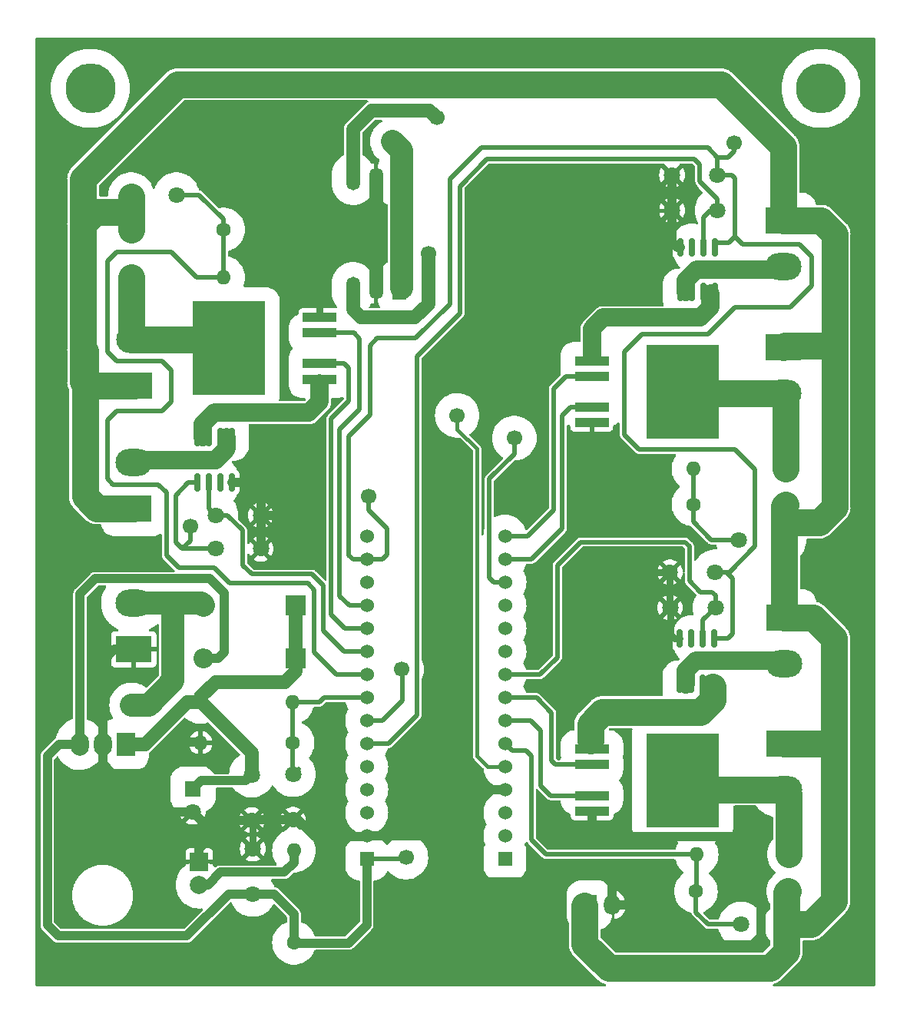
<source format=gbl>
G04 #@! TF.GenerationSoftware,KiCad,Pcbnew,7.0.9*
G04 #@! TF.CreationDate,2023-11-23T14:21:27+01:00*
G04 #@! TF.ProjectId,carte_puissance_crac,63617274-655f-4707-9569-7373616e6365,rev?*
G04 #@! TF.SameCoordinates,Original*
G04 #@! TF.FileFunction,Copper,L2,Bot*
G04 #@! TF.FilePolarity,Positive*
%FSLAX46Y46*%
G04 Gerber Fmt 4.6, Leading zero omitted, Abs format (unit mm)*
G04 Created by KiCad (PCBNEW 7.0.9) date 2023-11-23 14:21:27*
%MOMM*%
%LPD*%
G01*
G04 APERTURE LIST*
G04 Aperture macros list*
%AMRoundRect*
0 Rectangle with rounded corners*
0 $1 Rounding radius*
0 $2 $3 $4 $5 $6 $7 $8 $9 X,Y pos of 4 corners*
0 Add a 4 corners polygon primitive as box body*
4,1,4,$2,$3,$4,$5,$6,$7,$8,$9,$2,$3,0*
0 Add four circle primitives for the rounded corners*
1,1,$1+$1,$2,$3*
1,1,$1+$1,$4,$5*
1,1,$1+$1,$6,$7*
1,1,$1+$1,$8,$9*
0 Add four rect primitives between the rounded corners*
20,1,$1+$1,$2,$3,$4,$5,0*
20,1,$1+$1,$4,$5,$6,$7,0*
20,1,$1+$1,$6,$7,$8,$9,0*
20,1,$1+$1,$8,$9,$2,$3,0*%
G04 Aperture macros list end*
G04 #@! TA.AperFunction,ComponentPad*
%ADD10C,1.800000*%
G04 #@! TD*
G04 #@! TA.AperFunction,ComponentPad*
%ADD11R,4.000000X3.000000*%
G04 #@! TD*
G04 #@! TA.AperFunction,ComponentPad*
%ADD12O,4.000000X3.000000*%
G04 #@! TD*
G04 #@! TA.AperFunction,ComponentPad*
%ADD13C,1.600000*%
G04 #@! TD*
G04 #@! TA.AperFunction,ComponentPad*
%ADD14O,1.600000X1.600000*%
G04 #@! TD*
G04 #@! TA.AperFunction,ComponentPad*
%ADD15R,2.000000X2.000000*%
G04 #@! TD*
G04 #@! TA.AperFunction,ComponentPad*
%ADD16C,2.000000*%
G04 #@! TD*
G04 #@! TA.AperFunction,ComponentPad*
%ADD17R,2.000000X2.500000*%
G04 #@! TD*
G04 #@! TA.AperFunction,ComponentPad*
%ADD18O,2.000000X2.500000*%
G04 #@! TD*
G04 #@! TA.AperFunction,ComponentPad*
%ADD19R,1.800000X2.200000*%
G04 #@! TD*
G04 #@! TA.AperFunction,ComponentPad*
%ADD20O,1.800000X2.200000*%
G04 #@! TD*
G04 #@! TA.AperFunction,ComponentPad*
%ADD21R,2.200000X2.200000*%
G04 #@! TD*
G04 #@! TA.AperFunction,ComponentPad*
%ADD22O,2.200000X2.200000*%
G04 #@! TD*
G04 #@! TA.AperFunction,ComponentPad*
%ADD23R,1.500000X2.500000*%
G04 #@! TD*
G04 #@! TA.AperFunction,ComponentPad*
%ADD24O,1.500000X2.500000*%
G04 #@! TD*
G04 #@! TA.AperFunction,ComponentPad*
%ADD25C,5.500000*%
G04 #@! TD*
G04 #@! TA.AperFunction,ComponentPad*
%ADD26R,1.530000X1.530000*%
G04 #@! TD*
G04 #@! TA.AperFunction,ComponentPad*
%ADD27C,1.530000*%
G04 #@! TD*
G04 #@! TA.AperFunction,ComponentPad*
%ADD28R,1.800000X1.800000*%
G04 #@! TD*
G04 #@! TA.AperFunction,SMDPad,CuDef*
%ADD29RoundRect,0.150000X0.150000X-0.825000X0.150000X0.825000X-0.150000X0.825000X-0.150000X-0.825000X0*%
G04 #@! TD*
G04 #@! TA.AperFunction,SMDPad,CuDef*
%ADD30R,3.700000X1.000000*%
G04 #@! TD*
G04 #@! TA.AperFunction,SMDPad,CuDef*
%ADD31R,8.000000X10.300000*%
G04 #@! TD*
G04 #@! TA.AperFunction,SMDPad,CuDef*
%ADD32RoundRect,0.150000X-0.150000X0.825000X-0.150000X-0.825000X0.150000X-0.825000X0.150000X0.825000X0*%
G04 #@! TD*
G04 #@! TA.AperFunction,ViaPad*
%ADD33C,1.700000*%
G04 #@! TD*
G04 #@! TA.AperFunction,Conductor*
%ADD34C,0.500000*%
G04 #@! TD*
G04 #@! TA.AperFunction,Conductor*
%ADD35C,1.000000*%
G04 #@! TD*
G04 #@! TA.AperFunction,Conductor*
%ADD36C,0.800000*%
G04 #@! TD*
G04 #@! TA.AperFunction,Conductor*
%ADD37C,0.400000*%
G04 #@! TD*
G04 #@! TA.AperFunction,Conductor*
%ADD38C,1.500000*%
G04 #@! TD*
G04 #@! TA.AperFunction,Conductor*
%ADD39C,2.500000*%
G04 #@! TD*
G04 #@! TA.AperFunction,Conductor*
%ADD40C,3.000000*%
G04 #@! TD*
G04 #@! TA.AperFunction,Conductor*
%ADD41C,2.000000*%
G04 #@! TD*
G04 APERTURE END LIST*
D10*
X160370000Y-94235000D03*
X155370000Y-94235000D03*
D11*
X96225000Y-83285000D03*
D12*
X96225000Y-78205000D03*
D11*
X167920000Y-109195000D03*
D12*
X167920000Y-114275000D03*
D11*
X96275000Y-69725000D03*
D12*
X96275000Y-64645000D03*
D10*
X109350000Y-125800000D03*
X109350000Y-120800000D03*
D13*
X113900000Y-131180000D03*
D14*
X113900000Y-121020000D03*
D10*
X163200000Y-129150000D03*
X168200000Y-129150000D03*
D13*
X113755000Y-109125000D03*
D14*
X103595000Y-109125000D03*
D13*
X103575000Y-104625000D03*
D14*
X113735000Y-104625000D03*
D13*
X168460000Y-121445000D03*
D14*
X158300000Y-121445000D03*
D10*
X100950000Y-48750000D03*
X95950000Y-48750000D03*
X162900000Y-86750000D03*
X167900000Y-86750000D03*
D15*
X103455000Y-122250000D03*
D16*
X103455000Y-124790000D03*
D17*
X95340000Y-109270000D03*
D18*
X92800000Y-109270000D03*
X90260000Y-109270000D03*
D13*
X158220000Y-125500000D03*
D14*
X168380000Y-125500000D03*
D19*
X146460000Y-127000000D03*
D20*
X149000000Y-127000000D03*
D13*
X168100000Y-78950000D03*
D14*
X157940000Y-78950000D03*
D21*
X114050000Y-99790000D03*
D22*
X103890000Y-99790000D03*
D13*
X95950000Y-57850000D03*
D14*
X106110000Y-57850000D03*
D10*
X105250000Y-87750000D03*
X110250000Y-87750000D03*
X160345000Y-90335000D03*
X155345000Y-90335000D03*
X109250000Y-112650000D03*
X109250000Y-117650000D03*
X113800000Y-112600000D03*
X113800000Y-117600000D03*
X160587500Y-50450000D03*
X155587500Y-50450000D03*
D11*
X167857500Y-51580000D03*
D12*
X167857500Y-56660000D03*
D13*
X157940000Y-82850000D03*
D14*
X168100000Y-82850000D03*
D11*
X96235000Y-98845000D03*
D12*
X96235000Y-93765000D03*
D11*
X167920000Y-95295000D03*
D12*
X167920000Y-100375000D03*
D23*
X125500000Y-47000000D03*
D24*
X122960000Y-47000000D03*
X120420000Y-47000000D03*
D25*
X172000000Y-37000000D03*
D23*
X125500000Y-59000000D03*
D24*
X122960000Y-59000000D03*
X120420000Y-59000000D03*
D21*
X114050000Y-93990000D03*
D22*
X103890000Y-93990000D03*
D25*
X91450000Y-37000000D03*
D13*
X106110000Y-52550000D03*
D14*
X95950000Y-52550000D03*
D10*
X105250000Y-84050000D03*
X110250000Y-84050000D03*
D26*
X137160000Y-121920000D03*
D27*
X137160000Y-119380000D03*
X137160000Y-116840000D03*
X137160000Y-114300000D03*
X137160000Y-111760000D03*
X137160000Y-109220000D03*
X137160000Y-106680000D03*
X137160000Y-104140000D03*
X137160000Y-101600000D03*
X137160000Y-99060000D03*
X137160000Y-96520000D03*
X137160000Y-93980000D03*
X137160000Y-91440000D03*
X137160000Y-88900000D03*
X137160000Y-86360000D03*
D26*
X121920000Y-121920000D03*
D27*
X121920000Y-119380000D03*
X121920000Y-116840000D03*
X121920000Y-114300000D03*
X121920000Y-111760000D03*
X121920000Y-109220000D03*
X121920000Y-106680000D03*
X121920000Y-104140000D03*
X121920000Y-101600000D03*
X121920000Y-99060000D03*
X121920000Y-96520000D03*
X121920000Y-93980000D03*
X121920000Y-91440000D03*
X121920000Y-88900000D03*
X121920000Y-86360000D03*
D10*
X160587500Y-46550000D03*
X155587500Y-46550000D03*
D11*
X167857500Y-65530000D03*
D12*
X167857500Y-70610000D03*
D28*
X102755000Y-114225000D03*
D10*
X102755000Y-116725000D03*
D29*
X160250000Y-102610000D03*
X158980000Y-102610000D03*
X157710000Y-102610000D03*
X156440000Y-102610000D03*
X156440000Y-97660000D03*
X157710000Y-97660000D03*
X158980000Y-97660000D03*
X160250000Y-97660000D03*
D30*
X146727500Y-73820000D03*
X146727500Y-72120000D03*
X146727500Y-68720000D03*
X146727500Y-67020000D03*
D31*
X156727500Y-70420000D03*
D30*
X146760000Y-116645000D03*
X146760000Y-114945000D03*
X146760000Y-111545000D03*
X146760000Y-109845000D03*
D31*
X156760000Y-113245000D03*
D30*
X116750000Y-62250000D03*
X116750000Y-63950000D03*
X116750000Y-67350000D03*
X116750000Y-69050000D03*
D31*
X106750000Y-65650000D03*
D32*
X103250000Y-75475000D03*
X104520000Y-75475000D03*
X105790000Y-75475000D03*
X107060000Y-75475000D03*
X107060000Y-80425000D03*
X105790000Y-80425000D03*
X104520000Y-80425000D03*
X103250000Y-80425000D03*
D29*
X160292500Y-59445000D03*
X159022500Y-59445000D03*
X157752500Y-59445000D03*
X156482500Y-59445000D03*
X156482500Y-54495000D03*
X157752500Y-54495000D03*
X159022500Y-54495000D03*
X160292500Y-54495000D03*
D33*
X126250000Y-121750000D03*
X145250000Y-77200000D03*
X152000000Y-89000000D03*
X111000000Y-57000000D03*
X114000000Y-85000000D03*
X150000000Y-52000000D03*
X125800000Y-101050000D03*
X162400000Y-43000000D03*
X122100000Y-82000000D03*
X102450000Y-85300000D03*
X124750000Y-42850000D03*
X96000000Y-104950000D03*
X131900000Y-73050000D03*
X138200000Y-75550000D03*
X128750000Y-55225000D03*
X129650000Y-40250000D03*
D34*
X117198000Y-104140000D02*
X116713000Y-104625000D01*
X121920000Y-104140000D02*
X117198000Y-104140000D01*
X113735000Y-104625000D02*
X116713000Y-104625000D01*
D35*
X113900000Y-128000000D02*
X113900000Y-131180000D01*
X106215000Y-92635000D02*
X106215000Y-99135000D01*
X90260000Y-109270000D02*
X90300000Y-109230000D01*
X86700000Y-129200000D02*
X87900000Y-130400000D01*
X92000000Y-91050000D02*
X104630000Y-91050000D01*
X87900000Y-130400000D02*
X102100000Y-130400000D01*
X90300000Y-109230000D02*
X90300000Y-92750000D01*
X106215000Y-99135000D02*
X105560000Y-99790000D01*
X109350000Y-125800000D02*
X111700000Y-125800000D01*
X86700000Y-110600000D02*
X86700000Y-129200000D01*
D34*
X126250000Y-121750000D02*
X126080000Y-121920000D01*
D35*
X105560000Y-99790000D02*
X103890000Y-99790000D01*
X102100000Y-130400000D02*
X106700000Y-125800000D01*
D34*
X126080000Y-121920000D02*
X121920000Y-121920000D01*
D35*
X121920000Y-129180000D02*
X121920000Y-121920000D01*
X119900000Y-131200000D02*
X121920000Y-129180000D01*
X113900000Y-131180000D02*
X113920000Y-131200000D01*
X88030000Y-109270000D02*
X86700000Y-110600000D01*
X111700000Y-125800000D02*
X113900000Y-128000000D01*
X104630000Y-91050000D02*
X106215000Y-92635000D01*
X90300000Y-92750000D02*
X92000000Y-91050000D01*
X106700000Y-125800000D02*
X109350000Y-125800000D01*
X113920000Y-131200000D02*
X119900000Y-131200000D01*
X90260000Y-109270000D02*
X88030000Y-109270000D01*
X126870000Y-119380000D02*
X128320000Y-119380000D01*
X149000000Y-124050000D02*
X149000000Y-127000000D01*
X110250000Y-82050000D02*
X108625000Y-80425000D01*
D36*
X120000000Y-54000000D02*
X116750000Y-57250000D01*
X155370000Y-97235000D02*
X155795000Y-97660000D01*
D35*
X92800000Y-111450000D02*
X92800000Y-100190000D01*
X133350000Y-124500000D02*
X140200000Y-124500000D01*
X110250000Y-84050000D02*
X110250000Y-87750000D01*
D36*
X155345000Y-94210000D02*
X155370000Y-94235000D01*
D35*
X93855000Y-112505000D02*
X93800000Y-112560000D01*
D37*
X146727500Y-76622500D02*
X146727500Y-73820000D01*
D35*
X121920000Y-119380000D02*
X126870000Y-119380000D01*
X95655000Y-116725000D02*
X102755000Y-116725000D01*
X108625000Y-80425000D02*
X107060000Y-80425000D01*
X103455000Y-120795000D02*
X103455000Y-122525000D01*
X140200000Y-124500000D02*
X141750000Y-122950000D01*
D37*
X150000000Y-52000000D02*
X151550000Y-50450000D01*
D35*
X159145000Y-131445000D02*
X154700000Y-127000000D01*
X165400000Y-130510000D02*
X164465000Y-131445000D01*
X113050000Y-84050000D02*
X110250000Y-84050000D01*
D36*
X152000000Y-89000000D02*
X152000000Y-90000000D01*
D35*
X101255000Y-109025000D02*
X103495000Y-109025000D01*
X113800000Y-117600000D02*
X114350000Y-117600000D01*
X128230000Y-119380000D02*
X133350000Y-124500000D01*
X133400000Y-114300000D02*
X137160000Y-114300000D01*
X155587500Y-50450000D02*
X155587500Y-53950000D01*
X109300000Y-117600000D02*
X113800000Y-117600000D01*
X114000000Y-85000000D02*
X113050000Y-84050000D01*
X94785000Y-112505000D02*
X97775000Y-112505000D01*
X146760000Y-119060000D02*
X147200000Y-119500000D01*
X147200000Y-119500000D02*
X163315000Y-119500000D01*
X105520000Y-117650000D02*
X109250000Y-117650000D01*
D36*
X155345000Y-90335000D02*
X155345000Y-94210000D01*
D35*
X104600000Y-118570000D02*
X105520000Y-117650000D01*
D38*
X122960000Y-59000000D02*
X122960000Y-54000000D01*
D37*
X151550000Y-50450000D02*
X155587500Y-50450000D01*
D35*
X103495000Y-109025000D02*
X103595000Y-109125000D01*
X93800000Y-112560000D02*
X93800000Y-114870000D01*
X147900000Y-122950000D02*
X149000000Y-124050000D01*
X146760000Y-116645000D02*
X146760000Y-119060000D01*
X155587500Y-53950000D02*
X156132500Y-54495000D01*
D37*
X146150000Y-77200000D02*
X146727500Y-76622500D01*
D35*
X128320000Y-119380000D02*
X133400000Y-114300000D01*
X165400000Y-121585000D02*
X165400000Y-130510000D01*
X102755000Y-116725000D02*
X104600000Y-118570000D01*
X94145000Y-98845000D02*
X96235000Y-98845000D01*
X121850000Y-119450000D02*
X121920000Y-119380000D01*
D36*
X109350000Y-117750000D02*
X109350000Y-120800000D01*
X116750000Y-57250000D02*
X116750000Y-62250000D01*
D37*
X116500000Y-57000000D02*
X116750000Y-57250000D01*
D35*
X110250000Y-84050000D02*
X110250000Y-82050000D01*
X116200000Y-119450000D02*
X121850000Y-119450000D01*
D38*
X122960000Y-54000000D02*
X122960000Y-47000000D01*
D35*
X92800000Y-100190000D02*
X94145000Y-98845000D01*
X164465000Y-131445000D02*
X159145000Y-131445000D01*
D36*
X152335000Y-90335000D02*
X155345000Y-90335000D01*
D35*
X155587500Y-50450000D02*
X155587500Y-46550000D01*
X93855000Y-112505000D02*
X92800000Y-111450000D01*
X93800000Y-114870000D02*
X95655000Y-116725000D01*
X109250000Y-117650000D02*
X109300000Y-117600000D01*
X97775000Y-112505000D02*
X101255000Y-109025000D01*
D36*
X152000000Y-90000000D02*
X152335000Y-90335000D01*
D35*
X154700000Y-127000000D02*
X149000000Y-127000000D01*
D36*
X155370000Y-94235000D02*
X155370000Y-97235000D01*
D35*
X94785000Y-112505000D02*
X93855000Y-112505000D01*
X104600000Y-118570000D02*
X104600000Y-119650000D01*
X141750000Y-122950000D02*
X147900000Y-122950000D01*
D36*
X109250000Y-117650000D02*
X109350000Y-117750000D01*
D35*
X104600000Y-119650000D02*
X103455000Y-120795000D01*
X126870000Y-119380000D02*
X128230000Y-119380000D01*
X156132500Y-54495000D02*
X156482500Y-54495000D01*
D37*
X145250000Y-77200000D02*
X146150000Y-77200000D01*
D35*
X163315000Y-119500000D02*
X165400000Y-121585000D01*
D36*
X122960000Y-54000000D02*
X120000000Y-54000000D01*
D35*
X114350000Y-117600000D02*
X116200000Y-119450000D01*
D37*
X111000000Y-57000000D02*
X116500000Y-57000000D01*
D36*
X155795000Y-97660000D02*
X156440000Y-97660000D01*
D38*
X114050000Y-99790000D02*
X114050000Y-101300000D01*
X95340000Y-109270000D02*
X97480000Y-109270000D01*
X109255000Y-110225000D02*
X103655000Y-104625000D01*
X114050000Y-101300000D02*
X112940000Y-102410000D01*
X103655000Y-104625000D02*
X103575000Y-104625000D01*
X114050000Y-93990000D02*
X114050000Y-99790000D01*
D35*
X108575000Y-113325000D02*
X103655000Y-113325000D01*
X109250000Y-112650000D02*
X108575000Y-113325000D01*
D38*
X97480000Y-109270000D02*
X102125000Y-104625000D01*
D35*
X103655000Y-113325000D02*
X102755000Y-114225000D01*
D38*
X112940000Y-102410000D02*
X105240000Y-102410000D01*
X103575000Y-104075000D02*
X103575000Y-104625000D01*
X105240000Y-102410000D02*
X103575000Y-104075000D01*
X109250000Y-112650000D02*
X109255000Y-112645000D01*
X102125000Y-104625000D02*
X103575000Y-104625000D01*
X109255000Y-112645000D02*
X109255000Y-110225000D01*
D34*
X109230000Y-90550000D02*
X108230000Y-89550000D01*
X108230000Y-89550000D02*
X108230000Y-85700000D01*
X104520000Y-83320000D02*
X104520000Y-80425000D01*
X106580000Y-84050000D02*
X105250000Y-84050000D01*
X117100000Y-91750000D02*
X115900000Y-90550000D01*
X119385000Y-99060000D02*
X117100000Y-96775000D01*
X117100000Y-96775000D02*
X117100000Y-91750000D01*
X108230000Y-85700000D02*
X106580000Y-84050000D01*
X121920000Y-99060000D02*
X119385000Y-99060000D01*
X105250000Y-84050000D02*
X104520000Y-83320000D01*
X115900000Y-90550000D02*
X109230000Y-90550000D01*
X125850000Y-104500000D02*
X123670000Y-106680000D01*
X125850000Y-101100000D02*
X125850000Y-104500000D01*
X157940000Y-84790000D02*
X159900000Y-86750000D01*
X157940000Y-78950000D02*
X157940000Y-82850000D01*
X157940000Y-82850000D02*
X157940000Y-84790000D01*
X159900000Y-86750000D02*
X162900000Y-86750000D01*
X125800000Y-101050000D02*
X125850000Y-101100000D01*
X123670000Y-106680000D02*
X121920000Y-106680000D01*
X103130000Y-57850000D02*
X100330000Y-55050000D01*
X106110000Y-51410000D02*
X106110000Y-52550000D01*
X101200000Y-89850000D02*
X105130000Y-89850000D01*
X106110000Y-52550000D02*
X106110000Y-57850000D01*
X94330000Y-67050000D02*
X99330000Y-67050000D01*
X103450000Y-48750000D02*
X106110000Y-51410000D01*
X93330000Y-66050000D02*
X94330000Y-67050000D01*
X118600000Y-101600000D02*
X121920000Y-101600000D01*
X94330000Y-72550000D02*
X93330000Y-73550000D01*
X106830000Y-91550000D02*
X115450000Y-91550000D01*
X99830000Y-88480000D02*
X101200000Y-89850000D01*
X100950000Y-48750000D02*
X103450000Y-48750000D01*
X93330000Y-56050000D02*
X93330000Y-66050000D01*
X106110000Y-57850000D02*
X103130000Y-57850000D01*
X98930000Y-80650000D02*
X99830000Y-81550000D01*
X116150000Y-99150000D02*
X118600000Y-101600000D01*
X100330000Y-68050000D02*
X100330000Y-71550000D01*
X94330000Y-55050000D02*
X93330000Y-56050000D01*
X105130000Y-89850000D02*
X106830000Y-91550000D01*
X116150000Y-92250000D02*
X116150000Y-99150000D01*
X99830000Y-81550000D02*
X99830000Y-88480000D01*
X93330000Y-80050000D02*
X93930000Y-80650000D01*
X93930000Y-80650000D02*
X98930000Y-80650000D01*
X99330000Y-67050000D02*
X100330000Y-68050000D01*
X99330000Y-72550000D02*
X94330000Y-72550000D01*
X93330000Y-73550000D02*
X93330000Y-80050000D01*
X115450000Y-91550000D02*
X116150000Y-92250000D01*
X100330000Y-71550000D02*
X99330000Y-72550000D01*
X100330000Y-55050000D02*
X94330000Y-55050000D01*
X158220000Y-127805000D02*
X158220000Y-126110000D01*
X159565000Y-129150000D02*
X158220000Y-127805000D01*
X141695000Y-121445000D02*
X140050000Y-119800000D01*
X140050000Y-119800000D02*
X140050000Y-110550000D01*
X158240000Y-126090000D02*
X158220000Y-126110000D01*
X137940000Y-110000000D02*
X137160000Y-109220000D01*
X139500000Y-110000000D02*
X137940000Y-110000000D01*
X140050000Y-110550000D02*
X139500000Y-110000000D01*
X158300000Y-121445000D02*
X158300000Y-126030000D01*
X163200000Y-129150000D02*
X159565000Y-129150000D01*
X158300000Y-121445000D02*
X141695000Y-121445000D01*
X158300000Y-126030000D02*
X158220000Y-126110000D01*
X120400000Y-88900000D02*
X119950000Y-88450000D01*
X161720000Y-97660000D02*
X162250000Y-97130000D01*
X160587500Y-44587500D02*
X160587500Y-46550000D01*
X134550000Y-43550000D02*
X159550000Y-43550000D01*
X150300000Y-75150000D02*
X150300000Y-66050000D01*
X119950000Y-75360050D02*
X122300000Y-73010050D01*
X161585000Y-90335000D02*
X160345000Y-90335000D01*
X164750000Y-79000000D02*
X162550000Y-76800000D01*
X150300000Y-66050000D02*
X152250000Y-64100000D01*
X119950000Y-88450000D02*
X119950000Y-75360050D01*
X101550000Y-87750000D02*
X105250000Y-87750000D01*
X162250000Y-91000000D02*
X161585000Y-90335000D01*
X171000000Y-58750000D02*
X171000000Y-55550000D01*
X162400000Y-43950000D02*
X161762500Y-44587500D01*
X162250000Y-97130000D02*
X162250000Y-91000000D01*
X162400000Y-43000000D02*
X162400000Y-43950000D01*
X161877500Y-54000000D02*
X162507500Y-53370000D01*
X162187500Y-46550000D02*
X160587500Y-46550000D01*
X159550000Y-64100000D02*
X162500000Y-61150000D01*
X122100000Y-83450000D02*
X124150000Y-85500000D01*
X152250000Y-64100000D02*
X159550000Y-64100000D01*
X168600000Y-61150000D02*
X171000000Y-58750000D01*
X162550000Y-76800000D02*
X151950000Y-76800000D01*
X124150000Y-88400000D02*
X123650000Y-88900000D01*
X160292500Y-54000000D02*
X161877500Y-54000000D01*
X102450000Y-86850000D02*
X101550000Y-87750000D01*
X127300000Y-64550000D02*
X131100000Y-60750000D01*
X100850000Y-87050000D02*
X101550000Y-87750000D01*
X122100000Y-82000000D02*
X122100000Y-83450000D01*
X171000000Y-55550000D02*
X169650000Y-54200000D01*
X121920000Y-88900000D02*
X120400000Y-88900000D01*
X164750000Y-87500000D02*
X164750000Y-79000000D01*
X123650000Y-88900000D02*
X121920000Y-88900000D01*
X123100000Y-64550000D02*
X127300000Y-64550000D01*
X122300000Y-65350000D02*
X123100000Y-64550000D01*
X161762500Y-44587500D02*
X160587500Y-44587500D01*
X100850000Y-81850000D02*
X100850000Y-87050000D01*
X160250000Y-97660000D02*
X161720000Y-97660000D01*
X131100000Y-47000000D02*
X134550000Y-43550000D01*
X163337500Y-54200000D02*
X162507500Y-53370000D01*
X102275000Y-80425000D02*
X100850000Y-81850000D01*
X159550000Y-43550000D02*
X160587500Y-44587500D01*
X162507500Y-53370000D02*
X162507500Y-46870000D01*
X162500000Y-61150000D02*
X168600000Y-61150000D01*
X151950000Y-76800000D02*
X150300000Y-75150000D01*
X160345000Y-90335000D02*
X161915000Y-90335000D01*
X169650000Y-54200000D02*
X163337500Y-54200000D01*
X122300000Y-73010050D02*
X122300000Y-65350000D01*
X162507500Y-46870000D02*
X162187500Y-46550000D01*
X131100000Y-60750000D02*
X131100000Y-47000000D01*
X124150000Y-85500000D02*
X124150000Y-88400000D01*
X103250000Y-80425000D02*
X102275000Y-80425000D01*
X161915000Y-90335000D02*
X164750000Y-87500000D01*
X102450000Y-85300000D02*
X102450000Y-86850000D01*
X141050000Y-101600000D02*
X142950000Y-99700000D01*
X145500000Y-87000000D02*
X157050000Y-87000000D01*
X157500000Y-87450000D02*
X157500000Y-91300000D01*
X137160000Y-101600000D02*
X141050000Y-101600000D01*
X160370000Y-92920000D02*
X160370000Y-94235000D01*
X157500000Y-91300000D02*
X158700000Y-92500000D01*
X159950000Y-92500000D02*
X160370000Y-92920000D01*
X157050000Y-87000000D02*
X157500000Y-87450000D01*
X160370000Y-94235000D02*
X158980000Y-95625000D01*
X158700000Y-92500000D02*
X159950000Y-92500000D01*
X142950000Y-99700000D02*
X142950000Y-89550000D01*
X158980000Y-95625000D02*
X158980000Y-97660000D01*
X142950000Y-89550000D02*
X145500000Y-87000000D01*
X158650000Y-45400000D02*
X158650000Y-47250000D01*
X160587500Y-49187500D02*
X160587500Y-50450000D01*
X159827500Y-50450000D02*
X159022500Y-51255000D01*
X127450000Y-66550000D02*
X132200000Y-61800000D01*
X132200000Y-61800000D02*
X132200000Y-47800000D01*
X158650000Y-47250000D02*
X160587500Y-49187500D01*
X121920000Y-109220000D02*
X124330000Y-109220000D01*
X124330000Y-109220000D02*
X127450000Y-106100000D01*
X135200000Y-44800000D02*
X158050000Y-44800000D01*
X159022500Y-51255000D02*
X159022500Y-54000000D01*
X160587500Y-50450000D02*
X159827500Y-50450000D01*
X132200000Y-47800000D02*
X135200000Y-44800000D01*
X127450000Y-106100000D02*
X127450000Y-66550000D01*
X158050000Y-44800000D02*
X158650000Y-45400000D01*
D39*
X97900000Y-104950000D02*
X96000000Y-104950000D01*
X100550000Y-102300000D02*
X97900000Y-104950000D01*
X125750000Y-43850000D02*
X125750000Y-46950000D01*
X100550000Y-93765000D02*
X100550000Y-102300000D01*
X100550000Y-93765000D02*
X103665000Y-93765000D01*
X96235000Y-93765000D02*
X100550000Y-93765000D01*
X125750000Y-59000000D02*
X125750000Y-47000000D01*
X103665000Y-93765000D02*
X103890000Y-93990000D01*
X124750000Y-42850000D02*
X125750000Y-43850000D01*
D35*
X105805000Y-123400000D02*
X112830000Y-123400000D01*
X112830000Y-123400000D02*
X113900000Y-122330000D01*
X113900000Y-122330000D02*
X113900000Y-121020000D01*
X103455000Y-125065000D02*
X103455000Y-124790000D01*
X103455000Y-124790000D02*
X104415000Y-124790000D01*
X104415000Y-124790000D02*
X105805000Y-123400000D01*
D40*
X173507500Y-62070000D02*
X173507500Y-53070000D01*
X161000000Y-36550000D02*
X101050000Y-36550000D01*
X167920000Y-95295000D02*
X167920000Y-85582500D01*
X168200000Y-125680000D02*
X168380000Y-125500000D01*
X172017500Y-51580000D02*
X167857500Y-51580000D01*
X167857500Y-51580000D02*
X167857500Y-43407500D01*
X171135000Y-95295000D02*
X167920000Y-95295000D01*
X90650000Y-51950000D02*
X91950000Y-50650000D01*
X173455000Y-97615000D02*
X171135000Y-95295000D01*
X168200000Y-132155000D02*
X166370000Y-133985000D01*
X173455000Y-126595000D02*
X170900000Y-129150000D01*
X173507500Y-53070000D02*
X172017500Y-51580000D01*
X171800000Y-84850000D02*
X167900000Y-84850000D01*
X90850000Y-65950000D02*
X90850000Y-81950000D01*
X101050000Y-36550000D02*
X90650000Y-46950000D01*
X90850000Y-81950000D02*
X92185000Y-83285000D01*
X173507500Y-83142500D02*
X173500000Y-83150000D01*
X168200000Y-129150000D02*
X168200000Y-132155000D01*
X92185000Y-83285000D02*
X96225000Y-83285000D01*
X166370000Y-133985000D02*
X148633833Y-133985000D01*
X96275000Y-69725000D02*
X91025000Y-69725000D01*
X167920000Y-109195000D02*
X172475000Y-109195000D01*
X173455000Y-110175000D02*
X173455000Y-126595000D01*
X91025000Y-69725000D02*
X90650000Y-69350000D01*
X145950000Y-131301167D02*
X145950000Y-127100000D01*
X148633833Y-133985000D02*
X145950000Y-131301167D01*
X167900000Y-83050000D02*
X168100000Y-82850000D01*
X95650000Y-50650000D02*
X95950000Y-50350000D01*
X167857500Y-65530000D02*
X168017500Y-65370000D01*
X90650000Y-69350000D02*
X90650000Y-51950000D01*
X173507500Y-59570000D02*
X173507500Y-62070000D01*
X167912500Y-86762500D02*
X167900000Y-86750000D01*
X173407500Y-65370000D02*
X173507500Y-65270000D01*
X173455000Y-107315000D02*
X173455000Y-97615000D01*
X95950000Y-52550000D02*
X95950000Y-48930000D01*
X170900000Y-129150000D02*
X168200000Y-129150000D01*
X91950000Y-50650000D02*
X95650000Y-50650000D01*
X173507500Y-62070000D02*
X173507500Y-83142500D01*
X168017500Y-65370000D02*
X173407500Y-65370000D01*
X168200000Y-129150000D02*
X168200000Y-125680000D01*
X172475000Y-109195000D02*
X173455000Y-110175000D01*
X90650000Y-65750000D02*
X90850000Y-65950000D01*
X173500000Y-83150000D02*
X171800000Y-84850000D01*
X167900000Y-86750000D02*
X167900000Y-83050000D01*
X90650000Y-46950000D02*
X90650000Y-51950000D01*
X173455000Y-110175000D02*
X173455000Y-107315000D01*
X167857500Y-43407500D02*
X161000000Y-36550000D01*
D37*
X131900000Y-74550000D02*
X134100000Y-76750000D01*
X134100000Y-76750000D02*
X134100000Y-110600000D01*
X131900000Y-73050000D02*
X131900000Y-74550000D01*
X135260000Y-111760000D02*
X137160000Y-111760000D01*
X134100000Y-110600000D02*
X135260000Y-111760000D01*
D34*
X135450000Y-90950000D02*
X135940000Y-91440000D01*
X135450000Y-80050000D02*
X135450000Y-90950000D01*
X138200000Y-75550000D02*
X138200000Y-77300000D01*
X138200000Y-77300000D02*
X135450000Y-80050000D01*
X135940000Y-91440000D02*
X137160000Y-91440000D01*
D41*
X167547500Y-56970000D02*
X158260000Y-56970000D01*
X167857500Y-56660000D02*
X167547500Y-56970000D01*
X158260000Y-56970000D02*
X157057500Y-58172500D01*
X157057500Y-58172500D02*
X157057500Y-59447500D01*
D34*
X121150000Y-72350000D02*
X118950000Y-74550000D01*
X118950000Y-92950000D02*
X119980000Y-93980000D01*
X121150000Y-64600000D02*
X121150000Y-72350000D01*
X118950000Y-74550000D02*
X118950000Y-92950000D01*
X116750000Y-63950000D02*
X120500000Y-63950000D01*
X119980000Y-93980000D02*
X121920000Y-93980000D01*
X120500000Y-63950000D02*
X121150000Y-64600000D01*
X119520000Y-96520000D02*
X118000000Y-95000000D01*
X121920000Y-96520000D02*
X119520000Y-96520000D01*
X118000000Y-95000000D02*
X118000000Y-73400000D01*
X119400000Y-67350000D02*
X116750000Y-67350000D01*
X119900000Y-67850000D02*
X119400000Y-67350000D01*
X118000000Y-73400000D02*
X119900000Y-71500000D01*
X119900000Y-71500000D02*
X119900000Y-67850000D01*
X139980000Y-106680000D02*
X137160000Y-106680000D01*
X142195000Y-114945000D02*
X141100000Y-113850000D01*
X146760000Y-114945000D02*
X142195000Y-114945000D01*
X141100000Y-107800000D02*
X139980000Y-106680000D01*
X141100000Y-113850000D02*
X141100000Y-107800000D01*
X142300000Y-105800000D02*
X140640000Y-104140000D01*
X142745000Y-111545000D02*
X142300000Y-111100000D01*
X140640000Y-104140000D02*
X137160000Y-104140000D01*
X146760000Y-111545000D02*
X142745000Y-111545000D01*
X142300000Y-111100000D02*
X142300000Y-105800000D01*
D40*
X96275000Y-64645000D02*
X105745000Y-64645000D01*
X95950000Y-64320000D02*
X96275000Y-64645000D01*
X95950000Y-57850000D02*
X95950000Y-64320000D01*
X105745000Y-64645000D02*
X106750000Y-65650000D01*
D34*
X137160000Y-88900000D02*
X140100000Y-88900000D01*
X144430000Y-72120000D02*
X146727500Y-72120000D01*
X143500000Y-73050000D02*
X144430000Y-72120000D01*
X140100000Y-88900000D02*
X143500000Y-85500000D01*
X143500000Y-85500000D02*
X143500000Y-73050000D01*
X143880000Y-68720000D02*
X146727500Y-68720000D01*
X137160000Y-86360000D02*
X139640000Y-86360000D01*
X142500000Y-70100000D02*
X143880000Y-68720000D01*
X142500000Y-83500000D02*
X142500000Y-70100000D01*
X139640000Y-86360000D02*
X142500000Y-83500000D01*
D41*
X106450000Y-76504056D02*
X106450000Y-75894056D01*
X105250000Y-77950000D02*
X106450000Y-76750000D01*
X96230000Y-77950000D02*
X105250000Y-77950000D01*
X106450000Y-76750000D02*
X106450000Y-75894056D01*
X96225000Y-78205000D02*
X96230000Y-78200000D01*
X106450000Y-75894056D02*
X106450000Y-75475000D01*
D40*
X157790000Y-114275000D02*
X156760000Y-113245000D01*
X167920000Y-114275000D02*
X168460000Y-114815000D01*
X167920000Y-114275000D02*
X157790000Y-114275000D01*
X168460000Y-114815000D02*
X168460000Y-121445000D01*
D41*
X167655000Y-100110000D02*
X167920000Y-100375000D01*
X157060000Y-101210000D02*
X158160000Y-100110000D01*
X158160000Y-100110000D02*
X167655000Y-100110000D01*
X157060000Y-102680000D02*
X157060000Y-101210000D01*
X105140944Y-72750000D02*
X115550000Y-72750000D01*
X115550000Y-72750000D02*
X116750000Y-71550000D01*
X103850000Y-75450000D02*
X103850000Y-74040944D01*
X103850000Y-74040944D02*
X105140944Y-72750000D01*
X116750000Y-71550000D02*
X116750000Y-69500000D01*
D34*
X113755000Y-112725000D02*
X113755000Y-109125000D01*
X113800000Y-112600000D02*
X114400000Y-112000000D01*
X113735000Y-104625000D02*
X113735000Y-109105000D01*
X113735000Y-109105000D02*
X113755000Y-109125000D01*
D40*
X146560000Y-108845000D02*
X146560000Y-107070000D01*
X160020000Y-104395000D02*
X160020000Y-102985000D01*
X158670000Y-105745000D02*
X160020000Y-104395000D01*
X146560000Y-107070000D02*
X147885000Y-105745000D01*
X147885000Y-105745000D02*
X154195000Y-105745000D01*
X154369709Y-105745000D02*
X158670000Y-105745000D01*
D41*
X159807500Y-61170000D02*
X159807500Y-59570000D01*
X158707500Y-62270000D02*
X159807500Y-61170000D01*
X146750000Y-66540000D02*
X146750000Y-63500000D01*
X146750000Y-63500000D02*
X147980000Y-62270000D01*
X147980000Y-62270000D02*
X158707500Y-62270000D01*
D38*
X120420000Y-61420000D02*
X120420000Y-59000000D01*
X129650000Y-40250000D02*
X128850000Y-39450000D01*
X127250000Y-62250000D02*
X121250000Y-62250000D01*
X120420000Y-41480000D02*
X120420000Y-47000000D01*
X121250000Y-62250000D02*
X120420000Y-61420000D01*
X128850000Y-39450000D02*
X122450000Y-39450000D01*
X128750000Y-60750000D02*
X127250000Y-62250000D01*
X128750000Y-55225000D02*
X128750000Y-60750000D01*
X122450000Y-39450000D02*
X120420000Y-41480000D01*
D40*
X156917500Y-70610000D02*
X156727500Y-70420000D01*
X168107500Y-78942500D02*
X168107500Y-70860000D01*
X157957500Y-71650000D02*
X156727500Y-70420000D01*
X167857500Y-70610000D02*
X156917500Y-70610000D01*
X168100000Y-78950000D02*
X168107500Y-78942500D01*
X168107500Y-70860000D02*
X167857500Y-70610000D01*
G04 #@! TA.AperFunction,Conductor*
G36*
X177922121Y-31430002D02*
G01*
X177968614Y-31483658D01*
X177980000Y-31536000D01*
X177980000Y-135809000D01*
X177959998Y-135877121D01*
X177906342Y-135923614D01*
X177854000Y-135935000D01*
X166812976Y-135935000D01*
X166744855Y-135914998D01*
X166698362Y-135861342D01*
X166688258Y-135791068D01*
X166717752Y-135726488D01*
X166777478Y-135688104D01*
X166780365Y-135687293D01*
X166791430Y-135684328D01*
X166887413Y-135662421D01*
X166887416Y-135662420D01*
X166914739Y-135651695D01*
X166921422Y-135649496D01*
X166949775Y-135641900D01*
X167017443Y-135612376D01*
X167040000Y-135602535D01*
X167088128Y-135583645D01*
X167131643Y-135566568D01*
X167157061Y-135551891D01*
X167163349Y-135548717D01*
X167190247Y-135536983D01*
X167273602Y-135484607D01*
X167358857Y-135435386D01*
X167381791Y-135417095D01*
X167387543Y-135413013D01*
X167412397Y-135397398D01*
X167487020Y-135333178D01*
X167563981Y-135271805D01*
X167630929Y-135199651D01*
X169414651Y-133415929D01*
X169486805Y-133348981D01*
X169548178Y-133272020D01*
X169612398Y-133197397D01*
X169628019Y-133172534D01*
X169632089Y-133166799D01*
X169650386Y-133143857D01*
X169699600Y-133058614D01*
X169751984Y-132975247D01*
X169763721Y-132948342D01*
X169766895Y-132942054D01*
X169781568Y-132916643D01*
X169817528Y-132825015D01*
X169856901Y-132734774D01*
X169864498Y-132706417D01*
X169866695Y-132699740D01*
X169877420Y-132672416D01*
X169899326Y-132576437D01*
X169924805Y-132481350D01*
X169928090Y-132452188D01*
X169929267Y-132445255D01*
X169935802Y-132416630D01*
X169943158Y-132318460D01*
X169954181Y-132220636D01*
X169950500Y-132122268D01*
X169950500Y-131026500D01*
X169970502Y-130958379D01*
X170024158Y-130911886D01*
X170076500Y-130900500D01*
X170867269Y-130900500D01*
X170965636Y-130904181D01*
X171063460Y-130893158D01*
X171161630Y-130885802D01*
X171190255Y-130879267D01*
X171197188Y-130878090D01*
X171226350Y-130874805D01*
X171321430Y-130849328D01*
X171417413Y-130827421D01*
X171417416Y-130827420D01*
X171444739Y-130816695D01*
X171451422Y-130814496D01*
X171479775Y-130806900D01*
X171547443Y-130777376D01*
X171570000Y-130767535D01*
X171618128Y-130748645D01*
X171661643Y-130731568D01*
X171687061Y-130716891D01*
X171693349Y-130713717D01*
X171720247Y-130701983D01*
X171803602Y-130649607D01*
X171888857Y-130600386D01*
X171911791Y-130582095D01*
X171917543Y-130578013D01*
X171942397Y-130562398D01*
X172017020Y-130498178D01*
X172093981Y-130436805D01*
X172160929Y-130364651D01*
X174669651Y-127855929D01*
X174741805Y-127788981D01*
X174803178Y-127712020D01*
X174867398Y-127637397D01*
X174883006Y-127612553D01*
X174887096Y-127606790D01*
X174887130Y-127606746D01*
X174905386Y-127583857D01*
X174923292Y-127552843D01*
X174954605Y-127498607D01*
X174988185Y-127445164D01*
X175006984Y-127415246D01*
X175018723Y-127388339D01*
X175021891Y-127382062D01*
X175036568Y-127356643D01*
X175060542Y-127295555D01*
X175072530Y-127265013D01*
X175089572Y-127225951D01*
X175111901Y-127174774D01*
X175119494Y-127146432D01*
X175121704Y-127139717D01*
X175122522Y-127137632D01*
X175132420Y-127112416D01*
X175154323Y-127016453D01*
X175179806Y-126921350D01*
X175183090Y-126892195D01*
X175184275Y-126885226D01*
X175190799Y-126856642D01*
X175190802Y-126856630D01*
X175198157Y-126758470D01*
X175209181Y-126660636D01*
X175205500Y-126562268D01*
X175205500Y-110207713D01*
X175209180Y-110109363D01*
X175205895Y-110080214D01*
X175205500Y-110073158D01*
X175205500Y-97647713D01*
X175205752Y-97640976D01*
X175209180Y-97549363D01*
X175198159Y-97451553D01*
X175190802Y-97353370D01*
X175186717Y-97335473D01*
X175184273Y-97324764D01*
X175183088Y-97317791D01*
X175179805Y-97288650D01*
X175174642Y-97269383D01*
X175154327Y-97193565D01*
X175132420Y-97097584D01*
X175122470Y-97072232D01*
X175121701Y-97070272D01*
X175119491Y-97063555D01*
X175111903Y-97035235D01*
X175111901Y-97035232D01*
X175111900Y-97035225D01*
X175073534Y-96947289D01*
X175072535Y-96944999D01*
X175036570Y-96853361D01*
X175034815Y-96850322D01*
X175021900Y-96827952D01*
X175018714Y-96821641D01*
X175014363Y-96811671D01*
X175006983Y-96794753D01*
X175006981Y-96794749D01*
X174954611Y-96711404D01*
X174942230Y-96689959D01*
X174905386Y-96626143D01*
X174887091Y-96603202D01*
X174883004Y-96597442D01*
X174881431Y-96594938D01*
X174867397Y-96572603D01*
X174803191Y-96497994D01*
X174741805Y-96421019D01*
X174741804Y-96421018D01*
X174741801Y-96421014D01*
X174669638Y-96354058D01*
X172395929Y-94080348D01*
X172328983Y-94008196D01*
X172328981Y-94008195D01*
X172293620Y-93979996D01*
X172252020Y-93946821D01*
X172177397Y-93882602D01*
X172177395Y-93882600D01*
X172177393Y-93882599D01*
X172177391Y-93882598D01*
X172166554Y-93875789D01*
X172152553Y-93866991D01*
X172146792Y-93862904D01*
X172123858Y-93844614D01*
X172123853Y-93844611D01*
X172038602Y-93795392D01*
X171955250Y-93743018D01*
X171928358Y-93731285D01*
X171922050Y-93728100D01*
X171896646Y-93713434D01*
X171896643Y-93713432D01*
X171804999Y-93677464D01*
X171789184Y-93670564D01*
X171714775Y-93638100D01*
X171714771Y-93638099D01*
X171714769Y-93638098D01*
X171686439Y-93630507D01*
X171679727Y-93628298D01*
X171671306Y-93624994D01*
X171652418Y-93617580D01*
X171652419Y-93617580D01*
X171592129Y-93603819D01*
X171530167Y-93569159D01*
X171497650Y-93510395D01*
X171446873Y-93298889D01*
X171350466Y-93066141D01*
X171218836Y-92851341D01*
X171198148Y-92827118D01*
X171055224Y-92659775D01*
X170863662Y-92496166D01*
X170863660Y-92496165D01*
X170863659Y-92496164D01*
X170648859Y-92364534D01*
X170621794Y-92353323D01*
X170416109Y-92268126D01*
X170235298Y-92224718D01*
X170171148Y-92209317D01*
X170124081Y-92205612D01*
X169982885Y-92194500D01*
X169982882Y-92194500D01*
X169796500Y-92194500D01*
X169728379Y-92174498D01*
X169681886Y-92120842D01*
X169670500Y-92068500D01*
X169670500Y-88572103D01*
X169690502Y-88503982D01*
X169710248Y-88480252D01*
X169726390Y-88465094D01*
X169926947Y-88222663D01*
X170095537Y-87957007D01*
X170229503Y-87672315D01*
X170326731Y-87373079D01*
X170385688Y-87064015D01*
X170396029Y-86899650D01*
X170405444Y-86750006D01*
X170405441Y-86749963D01*
X170404463Y-86734408D01*
X170420150Y-86665167D01*
X170470781Y-86615398D01*
X170530215Y-86600500D01*
X171767269Y-86600500D01*
X171865636Y-86604181D01*
X171963460Y-86593158D01*
X172061630Y-86585802D01*
X172090255Y-86579267D01*
X172097188Y-86578090D01*
X172126350Y-86574805D01*
X172221430Y-86549328D01*
X172317413Y-86527421D01*
X172317416Y-86527420D01*
X172344739Y-86516695D01*
X172351422Y-86514496D01*
X172379775Y-86506900D01*
X172447443Y-86477376D01*
X172470000Y-86467535D01*
X172518128Y-86448645D01*
X172561643Y-86431568D01*
X172587061Y-86416891D01*
X172593349Y-86413717D01*
X172620247Y-86401983D01*
X172703602Y-86349607D01*
X172788857Y-86300386D01*
X172811791Y-86282095D01*
X172817543Y-86278013D01*
X172842397Y-86262398D01*
X172917020Y-86198178D01*
X172993981Y-86136805D01*
X173060929Y-86064651D01*
X174722151Y-84403429D01*
X174794305Y-84336481D01*
X174855678Y-84259520D01*
X174919898Y-84184897D01*
X174935506Y-84160053D01*
X174939596Y-84154290D01*
X174939630Y-84154246D01*
X174957886Y-84131357D01*
X174975059Y-84101611D01*
X175007105Y-84046107D01*
X175030589Y-84008731D01*
X175059484Y-83962746D01*
X175071223Y-83935839D01*
X175074391Y-83929562D01*
X175089068Y-83904143D01*
X175125030Y-83812512D01*
X175164401Y-83722274D01*
X175171994Y-83693932D01*
X175174204Y-83687217D01*
X175176723Y-83680799D01*
X175184920Y-83659916D01*
X175206823Y-83563953D01*
X175232306Y-83468850D01*
X175235590Y-83439695D01*
X175236775Y-83432726D01*
X175243299Y-83404142D01*
X175243302Y-83404130D01*
X175250657Y-83305970D01*
X175261681Y-83208136D01*
X175258000Y-83109768D01*
X175258000Y-65371841D01*
X175258396Y-65364781D01*
X175261680Y-65335637D01*
X175258000Y-65237286D01*
X175258000Y-53102713D01*
X175258690Y-53084276D01*
X175261680Y-53004363D01*
X175250659Y-52906554D01*
X175243302Y-52808370D01*
X175236771Y-52779760D01*
X175235588Y-52772793D01*
X175232305Y-52743652D01*
X175232305Y-52743650D01*
X175206828Y-52648569D01*
X175184920Y-52552584D01*
X175177602Y-52533939D01*
X175174201Y-52525272D01*
X175171991Y-52518555D01*
X175164403Y-52490235D01*
X175164401Y-52490232D01*
X175164400Y-52490225D01*
X175133980Y-52420502D01*
X175125035Y-52399999D01*
X175089070Y-52308361D01*
X175074401Y-52282954D01*
X175071214Y-52276641D01*
X175066863Y-52266671D01*
X175059483Y-52249753D01*
X175058733Y-52248560D01*
X175007107Y-52166397D01*
X174957888Y-52081145D01*
X174957883Y-52081139D01*
X174939596Y-52058207D01*
X174935505Y-52052442D01*
X174919898Y-52027603D01*
X174872100Y-51972062D01*
X174855678Y-51952979D01*
X174794301Y-51876014D01*
X174722151Y-51809070D01*
X173278429Y-50365348D01*
X173211483Y-50293196D01*
X173211481Y-50293195D01*
X173172960Y-50262476D01*
X173134520Y-50231821D01*
X173059897Y-50167602D01*
X173059895Y-50167600D01*
X173059893Y-50167599D01*
X173059891Y-50167598D01*
X173050046Y-50161412D01*
X173035053Y-50151991D01*
X173029292Y-50147904D01*
X173006358Y-50129614D01*
X173006353Y-50129611D01*
X172921102Y-50080392D01*
X172837750Y-50028018D01*
X172810858Y-50016285D01*
X172804550Y-50013100D01*
X172779146Y-49998434D01*
X172779143Y-49998432D01*
X172687499Y-49962464D01*
X172674980Y-49957002D01*
X172597275Y-49923100D01*
X172597271Y-49923099D01*
X172597269Y-49923098D01*
X172568939Y-49915507D01*
X172562227Y-49913298D01*
X172553806Y-49909994D01*
X172534918Y-49902580D01*
X172534919Y-49902580D01*
X172438930Y-49880671D01*
X172343852Y-49855195D01*
X172343838Y-49855193D01*
X172314694Y-49851909D01*
X172307730Y-49850725D01*
X172296792Y-49848229D01*
X172279136Y-49844199D01*
X172279133Y-49844198D01*
X172279130Y-49844198D01*
X172180960Y-49836841D01*
X172168073Y-49835389D01*
X172083138Y-49825819D01*
X172083136Y-49825819D01*
X171984769Y-49829500D01*
X171542669Y-49829500D01*
X171474548Y-49809498D01*
X171428055Y-49755842D01*
X171420150Y-49732914D01*
X171406543Y-49676238D01*
X171384373Y-49583889D01*
X171287966Y-49351141D01*
X171156336Y-49136341D01*
X171108564Y-49080407D01*
X170992724Y-48944775D01*
X170801162Y-48781166D01*
X170801160Y-48781165D01*
X170801159Y-48781164D01*
X170586359Y-48649534D01*
X170353611Y-48553127D01*
X170353609Y-48553126D01*
X170137097Y-48501147D01*
X170108648Y-48494317D01*
X170061581Y-48490612D01*
X169920385Y-48479500D01*
X169920382Y-48479500D01*
X169734000Y-48479500D01*
X169665879Y-48459498D01*
X169619386Y-48405842D01*
X169608000Y-48353500D01*
X169608000Y-43440241D01*
X169611681Y-43341864D01*
X169600657Y-43244029D01*
X169593302Y-43145870D01*
X169588452Y-43124623D01*
X169586775Y-43117273D01*
X169585590Y-43110300D01*
X169582893Y-43086365D01*
X169582306Y-43081150D01*
X169556823Y-42986046D01*
X169534920Y-42890084D01*
X169534920Y-42890082D01*
X169528325Y-42873283D01*
X169524199Y-42862770D01*
X169521996Y-42856077D01*
X169514401Y-42827726D01*
X169475030Y-42737487D01*
X169439068Y-42645857D01*
X169424399Y-42620450D01*
X169421217Y-42614145D01*
X169409482Y-42587250D01*
X169357105Y-42503893D01*
X169307889Y-42418648D01*
X169307888Y-42418646D01*
X169289597Y-42395710D01*
X169285505Y-42389942D01*
X169269895Y-42365099D01*
X169205678Y-42290479D01*
X169144301Y-42213514D01*
X169072151Y-42146570D01*
X163925586Y-37000005D01*
X167644567Y-37000005D01*
X167664287Y-37413994D01*
X167664287Y-37413995D01*
X167723274Y-37824265D01*
X167723276Y-37824275D01*
X167820991Y-38227063D01*
X167956556Y-38618751D01*
X167956557Y-38618755D01*
X168128735Y-38995773D01*
X168335968Y-39354711D01*
X168335970Y-39354714D01*
X168335973Y-39354718D01*
X168335977Y-39354725D01*
X168576398Y-39692350D01*
X168847825Y-40005593D01*
X169147798Y-40291617D01*
X169473601Y-40547831D01*
X169546114Y-40594432D01*
X169822278Y-40771913D01*
X170181268Y-40956985D01*
X170190688Y-40961841D01*
X170190692Y-40961842D01*
X170190695Y-40961844D01*
X170575476Y-41115888D01*
X170670387Y-41143756D01*
X170973168Y-41232660D01*
X171218963Y-41280033D01*
X171380144Y-41311099D01*
X171380149Y-41311099D01*
X171380157Y-41311101D01*
X171792760Y-41350500D01*
X171792762Y-41350500D01*
X172207238Y-41350500D01*
X172207240Y-41350500D01*
X172619843Y-41311101D01*
X172619851Y-41311099D01*
X172619855Y-41311099D01*
X172719588Y-41291876D01*
X173026832Y-41232660D01*
X173424523Y-41115888D01*
X173809312Y-40961841D01*
X174177717Y-40771916D01*
X174526399Y-40547831D01*
X174852202Y-40291617D01*
X175152175Y-40005593D01*
X175423602Y-39692350D01*
X175664023Y-39354725D01*
X175871263Y-38995775D01*
X176043444Y-38618751D01*
X176179007Y-38227067D01*
X176276725Y-37824271D01*
X176335711Y-37414010D01*
X176355433Y-37000000D01*
X176335711Y-36585990D01*
X176276725Y-36175729D01*
X176179007Y-35772933D01*
X176043444Y-35381249D01*
X176022482Y-35335348D01*
X175871264Y-35004226D01*
X175664031Y-34645288D01*
X175664029Y-34645285D01*
X175664027Y-34645283D01*
X175664023Y-34645275D01*
X175423602Y-34307650D01*
X175152175Y-33994407D01*
X174852202Y-33708383D01*
X174526399Y-33452169D01*
X174177717Y-33228084D01*
X174177713Y-33228081D01*
X174177710Y-33228080D01*
X173809317Y-33038161D01*
X173809306Y-33038156D01*
X173424523Y-32884111D01*
X173026843Y-32767343D01*
X173026837Y-32767341D01*
X173026832Y-32767340D01*
X173026827Y-32767339D01*
X172619855Y-32688900D01*
X172619836Y-32688898D01*
X172207259Y-32649501D01*
X172207241Y-32649500D01*
X172207240Y-32649500D01*
X171792760Y-32649500D01*
X171792758Y-32649500D01*
X171792740Y-32649501D01*
X171380163Y-32688898D01*
X171380144Y-32688900D01*
X170973172Y-32767339D01*
X170973156Y-32767343D01*
X170575476Y-32884111D01*
X170190695Y-33038155D01*
X170190680Y-33038162D01*
X169822278Y-33228086D01*
X169473602Y-33452168D01*
X169473596Y-33452172D01*
X169147806Y-33708376D01*
X169147801Y-33708380D01*
X169147798Y-33708383D01*
X168902352Y-33942414D01*
X168847828Y-33994404D01*
X168576403Y-34307643D01*
X168576402Y-34307644D01*
X168335970Y-34645285D01*
X168335968Y-34645288D01*
X168128735Y-35004226D01*
X167956557Y-35381244D01*
X167956556Y-35381248D01*
X167956556Y-35381249D01*
X167820993Y-35772933D01*
X167820992Y-35772936D01*
X167820991Y-35772936D01*
X167723276Y-36175724D01*
X167723274Y-36175734D01*
X167664287Y-36586004D01*
X167664287Y-36586005D01*
X167644567Y-36999994D01*
X167644567Y-37000005D01*
X163925586Y-37000005D01*
X162260929Y-35335348D01*
X162193983Y-35263196D01*
X162193981Y-35263195D01*
X162193980Y-35263194D01*
X162117020Y-35201821D01*
X162042397Y-35137602D01*
X162042395Y-35137600D01*
X162042393Y-35137599D01*
X162042391Y-35137598D01*
X162032546Y-35131412D01*
X162017553Y-35121991D01*
X162011792Y-35117904D01*
X162011789Y-35117902D01*
X162011597Y-35117749D01*
X161988858Y-35099614D01*
X161988853Y-35099611D01*
X161903602Y-35050392D01*
X161820250Y-34998018D01*
X161793358Y-34986285D01*
X161787050Y-34983100D01*
X161761646Y-34968434D01*
X161761643Y-34968432D01*
X161669999Y-34932464D01*
X161579775Y-34893100D01*
X161579771Y-34893099D01*
X161579769Y-34893098D01*
X161551439Y-34885507D01*
X161544727Y-34883298D01*
X161536306Y-34879994D01*
X161517418Y-34872580D01*
X161517419Y-34872580D01*
X161421430Y-34850671D01*
X161326352Y-34825195D01*
X161326338Y-34825193D01*
X161297194Y-34821909D01*
X161290230Y-34820725D01*
X161279292Y-34818229D01*
X161261636Y-34814199D01*
X161261633Y-34814198D01*
X161261630Y-34814198D01*
X161163460Y-34806841D01*
X161065638Y-34795819D01*
X161065636Y-34795819D01*
X160967269Y-34799500D01*
X101082731Y-34799500D01*
X100984363Y-34795819D01*
X100984362Y-34795819D01*
X100984360Y-34795819D01*
X100886537Y-34806841D01*
X100788370Y-34814198D01*
X100788366Y-34814198D01*
X100788363Y-34814199D01*
X100765504Y-34819416D01*
X100759760Y-34820727D01*
X100752799Y-34821910D01*
X100743275Y-34822983D01*
X100723653Y-34825194D01*
X100723647Y-34825195D01*
X100628569Y-34850671D01*
X100532581Y-34872580D01*
X100505269Y-34883299D01*
X100498558Y-34885507D01*
X100470230Y-34893098D01*
X100470220Y-34893101D01*
X100379999Y-34932464D01*
X100288360Y-34968430D01*
X100262945Y-34983103D01*
X100256636Y-34986287D01*
X100236950Y-34994876D01*
X100229753Y-34998017D01*
X100229751Y-34998017D01*
X100229749Y-34998019D01*
X100146397Y-35050392D01*
X100061143Y-35099614D01*
X100061141Y-35099615D01*
X100038207Y-35117902D01*
X100032447Y-35121989D01*
X100007616Y-35137592D01*
X100007593Y-35137609D01*
X99961614Y-35177178D01*
X99932979Y-35201821D01*
X99868980Y-35252858D01*
X99856020Y-35263194D01*
X99856016Y-35263197D01*
X99820291Y-35301699D01*
X99789070Y-35335348D01*
X89435348Y-45689070D01*
X89401699Y-45720291D01*
X89363197Y-45756016D01*
X89363195Y-45756019D01*
X89301821Y-45832979D01*
X89277178Y-45861614D01*
X89237609Y-45907593D01*
X89237592Y-45907616D01*
X89221989Y-45932447D01*
X89217902Y-45938207D01*
X89199615Y-45961141D01*
X89199614Y-45961143D01*
X89150392Y-46046397D01*
X89098019Y-46129749D01*
X89086287Y-46156636D01*
X89083103Y-46162945D01*
X89068430Y-46188360D01*
X89032464Y-46279999D01*
X88993101Y-46370220D01*
X88993098Y-46370230D01*
X88985507Y-46398558D01*
X88983299Y-46405269D01*
X88972580Y-46432581D01*
X88950671Y-46528569D01*
X88925195Y-46623647D01*
X88925194Y-46623653D01*
X88921911Y-46652794D01*
X88920727Y-46659760D01*
X88919416Y-46665504D01*
X88914199Y-46688363D01*
X88914198Y-46688366D01*
X88914198Y-46688370D01*
X88909005Y-46757669D01*
X88906841Y-46786539D01*
X88895819Y-46884361D01*
X88899500Y-46982731D01*
X88899500Y-51848151D01*
X88899104Y-51855206D01*
X88898349Y-51861913D01*
X88895819Y-51884362D01*
X88899500Y-51982731D01*
X88899500Y-65717268D01*
X88895819Y-65815636D01*
X88899104Y-65844789D01*
X88899500Y-65851849D01*
X88899500Y-69317268D01*
X88895819Y-69415636D01*
X88906841Y-69513460D01*
X88914198Y-69611630D01*
X88914198Y-69611633D01*
X88914199Y-69611636D01*
X88920725Y-69640227D01*
X88921909Y-69647194D01*
X88925193Y-69676338D01*
X88925195Y-69676352D01*
X88950671Y-69771430D01*
X88972580Y-69867419D01*
X88983297Y-69894722D01*
X88985507Y-69901439D01*
X88993100Y-69929775D01*
X89020474Y-69992517D01*
X89032464Y-70019999D01*
X89068432Y-70111643D01*
X89068434Y-70111647D01*
X89083100Y-70137048D01*
X89086287Y-70143361D01*
X89088988Y-70149552D01*
X89099500Y-70199936D01*
X89099500Y-81917268D01*
X89095819Y-82015636D01*
X89106841Y-82113460D01*
X89114198Y-82211630D01*
X89114198Y-82211633D01*
X89114199Y-82211636D01*
X89120725Y-82240227D01*
X89121909Y-82247194D01*
X89125193Y-82276338D01*
X89125195Y-82276352D01*
X89150671Y-82371430D01*
X89172580Y-82467419D01*
X89183297Y-82494722D01*
X89185507Y-82501439D01*
X89193100Y-82529775D01*
X89215253Y-82580550D01*
X89232464Y-82619999D01*
X89268432Y-82711643D01*
X89268434Y-82711646D01*
X89283100Y-82737050D01*
X89286285Y-82743358D01*
X89298018Y-82770250D01*
X89350392Y-82853602D01*
X89399611Y-82938853D01*
X89399614Y-82938858D01*
X89417904Y-82961792D01*
X89421991Y-82967553D01*
X89437602Y-82992397D01*
X89501821Y-83067020D01*
X89563195Y-83143981D01*
X89563196Y-83143983D01*
X89635348Y-83210929D01*
X90924070Y-84499651D01*
X90991014Y-84571801D01*
X90991018Y-84571804D01*
X90991019Y-84571805D01*
X91067979Y-84633178D01*
X91142603Y-84697398D01*
X91167442Y-84713005D01*
X91173207Y-84717096D01*
X91196139Y-84735383D01*
X91196145Y-84735388D01*
X91281397Y-84784607D01*
X91364753Y-84836983D01*
X91381671Y-84844363D01*
X91391641Y-84848714D01*
X91397952Y-84851900D01*
X91423357Y-84866568D01*
X91423358Y-84866568D01*
X91423361Y-84866570D01*
X91514999Y-84902535D01*
X91549914Y-84917768D01*
X91605225Y-84941900D01*
X91605232Y-84941901D01*
X91605235Y-84941903D01*
X91633555Y-84949491D01*
X91640272Y-84951701D01*
X91648939Y-84955102D01*
X91667584Y-84962420D01*
X91763569Y-84984328D01*
X91858650Y-85009805D01*
X91887792Y-85013088D01*
X91894764Y-85014273D01*
X91905473Y-85016717D01*
X91923370Y-85020802D01*
X92021537Y-85028158D01*
X92119363Y-85039181D01*
X92217731Y-85035500D01*
X92539831Y-85035500D01*
X92607952Y-85055502D01*
X92654445Y-85109158D01*
X92662348Y-85132081D01*
X92671790Y-85171407D01*
X92698126Y-85281109D01*
X92773852Y-85463927D01*
X92794534Y-85513859D01*
X92914007Y-85708821D01*
X92926165Y-85728660D01*
X92926166Y-85728662D01*
X93089775Y-85920224D01*
X93258878Y-86064651D01*
X93281341Y-86083836D01*
X93496141Y-86215466D01*
X93728889Y-86311873D01*
X93973852Y-86370683D01*
X94126155Y-86382669D01*
X94162115Y-86385500D01*
X94162118Y-86385500D01*
X98287885Y-86385500D01*
X98321692Y-86382839D01*
X98476148Y-86370683D01*
X98721111Y-86311873D01*
X98953859Y-86215466D01*
X99137665Y-86102828D01*
X99206198Y-86084290D01*
X99273875Y-86105746D01*
X99319208Y-86160385D01*
X99329500Y-86210261D01*
X99329500Y-88412640D01*
X99326621Y-88439420D01*
X99325641Y-88443923D01*
X99325641Y-88443928D01*
X99329339Y-88495634D01*
X99329500Y-88500130D01*
X99329500Y-88515799D01*
X99331729Y-88531311D01*
X99332209Y-88535778D01*
X99335908Y-88587480D01*
X99335910Y-88587488D01*
X99337521Y-88591808D01*
X99344177Y-88617883D01*
X99344834Y-88622455D01*
X99344836Y-88622462D01*
X99366365Y-88669603D01*
X99368086Y-88673757D01*
X99376525Y-88696382D01*
X99386204Y-88722331D01*
X99386205Y-88722332D01*
X99388968Y-88726024D01*
X99402706Y-88749178D01*
X99404619Y-88753367D01*
X99404621Y-88753370D01*
X99404622Y-88753371D01*
X99404623Y-88753373D01*
X99432900Y-88786006D01*
X99438565Y-88792544D01*
X99441379Y-88796036D01*
X99450779Y-88808593D01*
X99461865Y-88819679D01*
X99464919Y-88822959D01*
X99498872Y-88862143D01*
X99502751Y-88864635D01*
X99523723Y-88881537D01*
X100726591Y-90084405D01*
X100760617Y-90146717D01*
X100755552Y-90217532D01*
X100713005Y-90274368D01*
X100646485Y-90299179D01*
X100637496Y-90299500D01*
X92063852Y-90299500D01*
X92045593Y-90298170D01*
X92021977Y-90294711D01*
X91969973Y-90299260D01*
X91964480Y-90299500D01*
X91956287Y-90299500D01*
X91923724Y-90303306D01*
X91847209Y-90310000D01*
X91847205Y-90310000D01*
X91847203Y-90310001D01*
X91847201Y-90310001D01*
X91840016Y-90311485D01*
X91840000Y-90311409D01*
X91832858Y-90312993D01*
X91832876Y-90313069D01*
X91825743Y-90314759D01*
X91784168Y-90329891D01*
X91753576Y-90341025D01*
X91724984Y-90350500D01*
X91680671Y-90365184D01*
X91680668Y-90365185D01*
X91680666Y-90365186D01*
X91680663Y-90365187D01*
X91674021Y-90368285D01*
X91673988Y-90368215D01*
X91667402Y-90371404D01*
X91667436Y-90371472D01*
X91660882Y-90374763D01*
X91596715Y-90416965D01*
X91531345Y-90457286D01*
X91525592Y-90461836D01*
X91525544Y-90461775D01*
X91519877Y-90466391D01*
X91519927Y-90466451D01*
X91514306Y-90471167D01*
X91461614Y-90527017D01*
X89814464Y-92174166D01*
X89800615Y-92186135D01*
X89781476Y-92200384D01*
X89781467Y-92200392D01*
X89747923Y-92240368D01*
X89744216Y-92244413D01*
X89738414Y-92250216D01*
X89727120Y-92264500D01*
X89718059Y-92275959D01*
X89695838Y-92302441D01*
X89668697Y-92334787D01*
X89664664Y-92340919D01*
X89664600Y-92340877D01*
X89660676Y-92347037D01*
X89660741Y-92347077D01*
X89656888Y-92353323D01*
X89624424Y-92422942D01*
X89589960Y-92491565D01*
X89587450Y-92498463D01*
X89587377Y-92498436D01*
X89584978Y-92505336D01*
X89585051Y-92505360D01*
X89582743Y-92512323D01*
X89567207Y-92587565D01*
X89549499Y-92662281D01*
X89548648Y-92669569D01*
X89548569Y-92669559D01*
X89547827Y-92676826D01*
X89547906Y-92676833D01*
X89547266Y-92684144D01*
X89549500Y-92760916D01*
X89549500Y-106423939D01*
X89529498Y-106492060D01*
X89475842Y-106538553D01*
X89465377Y-106542776D01*
X89244439Y-106620632D01*
X88957276Y-106763622D01*
X88689869Y-106940811D01*
X88446264Y-107149520D01*
X88446263Y-107149522D01*
X88230151Y-107386584D01*
X88044816Y-107648400D01*
X88044801Y-107648425D01*
X87893050Y-107931020D01*
X87893048Y-107931023D01*
X87777161Y-108230162D01*
X87698919Y-108541253D01*
X87698486Y-108543574D01*
X87698190Y-108544155D01*
X87697974Y-108545015D01*
X87697778Y-108544965D01*
X87666301Y-108606857D01*
X87643873Y-108625680D01*
X87626717Y-108636964D01*
X87561345Y-108677286D01*
X87555592Y-108681836D01*
X87555544Y-108681775D01*
X87549877Y-108686391D01*
X87549927Y-108686451D01*
X87544306Y-108691167D01*
X87491614Y-108747017D01*
X86214464Y-110024166D01*
X86200615Y-110036135D01*
X86181476Y-110050384D01*
X86181467Y-110050392D01*
X86147923Y-110090368D01*
X86144216Y-110094413D01*
X86138414Y-110100216D01*
X86131184Y-110109360D01*
X86118059Y-110125959D01*
X86099178Y-110148461D01*
X86068697Y-110184787D01*
X86064664Y-110190919D01*
X86064600Y-110190877D01*
X86060676Y-110197037D01*
X86060741Y-110197077D01*
X86056888Y-110203323D01*
X86024424Y-110272942D01*
X85989960Y-110341565D01*
X85987450Y-110348463D01*
X85987377Y-110348436D01*
X85984978Y-110355336D01*
X85985051Y-110355360D01*
X85982743Y-110362323D01*
X85967207Y-110437565D01*
X85949499Y-110512281D01*
X85948648Y-110519569D01*
X85948569Y-110519559D01*
X85947827Y-110526826D01*
X85947906Y-110526833D01*
X85947266Y-110534144D01*
X85949500Y-110610916D01*
X85949500Y-129136147D01*
X85948170Y-129154406D01*
X85944711Y-129178019D01*
X85944711Y-129178025D01*
X85949260Y-129230027D01*
X85949500Y-129235520D01*
X85949500Y-129243712D01*
X85953306Y-129276275D01*
X85960000Y-129352794D01*
X85961484Y-129359980D01*
X85961408Y-129359995D01*
X85962990Y-129367135D01*
X85963067Y-129367117D01*
X85964760Y-129374261D01*
X85991025Y-129446423D01*
X86015182Y-129519326D01*
X86018285Y-129525979D01*
X86018214Y-129526011D01*
X86021403Y-129532597D01*
X86021471Y-129532563D01*
X86024761Y-129539115D01*
X86066965Y-129603283D01*
X86107286Y-129668654D01*
X86111841Y-129674414D01*
X86111779Y-129674462D01*
X86116395Y-129680127D01*
X86116455Y-129680077D01*
X86121166Y-129685691D01*
X86121167Y-129685692D01*
X86121170Y-129685696D01*
X86177018Y-129738386D01*
X87324167Y-130885534D01*
X87336133Y-130899380D01*
X87350390Y-130918530D01*
X87390392Y-130952095D01*
X87394411Y-130955778D01*
X87400223Y-130961590D01*
X87400227Y-130961593D01*
X87400229Y-130961595D01*
X87425944Y-130981927D01*
X87484784Y-131031301D01*
X87490923Y-131035339D01*
X87490880Y-131035404D01*
X87497034Y-131039324D01*
X87497076Y-131039258D01*
X87503325Y-131043112D01*
X87572930Y-131075569D01*
X87641564Y-131110039D01*
X87648461Y-131112549D01*
X87648433Y-131112623D01*
X87655339Y-131115023D01*
X87655365Y-131114948D01*
X87662317Y-131117251D01*
X87662327Y-131117256D01*
X87737532Y-131132784D01*
X87812279Y-131150500D01*
X87812285Y-131150500D01*
X87819567Y-131151352D01*
X87819557Y-131151429D01*
X87826825Y-131152172D01*
X87826832Y-131152093D01*
X87834135Y-131152731D01*
X87834144Y-131152733D01*
X87910898Y-131150500D01*
X102036148Y-131150500D01*
X102054407Y-131151830D01*
X102059909Y-131152635D01*
X102078023Y-131155289D01*
X102112467Y-131152275D01*
X102130027Y-131150740D01*
X102135520Y-131150500D01*
X102143710Y-131150500D01*
X102176275Y-131146693D01*
X102252797Y-131139999D01*
X102252800Y-131139997D01*
X102259983Y-131138515D01*
X102259999Y-131138592D01*
X102267131Y-131137011D01*
X102267113Y-131136934D01*
X102274251Y-131135241D01*
X102274255Y-131135241D01*
X102346423Y-131108974D01*
X102419334Y-131084814D01*
X102419341Y-131084809D01*
X102425984Y-131081713D01*
X102426017Y-131081784D01*
X102432590Y-131078602D01*
X102432556Y-131078533D01*
X102439110Y-131075241D01*
X102439114Y-131075237D01*
X102439117Y-131075237D01*
X102463275Y-131059347D01*
X102503283Y-131033035D01*
X102535969Y-131012873D01*
X102568656Y-130992712D01*
X102568660Y-130992707D01*
X102574420Y-130988155D01*
X102574469Y-130988217D01*
X102580120Y-130983614D01*
X102580068Y-130983552D01*
X102585687Y-130978835D01*
X102585696Y-130978830D01*
X102638386Y-130922981D01*
X106835668Y-126725697D01*
X106897978Y-126691674D01*
X106968793Y-126696738D01*
X107025629Y-126739285D01*
X107038769Y-126761146D01*
X107154460Y-127007002D01*
X107154468Y-127007016D01*
X107323050Y-127272660D01*
X107523606Y-127515090D01*
X107523609Y-127515092D01*
X107523610Y-127515094D01*
X107567249Y-127556074D01*
X107752966Y-127730475D01*
X107995527Y-127906706D01*
X108007516Y-127915416D01*
X108283234Y-128066994D01*
X108451447Y-128133594D01*
X108575769Y-128182817D01*
X108575772Y-128182818D01*
X108575775Y-128182819D01*
X108880527Y-128261066D01*
X109192682Y-128300500D01*
X109192686Y-128300500D01*
X109507314Y-128300500D01*
X109507318Y-128300500D01*
X109819473Y-128261066D01*
X110124225Y-128182819D01*
X110416766Y-128066994D01*
X110692484Y-127915416D01*
X110947030Y-127730478D01*
X111176390Y-127515094D01*
X111376947Y-127272663D01*
X111381803Y-127265012D01*
X111457051Y-127146439D01*
X111545537Y-127007007D01*
X111565234Y-126965148D01*
X111612332Y-126912031D01*
X111680676Y-126892806D01*
X111748564Y-126913583D01*
X111768335Y-126929703D01*
X113112595Y-128273963D01*
X113146621Y-128336275D01*
X113149500Y-128363058D01*
X113149500Y-128809710D01*
X113129498Y-128877831D01*
X113075842Y-128924324D01*
X113069884Y-128926862D01*
X112875899Y-129003666D01*
X112611202Y-129149185D01*
X112366839Y-129326725D01*
X112366838Y-129326725D01*
X112146652Y-129533494D01*
X112146650Y-129533496D01*
X111954113Y-129766233D01*
X111954111Y-129766236D01*
X111792272Y-130021254D01*
X111792264Y-130021268D01*
X111663662Y-130294563D01*
X111663660Y-130294567D01*
X111570320Y-130581836D01*
X111570318Y-130581844D01*
X111513721Y-130878536D01*
X111513718Y-130878560D01*
X111494754Y-131179993D01*
X111494754Y-131180006D01*
X111513718Y-131481439D01*
X111513721Y-131481463D01*
X111538444Y-131611065D01*
X111570319Y-131778160D01*
X111663659Y-132065430D01*
X111677350Y-132094525D01*
X111792264Y-132338731D01*
X111792272Y-132338745D01*
X111954111Y-132593763D01*
X111954113Y-132593766D01*
X112019177Y-132672415D01*
X112146651Y-132826504D01*
X112366838Y-133033274D01*
X112611205Y-133210816D01*
X112875896Y-133356332D01*
X113080056Y-133437164D01*
X113156732Y-133467523D01*
X113156735Y-133467523D01*
X113156738Y-133467525D01*
X113449302Y-133542642D01*
X113449308Y-133542642D01*
X113449309Y-133542643D01*
X113606366Y-133562484D01*
X113748973Y-133580500D01*
X113748976Y-133580500D01*
X114051024Y-133580500D01*
X114051027Y-133580500D01*
X114350698Y-133542642D01*
X114643262Y-133467525D01*
X114924104Y-133356332D01*
X115188795Y-133210816D01*
X115433162Y-133033274D01*
X115653349Y-132826504D01*
X115845885Y-132593768D01*
X116007733Y-132338736D01*
X116136341Y-132065430D01*
X116145396Y-132037563D01*
X116185470Y-131978958D01*
X116250867Y-131951321D01*
X116265229Y-131950500D01*
X119836148Y-131950500D01*
X119854407Y-131951830D01*
X119859909Y-131952635D01*
X119878023Y-131955289D01*
X119912467Y-131952275D01*
X119930027Y-131950740D01*
X119935520Y-131950500D01*
X119943710Y-131950500D01*
X119976275Y-131946693D01*
X120052797Y-131939999D01*
X120052800Y-131939997D01*
X120059983Y-131938515D01*
X120059999Y-131938592D01*
X120067131Y-131937011D01*
X120067113Y-131936934D01*
X120074251Y-131935241D01*
X120074255Y-131935241D01*
X120146423Y-131908974D01*
X120219334Y-131884814D01*
X120219341Y-131884809D01*
X120225984Y-131881713D01*
X120226017Y-131881784D01*
X120232590Y-131878602D01*
X120232556Y-131878533D01*
X120239110Y-131875241D01*
X120239114Y-131875237D01*
X120239117Y-131875237D01*
X120263275Y-131859347D01*
X120303283Y-131833035D01*
X120335969Y-131812873D01*
X120368656Y-131792712D01*
X120368660Y-131792707D01*
X120374420Y-131788155D01*
X120374469Y-131788217D01*
X120380120Y-131783614D01*
X120380068Y-131783552D01*
X120385687Y-131778835D01*
X120385696Y-131778830D01*
X120438386Y-131722981D01*
X122405541Y-129755824D01*
X122419374Y-129743870D01*
X122438530Y-129729610D01*
X122472090Y-129689612D01*
X122475797Y-129685569D01*
X122481590Y-129679777D01*
X122501927Y-129654055D01*
X122551302Y-129595214D01*
X122555337Y-129589080D01*
X122555404Y-129589124D01*
X122559324Y-129582970D01*
X122559256Y-129582928D01*
X122563108Y-129576681D01*
X122563108Y-129576680D01*
X122563111Y-129576677D01*
X122595569Y-129507069D01*
X122630040Y-129438433D01*
X122630041Y-129438427D01*
X122632551Y-129431535D01*
X122632626Y-129431562D01*
X122635024Y-129424661D01*
X122634948Y-129424636D01*
X122637258Y-129417666D01*
X122652784Y-129342467D01*
X122670500Y-129267721D01*
X122671352Y-129260433D01*
X122671429Y-129260442D01*
X122672172Y-129253175D01*
X122672093Y-129253169D01*
X122672731Y-129245864D01*
X122672733Y-129245856D01*
X122670500Y-129169102D01*
X122670500Y-124408063D01*
X122690502Y-124339942D01*
X122744158Y-124293449D01*
X122786610Y-124282451D01*
X122936148Y-124270683D01*
X123181111Y-124211873D01*
X123413859Y-124115466D01*
X123628659Y-123983836D01*
X123820224Y-123820224D01*
X123983836Y-123628659D01*
X124115466Y-123413859D01*
X124145695Y-123340878D01*
X124190241Y-123285599D01*
X124257604Y-123263177D01*
X124326396Y-123280735D01*
X124359187Y-123308781D01*
X124460126Y-123430795D01*
X124684900Y-123641873D01*
X124684903Y-123641875D01*
X124684904Y-123641876D01*
X124934360Y-123823116D01*
X125204565Y-123971663D01*
X125359574Y-124033035D01*
X125491251Y-124085170D01*
X125491254Y-124085171D01*
X125491257Y-124085172D01*
X125789914Y-124161854D01*
X126086005Y-124199259D01*
X126092669Y-124200101D01*
X126095828Y-124200500D01*
X126095831Y-124200500D01*
X126404169Y-124200500D01*
X126404172Y-124200500D01*
X126710086Y-124161854D01*
X127008743Y-124085172D01*
X127295435Y-123971663D01*
X127565640Y-123823116D01*
X127815096Y-123641876D01*
X128039869Y-123430799D01*
X128039869Y-123430797D01*
X128039873Y-123430795D01*
X128236410Y-123193223D01*
X128236416Y-123193216D01*
X128401635Y-122932871D01*
X128532922Y-122653873D01*
X128628206Y-122360619D01*
X128685984Y-122057736D01*
X128692100Y-121960528D01*
X128705345Y-121750006D01*
X128705345Y-121749993D01*
X128687882Y-121472425D01*
X128685984Y-121442264D01*
X128628206Y-121139381D01*
X128532922Y-120846127D01*
X128401635Y-120567129D01*
X128236416Y-120306784D01*
X128236412Y-120306779D01*
X128236410Y-120306776D01*
X128039873Y-120069204D01*
X127815099Y-119858126D01*
X127565642Y-119676885D01*
X127497584Y-119639470D01*
X127295435Y-119528337D01*
X127212917Y-119495666D01*
X127008748Y-119414829D01*
X127008745Y-119414828D01*
X126809638Y-119363706D01*
X126710086Y-119338146D01*
X126710080Y-119338145D01*
X126710072Y-119338144D01*
X126404187Y-119299501D01*
X126404174Y-119299500D01*
X126404172Y-119299500D01*
X126095828Y-119299500D01*
X126095825Y-119299500D01*
X126095812Y-119299501D01*
X125789927Y-119338144D01*
X125789914Y-119338146D01*
X125491254Y-119414828D01*
X125491251Y-119414829D01*
X125204565Y-119528337D01*
X124934357Y-119676885D01*
X124684900Y-119858126D01*
X124460127Y-120069204D01*
X124263584Y-120306784D01*
X124259268Y-120313584D01*
X124205875Y-120360378D01*
X124135659Y-120370878D01*
X124070913Y-120341749D01*
X124045457Y-120311898D01*
X123983836Y-120211341D01*
X123975463Y-120201537D01*
X123820224Y-120019775D01*
X123628662Y-119856166D01*
X123628660Y-119856165D01*
X123628659Y-119856164D01*
X123413859Y-119724534D01*
X123413857Y-119724533D01*
X123261682Y-119661500D01*
X123206401Y-119616951D01*
X123183980Y-119549588D01*
X123184380Y-119534109D01*
X123197862Y-119380005D01*
X123178448Y-119158102D01*
X123130455Y-118978989D01*
X123132145Y-118908013D01*
X123171939Y-118849217D01*
X123182148Y-118841622D01*
X123363115Y-118720704D01*
X123596250Y-118516250D01*
X123800704Y-118283115D01*
X123972979Y-118025288D01*
X123972980Y-118025286D01*
X123972981Y-118025285D01*
X124021133Y-117927641D01*
X124110127Y-117747180D01*
X124209801Y-117453550D01*
X124270295Y-117149422D01*
X124288251Y-116875467D01*
X124290576Y-116840003D01*
X124290576Y-116839996D01*
X124278845Y-116661018D01*
X124270295Y-116530578D01*
X124209801Y-116226450D01*
X124110127Y-115932820D01*
X124043012Y-115796724D01*
X123972983Y-115654718D01*
X123972979Y-115654712D01*
X123963149Y-115640000D01*
X123941935Y-115572250D01*
X123960717Y-115503783D01*
X123963131Y-115500025D01*
X123972979Y-115485288D01*
X123972980Y-115485284D01*
X123972983Y-115485281D01*
X124026801Y-115376148D01*
X124110127Y-115207180D01*
X124209801Y-114913550D01*
X124270295Y-114609422D01*
X124285770Y-114373327D01*
X124290576Y-114300003D01*
X124290576Y-114299996D01*
X124270295Y-113990582D01*
X124270295Y-113990578D01*
X124209801Y-113686450D01*
X124110127Y-113392820D01*
X124028827Y-113227960D01*
X123972983Y-113114718D01*
X123972979Y-113114712D01*
X123963149Y-113100000D01*
X123941935Y-113032250D01*
X123960717Y-112963783D01*
X123963131Y-112960025D01*
X123972979Y-112945288D01*
X123972980Y-112945284D01*
X123972983Y-112945281D01*
X124043012Y-112803275D01*
X124110127Y-112667180D01*
X124209801Y-112373550D01*
X124270295Y-112069422D01*
X124284526Y-111852299D01*
X124290576Y-111760003D01*
X124290576Y-111759996D01*
X124273442Y-111498587D01*
X124270295Y-111450578D01*
X124209801Y-111146450D01*
X124206185Y-111135799D01*
X124175194Y-111044500D01*
X124110127Y-110852820D01*
X124032299Y-110695000D01*
X123972983Y-110574718D01*
X123970603Y-110571156D01*
X123963149Y-110560000D01*
X123941935Y-110492250D01*
X123960717Y-110423783D01*
X123963131Y-110420025D01*
X123972979Y-110405288D01*
X123972980Y-110405284D01*
X123972983Y-110405281D01*
X124028285Y-110293138D01*
X124110127Y-110127180D01*
X124209801Y-109833550D01*
X124211873Y-109823131D01*
X124244777Y-109760223D01*
X124306470Y-109725088D01*
X124326464Y-109722031D01*
X124345645Y-109720659D01*
X124350132Y-109720500D01*
X124365798Y-109720500D01*
X124365799Y-109720500D01*
X124381338Y-109718265D01*
X124385770Y-109717789D01*
X124437483Y-109714091D01*
X124441791Y-109712483D01*
X124467901Y-109705819D01*
X124472457Y-109705165D01*
X124519640Y-109683616D01*
X124523739Y-109681918D01*
X124572331Y-109663796D01*
X124576017Y-109661036D01*
X124599183Y-109647289D01*
X124603373Y-109645377D01*
X124642547Y-109611432D01*
X124646045Y-109608613D01*
X124658593Y-109599221D01*
X124669686Y-109588126D01*
X124672951Y-109585086D01*
X124712143Y-109551128D01*
X124714631Y-109547256D01*
X124731534Y-109526278D01*
X127756276Y-106501535D01*
X127777250Y-106484634D01*
X127781128Y-106482143D01*
X127815092Y-106442944D01*
X127818134Y-106439677D01*
X127829220Y-106428593D01*
X127838622Y-106416031D01*
X127841417Y-106412563D01*
X127875377Y-106373373D01*
X127877289Y-106369183D01*
X127891036Y-106346017D01*
X127893796Y-106342331D01*
X127911918Y-106293739D01*
X127913616Y-106289640D01*
X127935165Y-106242457D01*
X127935819Y-106237901D01*
X127942483Y-106211791D01*
X127944091Y-106207483D01*
X127947789Y-106155770D01*
X127948265Y-106151338D01*
X127950500Y-106135799D01*
X127950500Y-106120130D01*
X127950661Y-106115634D01*
X127952172Y-106094500D01*
X127954359Y-106063927D01*
X127953379Y-106059420D01*
X127950500Y-106032640D01*
X127950500Y-102263448D01*
X127962492Y-102209800D01*
X128012569Y-102103380D01*
X128082922Y-101953873D01*
X128178206Y-101660619D01*
X128235984Y-101357736D01*
X128244756Y-101218315D01*
X128255345Y-101050006D01*
X128255345Y-101049993D01*
X128236431Y-100749365D01*
X128235984Y-100742264D01*
X128178206Y-100439381D01*
X128082922Y-100146127D01*
X128001630Y-99973373D01*
X127962492Y-99890200D01*
X127950500Y-99836552D01*
X127950500Y-66809503D01*
X127970502Y-66741382D01*
X127987400Y-66720413D01*
X132506278Y-62201534D01*
X132527256Y-62184631D01*
X132531128Y-62182143D01*
X132565073Y-62142966D01*
X132568128Y-62139684D01*
X132579220Y-62128594D01*
X132588621Y-62116033D01*
X132591420Y-62112560D01*
X132625377Y-62073373D01*
X132627288Y-62069187D01*
X132641041Y-62046008D01*
X132643795Y-62042331D01*
X132661910Y-61993759D01*
X132663629Y-61989612D01*
X132685165Y-61942457D01*
X132685820Y-61937899D01*
X132692485Y-61911788D01*
X132694091Y-61907483D01*
X132697789Y-61855760D01*
X132698265Y-61851333D01*
X132700500Y-61835799D01*
X132700500Y-61820121D01*
X132700661Y-61815625D01*
X132704358Y-61763927D01*
X132704357Y-61763924D01*
X132703379Y-61759425D01*
X132700500Y-61732645D01*
X132700500Y-50450000D01*
X154174674Y-50450000D01*
X154193944Y-50682549D01*
X154251224Y-50908743D01*
X154251226Y-50908747D01*
X154344954Y-51122425D01*
X154344961Y-51122439D01*
X154428295Y-51249991D01*
X154428296Y-51249991D01*
X155188772Y-50489515D01*
X155202335Y-50575148D01*
X155259859Y-50688045D01*
X155349455Y-50777641D01*
X155462352Y-50835165D01*
X155547981Y-50848727D01*
X154786180Y-51610528D01*
X154786181Y-51610529D01*
X154814749Y-51632765D01*
X154814758Y-51632771D01*
X155019974Y-51743827D01*
X155019977Y-51743829D01*
X155240667Y-51819592D01*
X155240676Y-51819594D01*
X155470834Y-51858000D01*
X155704166Y-51858000D01*
X155934323Y-51819594D01*
X155934332Y-51819592D01*
X156155022Y-51743829D01*
X156155025Y-51743827D01*
X156360238Y-51632772D01*
X156388817Y-51610528D01*
X155627017Y-50848727D01*
X155712648Y-50835165D01*
X155825545Y-50777641D01*
X155915141Y-50688045D01*
X155972665Y-50575148D01*
X155986227Y-50489516D01*
X156746703Y-51249991D01*
X156830044Y-51122427D01*
X156923773Y-50908747D01*
X156923775Y-50908743D01*
X156981055Y-50682549D01*
X157000325Y-50450000D01*
X156981055Y-50217450D01*
X156923775Y-49991256D01*
X156923773Y-49991252D01*
X156830047Y-49777578D01*
X156830040Y-49777566D01*
X156746702Y-49650007D01*
X155986227Y-50410481D01*
X155972665Y-50324852D01*
X155915141Y-50211955D01*
X155825545Y-50122359D01*
X155712648Y-50064835D01*
X155627016Y-50051272D01*
X156388818Y-49289470D01*
X156360243Y-49267229D01*
X156360241Y-49267228D01*
X156155025Y-49156172D01*
X156155022Y-49156170D01*
X155934332Y-49080407D01*
X155934323Y-49080405D01*
X155704166Y-49042000D01*
X155470834Y-49042000D01*
X155240676Y-49080405D01*
X155240667Y-49080407D01*
X155019977Y-49156170D01*
X155019974Y-49156172D01*
X154814759Y-49267227D01*
X154786181Y-49289470D01*
X154786180Y-49289470D01*
X155547982Y-50051272D01*
X155462352Y-50064835D01*
X155349455Y-50122359D01*
X155259859Y-50211955D01*
X155202335Y-50324852D01*
X155188772Y-50410482D01*
X154428296Y-49650006D01*
X154428295Y-49650007D01*
X154344961Y-49777560D01*
X154344954Y-49777574D01*
X154251226Y-49991252D01*
X154251224Y-49991256D01*
X154193944Y-50217450D01*
X154174674Y-50450000D01*
X132700500Y-50450000D01*
X132700500Y-48059504D01*
X132720502Y-47991383D01*
X132737405Y-47970409D01*
X135370409Y-45337405D01*
X135432721Y-45303379D01*
X135459504Y-45300500D01*
X154657639Y-45300500D01*
X154725760Y-45320502D01*
X154772253Y-45374158D01*
X154772567Y-45375857D01*
X155547982Y-46151272D01*
X155462352Y-46164835D01*
X155349455Y-46222359D01*
X155259859Y-46311955D01*
X155202335Y-46424852D01*
X155188772Y-46510482D01*
X154428296Y-45750006D01*
X154428295Y-45750007D01*
X154344961Y-45877560D01*
X154344954Y-45877574D01*
X154251226Y-46091252D01*
X154251224Y-46091256D01*
X154193944Y-46317450D01*
X154174674Y-46550000D01*
X154193944Y-46782549D01*
X154251224Y-47008743D01*
X154251226Y-47008747D01*
X154344954Y-47222425D01*
X154344961Y-47222439D01*
X154428295Y-47349991D01*
X154428296Y-47349991D01*
X155188772Y-46589515D01*
X155202335Y-46675148D01*
X155259859Y-46788045D01*
X155349455Y-46877641D01*
X155462352Y-46935165D01*
X155547981Y-46948727D01*
X154786180Y-47710528D01*
X154786181Y-47710529D01*
X154814749Y-47732765D01*
X154814758Y-47732771D01*
X155019974Y-47843827D01*
X155019977Y-47843829D01*
X155240667Y-47919592D01*
X155240676Y-47919594D01*
X155470834Y-47958000D01*
X155704166Y-47958000D01*
X155934323Y-47919594D01*
X155934332Y-47919592D01*
X156155022Y-47843829D01*
X156155025Y-47843827D01*
X156360238Y-47732772D01*
X156388817Y-47710528D01*
X155627017Y-46948727D01*
X155712648Y-46935165D01*
X155825545Y-46877641D01*
X155915141Y-46788045D01*
X155972665Y-46675148D01*
X155986227Y-46589516D01*
X156746703Y-47349991D01*
X156830044Y-47222427D01*
X156923773Y-47008747D01*
X156923775Y-47008743D01*
X156981055Y-46782549D01*
X157000325Y-46550000D01*
X156981055Y-46317450D01*
X156923775Y-46091256D01*
X156923773Y-46091252D01*
X156830047Y-45877578D01*
X156830040Y-45877566D01*
X156746702Y-45750007D01*
X155986227Y-46510481D01*
X155972665Y-46424852D01*
X155915141Y-46311955D01*
X155825545Y-46222359D01*
X155712648Y-46164835D01*
X155627016Y-46151272D01*
X156405616Y-45372672D01*
X156407342Y-45365081D01*
X156458012Y-45315352D01*
X156517359Y-45300500D01*
X157790496Y-45300500D01*
X157858617Y-45320502D01*
X157879591Y-45337405D01*
X158112595Y-45570409D01*
X158146621Y-45632721D01*
X158149500Y-45659504D01*
X158149500Y-45974085D01*
X158147268Y-45997695D01*
X158101813Y-46235978D01*
X158101810Y-46236002D01*
X158082056Y-46549993D01*
X158082056Y-46550006D01*
X158101810Y-46863997D01*
X158101813Y-46864021D01*
X158147268Y-47102303D01*
X158149500Y-47125913D01*
X158149500Y-47182640D01*
X158146621Y-47209420D01*
X158145641Y-47213923D01*
X158145641Y-47213928D01*
X158149339Y-47265634D01*
X158149500Y-47270130D01*
X158149500Y-47285799D01*
X158151729Y-47301311D01*
X158152209Y-47305778D01*
X158155908Y-47357480D01*
X158155910Y-47357488D01*
X158157521Y-47361808D01*
X158164177Y-47387883D01*
X158164834Y-47392455D01*
X158164836Y-47392462D01*
X158186365Y-47439603D01*
X158188086Y-47443757D01*
X158193672Y-47458732D01*
X158206204Y-47492331D01*
X158206205Y-47492332D01*
X158208968Y-47496024D01*
X158222706Y-47519178D01*
X158224619Y-47523367D01*
X158224621Y-47523370D01*
X158224622Y-47523371D01*
X158224623Y-47523373D01*
X158258565Y-47562544D01*
X158261379Y-47566036D01*
X158270779Y-47578593D01*
X158281865Y-47589679D01*
X158284919Y-47592959D01*
X158318872Y-47632143D01*
X158318877Y-47632146D01*
X158322927Y-47635656D01*
X158354423Y-47677232D01*
X158391963Y-47757007D01*
X158391964Y-47757008D01*
X158391968Y-47757016D01*
X158560550Y-48022660D01*
X158761106Y-48265090D01*
X158761109Y-48265092D01*
X158761110Y-48265094D01*
X158906289Y-48401427D01*
X158913449Y-48408150D01*
X158949415Y-48469363D01*
X158946576Y-48540303D01*
X158913449Y-48591850D01*
X158761106Y-48734909D01*
X158560550Y-48977339D01*
X158391968Y-49242983D01*
X158391960Y-49242997D01*
X158258000Y-49527678D01*
X158257998Y-49527682D01*
X158160770Y-49826917D01*
X158160768Y-49826925D01*
X158101813Y-50135978D01*
X158101810Y-50136002D01*
X158082056Y-50449993D01*
X158082056Y-50450006D01*
X158101810Y-50763997D01*
X158101813Y-50764021D01*
X158118214Y-50850000D01*
X158160769Y-51073079D01*
X158218251Y-51249991D01*
X158257998Y-51372317D01*
X158258000Y-51372321D01*
X158391960Y-51657002D01*
X158391968Y-51657016D01*
X158469975Y-51779935D01*
X158489588Y-51848169D01*
X158469197Y-51916174D01*
X158415277Y-51962360D01*
X158344946Y-51972062D01*
X158340165Y-51971252D01*
X158099049Y-51925631D01*
X158099047Y-51925630D01*
X158099043Y-51925630D01*
X158012011Y-51920742D01*
X157989895Y-51919500D01*
X157989892Y-51919500D01*
X157515108Y-51919500D01*
X157515105Y-51919500D01*
X157494387Y-51920663D01*
X157405957Y-51925630D01*
X157405952Y-51925631D01*
X157405948Y-51925631D01*
X157148176Y-51974403D01*
X157148163Y-51974407D01*
X156900525Y-52061058D01*
X156668568Y-52183653D01*
X156457469Y-52339449D01*
X156457456Y-52339461D01*
X156271961Y-52524956D01*
X156271949Y-52524969D01*
X156116153Y-52736068D01*
X155993558Y-52968026D01*
X155943652Y-53110648D01*
X155913819Y-53158127D01*
X155808447Y-53263499D01*
X155723818Y-53406598D01*
X155677434Y-53566250D01*
X155674500Y-53603539D01*
X155674500Y-54241000D01*
X155726000Y-54241000D01*
X155794121Y-54261002D01*
X155840614Y-54314658D01*
X155852000Y-54367000D01*
X155852000Y-54623000D01*
X155831998Y-54691121D01*
X155778342Y-54737614D01*
X155726000Y-54749000D01*
X155674501Y-54749000D01*
X155674501Y-55386458D01*
X155677434Y-55423750D01*
X155723818Y-55583400D01*
X155808448Y-55726501D01*
X155808449Y-55726503D01*
X155913819Y-55831873D01*
X155943653Y-55879352D01*
X155993559Y-56021975D01*
X156029813Y-56090570D01*
X156116154Y-56253933D01*
X156167690Y-56323762D01*
X156271949Y-56465030D01*
X156271961Y-56465043D01*
X156460802Y-56653884D01*
X156459297Y-56655388D01*
X156493099Y-56707632D01*
X156493316Y-56778628D01*
X156455116Y-56838471D01*
X156390626Y-56868162D01*
X156372312Y-56869500D01*
X156245105Y-56869500D01*
X156224387Y-56870663D01*
X156135957Y-56875630D01*
X156135952Y-56875631D01*
X156135948Y-56875631D01*
X155878176Y-56924403D01*
X155878163Y-56924407D01*
X155630525Y-57011058D01*
X155398568Y-57133653D01*
X155187469Y-57289449D01*
X155187456Y-57289461D01*
X155001961Y-57474956D01*
X155001949Y-57474969D01*
X154846153Y-57686068D01*
X154723558Y-57918025D01*
X154636907Y-58165663D01*
X154636903Y-58165676D01*
X154588131Y-58423448D01*
X154588131Y-58423451D01*
X154588130Y-58423457D01*
X154582000Y-58532608D01*
X154582000Y-60357392D01*
X154588130Y-60466543D01*
X154588131Y-60466547D01*
X154588131Y-60466551D01*
X154636903Y-60724323D01*
X154636907Y-60724336D01*
X154681538Y-60851885D01*
X154685157Y-60922790D01*
X154649868Y-60984395D01*
X154586875Y-61017141D01*
X154562609Y-61019500D01*
X148053767Y-61019500D01*
X148046711Y-61019104D01*
X148008173Y-61014762D01*
X147940007Y-61019357D01*
X147935768Y-61019500D01*
X147923838Y-61019500D01*
X147881900Y-61023274D01*
X147783587Y-61029903D01*
X147783585Y-61029903D01*
X147779483Y-61030937D01*
X147760017Y-61034244D01*
X147755812Y-61034622D01*
X147660852Y-61060830D01*
X147565316Y-61084904D01*
X147561473Y-61086650D01*
X147542902Y-61093383D01*
X147538827Y-61094507D01*
X147450056Y-61137257D01*
X147360368Y-61177996D01*
X147356899Y-61180400D01*
X147339844Y-61190331D01*
X147336037Y-61192164D01*
X147336028Y-61192170D01*
X147256314Y-61250085D01*
X147175345Y-61306179D01*
X147172356Y-61309169D01*
X147157337Y-61321996D01*
X147153924Y-61324475D01*
X147085846Y-61395679D01*
X145917924Y-62563601D01*
X145912654Y-62568311D01*
X145882337Y-62592488D01*
X145837386Y-62643936D01*
X145834496Y-62647028D01*
X145826064Y-62655459D01*
X145826059Y-62655466D01*
X145799049Y-62687818D01*
X145734238Y-62761999D01*
X145734233Y-62762006D01*
X145732067Y-62765632D01*
X145720638Y-62781739D01*
X145717933Y-62784979D01*
X145669316Y-62870659D01*
X145618783Y-62955237D01*
X145617300Y-62959191D01*
X145608927Y-62977088D01*
X145606851Y-62980746D01*
X145606848Y-62980753D01*
X145574307Y-63073746D01*
X145539691Y-63165981D01*
X145539690Y-63165984D01*
X145538937Y-63170134D01*
X145533901Y-63189215D01*
X145532502Y-63193212D01*
X145532502Y-63193213D01*
X145517089Y-63290527D01*
X145499500Y-63387449D01*
X145499500Y-63391669D01*
X145497949Y-63411377D01*
X145497290Y-63415533D01*
X145497290Y-63415544D01*
X145499500Y-63514022D01*
X145499500Y-64793500D01*
X145479498Y-64861621D01*
X145425842Y-64908114D01*
X145373500Y-64919500D01*
X144814615Y-64919500D01*
X144626352Y-64934317D01*
X144381390Y-64993126D01*
X144148642Y-65089533D01*
X143933839Y-65221165D01*
X143933837Y-65221166D01*
X143742275Y-65384775D01*
X143578666Y-65576337D01*
X143578665Y-65576339D01*
X143447033Y-65791142D01*
X143350626Y-66023890D01*
X143291817Y-66268852D01*
X143277000Y-66457115D01*
X143277000Y-67582885D01*
X143291817Y-67771150D01*
X143308487Y-67840588D01*
X143308487Y-67899412D01*
X143291817Y-67968849D01*
X143277000Y-68157115D01*
X143277000Y-68562995D01*
X143256998Y-68631116D01*
X143240095Y-68652090D01*
X142193721Y-69698463D01*
X142172758Y-69715359D01*
X142168873Y-69717856D01*
X142168868Y-69717859D01*
X142134925Y-69757031D01*
X142131866Y-69760317D01*
X142120778Y-69771408D01*
X142120775Y-69771411D01*
X142111384Y-69783955D01*
X142108564Y-69787454D01*
X142074623Y-69826625D01*
X142072709Y-69830818D01*
X142058969Y-69853975D01*
X142056202Y-69857670D01*
X142038090Y-69906234D01*
X142036369Y-69910389D01*
X142014834Y-69957544D01*
X142014833Y-69957548D01*
X142014176Y-69962117D01*
X142007523Y-69988186D01*
X142005909Y-69992512D01*
X142005909Y-69992516D01*
X142002209Y-70044223D01*
X142001729Y-70048690D01*
X141999500Y-70064201D01*
X141999500Y-70079867D01*
X141999339Y-70084363D01*
X141997388Y-70111643D01*
X141995641Y-70136073D01*
X141996620Y-70140576D01*
X141999500Y-70167357D01*
X141999500Y-83240495D01*
X141979498Y-83308616D01*
X141962595Y-83329590D01*
X139617389Y-85674795D01*
X139555077Y-85708821D01*
X139484261Y-85703756D01*
X139427426Y-85661209D01*
X139408983Y-85626206D01*
X139350127Y-85452820D01*
X139302001Y-85355231D01*
X139212981Y-85174714D01*
X139040707Y-84916889D01*
X139040702Y-84916883D01*
X139009070Y-84880814D01*
X138955319Y-84819522D01*
X138836250Y-84683749D01*
X138622736Y-84496503D01*
X138603115Y-84479296D01*
X138603113Y-84479295D01*
X138603110Y-84479292D01*
X138345285Y-84307018D01*
X138067186Y-84169876D01*
X138067180Y-84169873D01*
X138067175Y-84169871D01*
X138067172Y-84169870D01*
X137773558Y-84070201D01*
X137773551Y-84070199D01*
X137773550Y-84070199D01*
X137755864Y-84066681D01*
X137469435Y-84009707D01*
X137469417Y-84009704D01*
X137160003Y-83989424D01*
X137159997Y-83989424D01*
X136850582Y-84009704D01*
X136850564Y-84009707D01*
X136546454Y-84070198D01*
X136546441Y-84070201D01*
X136252827Y-84169870D01*
X136252813Y-84169876D01*
X136132228Y-84229342D01*
X136062286Y-84241532D01*
X135996856Y-84213972D01*
X135956713Y-84155414D01*
X135950500Y-84116336D01*
X135950500Y-80309503D01*
X135970502Y-80241382D01*
X135987405Y-80220408D01*
X138170408Y-78037405D01*
X138232720Y-78003379D01*
X138259503Y-78000500D01*
X138354169Y-78000500D01*
X138354172Y-78000500D01*
X138660086Y-77961854D01*
X138958743Y-77885172D01*
X139245435Y-77771663D01*
X139515640Y-77623116D01*
X139765096Y-77441876D01*
X139989869Y-77230799D01*
X139989869Y-77230797D01*
X139989873Y-77230795D01*
X140186410Y-76993223D01*
X140186416Y-76993216D01*
X140351635Y-76732871D01*
X140482922Y-76453873D01*
X140578206Y-76160619D01*
X140635984Y-75857736D01*
X140646377Y-75692541D01*
X140655345Y-75550006D01*
X140655345Y-75549993D01*
X140635985Y-75242281D01*
X140635984Y-75242264D01*
X140578206Y-74939381D01*
X140482922Y-74646127D01*
X140351635Y-74367129D01*
X140186416Y-74106784D01*
X140186412Y-74106779D01*
X140186410Y-74106776D01*
X139989873Y-73869204D01*
X139765099Y-73658126D01*
X139515642Y-73476885D01*
X139396869Y-73411589D01*
X139245435Y-73328337D01*
X139144025Y-73288186D01*
X138958748Y-73214829D01*
X138958745Y-73214828D01*
X138700268Y-73148463D01*
X138660086Y-73138146D01*
X138660080Y-73138145D01*
X138660072Y-73138144D01*
X138354187Y-73099501D01*
X138354174Y-73099500D01*
X138354172Y-73099500D01*
X138045828Y-73099500D01*
X138045825Y-73099500D01*
X138045812Y-73099501D01*
X137739927Y-73138144D01*
X137739914Y-73138146D01*
X137441254Y-73214828D01*
X137441251Y-73214829D01*
X137154565Y-73328337D01*
X136884357Y-73476885D01*
X136634900Y-73658126D01*
X136410126Y-73869204D01*
X136213589Y-74106776D01*
X136048363Y-74367131D01*
X136048362Y-74367133D01*
X135917081Y-74646120D01*
X135917077Y-74646129D01*
X135821796Y-74939372D01*
X135821793Y-74939385D01*
X135764017Y-75242257D01*
X135764014Y-75242281D01*
X135744655Y-75549993D01*
X135744655Y-75550006D01*
X135764014Y-75857718D01*
X135764017Y-75857742D01*
X135821793Y-76160614D01*
X135821796Y-76160627D01*
X135917077Y-76453870D01*
X135917081Y-76453879D01*
X136048362Y-76732866D01*
X136048363Y-76732868D01*
X136048365Y-76732871D01*
X136213584Y-76993216D01*
X136213586Y-76993218D01*
X136213589Y-76993223D01*
X136410126Y-77230795D01*
X136634900Y-77441873D01*
X136634903Y-77441875D01*
X136634904Y-77441876D01*
X136884360Y-77623116D01*
X136897882Y-77630550D01*
X136921013Y-77643266D01*
X136971072Y-77693611D01*
X136985966Y-77763028D01*
X136960966Y-77829477D01*
X136949408Y-77842776D01*
X135143721Y-79648463D01*
X135122758Y-79665359D01*
X135118873Y-79667856D01*
X135118868Y-79667859D01*
X135084925Y-79707031D01*
X135081866Y-79710317D01*
X135070778Y-79721408D01*
X135070775Y-79721411D01*
X135061384Y-79733955D01*
X135058564Y-79737454D01*
X135024623Y-79776625D01*
X135022709Y-79780818D01*
X135008969Y-79803975D01*
X135006202Y-79807670D01*
X134988090Y-79856234D01*
X134986369Y-79860389D01*
X134964834Y-79907544D01*
X134964833Y-79907548D01*
X134964176Y-79912117D01*
X134957523Y-79938186D01*
X134955909Y-79942512D01*
X134955909Y-79942516D01*
X134952209Y-79994223D01*
X134951729Y-79998690D01*
X134949500Y-80014201D01*
X134949500Y-80029867D01*
X134949339Y-80034363D01*
X134945641Y-80086070D01*
X134945641Y-80086073D01*
X134946620Y-80090576D01*
X134949500Y-80117357D01*
X134949500Y-85492034D01*
X134942813Y-85532535D01*
X134870201Y-85746441D01*
X134870198Y-85746454D01*
X134809707Y-86050564D01*
X134809704Y-86050582D01*
X134802230Y-86164623D01*
X134777815Y-86231290D01*
X134721234Y-86274174D01*
X134650449Y-86279660D01*
X134587936Y-86246006D01*
X134553541Y-86183897D01*
X134550500Y-86156382D01*
X134550500Y-76778842D01*
X134550896Y-76771782D01*
X134555270Y-76732965D01*
X134550317Y-76706789D01*
X134544211Y-76674508D01*
X134535348Y-76615713D01*
X134532829Y-76607547D01*
X134530024Y-76599532D01*
X134530024Y-76599528D01*
X134502216Y-76546915D01*
X134476425Y-76493358D01*
X134476423Y-76493356D01*
X134471614Y-76486302D01*
X134466567Y-76479465D01*
X134466566Y-76479462D01*
X134424504Y-76437400D01*
X134384055Y-76393806D01*
X134384051Y-76393803D01*
X134376672Y-76387918D01*
X134377211Y-76387241D01*
X134364883Y-76377779D01*
X133258898Y-75271794D01*
X133224872Y-75209482D01*
X133229937Y-75138667D01*
X133272484Y-75081831D01*
X133273777Y-75080877D01*
X133465096Y-74941876D01*
X133689869Y-74730799D01*
X133689869Y-74730797D01*
X133689873Y-74730795D01*
X133886410Y-74493223D01*
X133886416Y-74493216D01*
X134051635Y-74232871D01*
X134182922Y-73953873D01*
X134278206Y-73660619D01*
X134335984Y-73357736D01*
X134342613Y-73252377D01*
X134355345Y-73050006D01*
X134355345Y-73049993D01*
X134336930Y-72757303D01*
X134335984Y-72742264D01*
X134278206Y-72439381D01*
X134182922Y-72146127D01*
X134067146Y-71900091D01*
X134051637Y-71867133D01*
X134051636Y-71867131D01*
X134048727Y-71862547D01*
X133886416Y-71606784D01*
X133886412Y-71606779D01*
X133886410Y-71606776D01*
X133689873Y-71369204D01*
X133465099Y-71158126D01*
X133215642Y-70976885D01*
X133059676Y-70891142D01*
X132945435Y-70828337D01*
X132862917Y-70795666D01*
X132658748Y-70714829D01*
X132658745Y-70714828D01*
X132459638Y-70663706D01*
X132360086Y-70638146D01*
X132360080Y-70638145D01*
X132360072Y-70638144D01*
X132054187Y-70599501D01*
X132054174Y-70599500D01*
X132054172Y-70599500D01*
X131745828Y-70599500D01*
X131745825Y-70599500D01*
X131745812Y-70599501D01*
X131439927Y-70638144D01*
X131439914Y-70638146D01*
X131141254Y-70714828D01*
X131141251Y-70714829D01*
X130854565Y-70828337D01*
X130584357Y-70976885D01*
X130334900Y-71158126D01*
X130110126Y-71369204D01*
X129913589Y-71606776D01*
X129748363Y-71867131D01*
X129748362Y-71867133D01*
X129617081Y-72146120D01*
X129617077Y-72146129D01*
X129521796Y-72439372D01*
X129521793Y-72439385D01*
X129464017Y-72742257D01*
X129464014Y-72742281D01*
X129444655Y-73049993D01*
X129444655Y-73050006D01*
X129464014Y-73357718D01*
X129464017Y-73357742D01*
X129521793Y-73660614D01*
X129521796Y-73660627D01*
X129580731Y-73842008D01*
X129617078Y-73953873D01*
X129632899Y-73987495D01*
X129748362Y-74232866D01*
X129748363Y-74232868D01*
X129753208Y-74240502D01*
X129913584Y-74493216D01*
X129913586Y-74493218D01*
X129913589Y-74493223D01*
X130110126Y-74730795D01*
X130334900Y-74941873D01*
X130576931Y-75117719D01*
X130584360Y-75123116D01*
X130854565Y-75271663D01*
X131038256Y-75344391D01*
X131141251Y-75385170D01*
X131141254Y-75385171D01*
X131141257Y-75385172D01*
X131439914Y-75461854D01*
X131745828Y-75500500D01*
X131745831Y-75500500D01*
X132054169Y-75500500D01*
X132054172Y-75500500D01*
X132054177Y-75500499D01*
X132054181Y-75500499D01*
X132065215Y-75499104D01*
X132134297Y-75490377D01*
X132204385Y-75501682D01*
X132239184Y-75526288D01*
X133612595Y-76899698D01*
X133646620Y-76962010D01*
X133649500Y-76988793D01*
X133649500Y-110571156D01*
X133649104Y-110578212D01*
X133644730Y-110617035D01*
X133655788Y-110675479D01*
X133663164Y-110724416D01*
X133664653Y-110734291D01*
X133667160Y-110742421D01*
X133669978Y-110750474D01*
X133697776Y-110803072D01*
X133723575Y-110856643D01*
X133728386Y-110863699D01*
X133733435Y-110870540D01*
X133775495Y-110912599D01*
X133796195Y-110934909D01*
X133815945Y-110956194D01*
X133815946Y-110956195D01*
X133823329Y-110962082D01*
X133822788Y-110962760D01*
X133835112Y-110972216D01*
X134767571Y-111904674D01*
X134801595Y-111966985D01*
X134804205Y-111985525D01*
X134809705Y-112069418D01*
X134809707Y-112069435D01*
X134870198Y-112373545D01*
X134870201Y-112373558D01*
X134969870Y-112667172D01*
X134969876Y-112667186D01*
X135107018Y-112945285D01*
X135279292Y-113203110D01*
X135279297Y-113203116D01*
X135483749Y-113436250D01*
X135581895Y-113522321D01*
X135688495Y-113615807D01*
X135716883Y-113640702D01*
X135716889Y-113640707D01*
X135897839Y-113761614D01*
X135943367Y-113816091D01*
X135952215Y-113886534D01*
X135949544Y-113898990D01*
X135901551Y-114078102D01*
X135882137Y-114300000D01*
X135901551Y-114521897D01*
X135949544Y-114701009D01*
X135947854Y-114771985D01*
X135908060Y-114830781D01*
X135897839Y-114838385D01*
X135716889Y-114959292D01*
X135716883Y-114959297D01*
X135483749Y-115163749D01*
X135279297Y-115396883D01*
X135279292Y-115396889D01*
X135107018Y-115654714D01*
X134969876Y-115932813D01*
X134969870Y-115932827D01*
X134870201Y-116226441D01*
X134870198Y-116226454D01*
X134809707Y-116530564D01*
X134809704Y-116530582D01*
X134789424Y-116839996D01*
X134789424Y-116840003D01*
X134809704Y-117149417D01*
X134809707Y-117149435D01*
X134870198Y-117453545D01*
X134870201Y-117453558D01*
X134969870Y-117747172D01*
X134969876Y-117747186D01*
X135107019Y-118025286D01*
X135116851Y-118040001D01*
X135138064Y-118107755D01*
X135119279Y-118176221D01*
X135116851Y-118179999D01*
X135107019Y-118194713D01*
X134969876Y-118472813D01*
X134969870Y-118472827D01*
X134870201Y-118766441D01*
X134870198Y-118766454D01*
X134809707Y-119070564D01*
X134809704Y-119070582D01*
X134789424Y-119379996D01*
X134789424Y-119380003D01*
X134809704Y-119689417D01*
X134809707Y-119689435D01*
X134870198Y-119993545D01*
X134870201Y-119993558D01*
X134969870Y-120287172D01*
X134969871Y-120287176D01*
X134969873Y-120287180D01*
X134974728Y-120297026D01*
X134974731Y-120297031D01*
X134986921Y-120366974D01*
X134969162Y-120418587D01*
X134964540Y-120426130D01*
X134964536Y-120426136D01*
X134964534Y-120426141D01*
X134964534Y-120426142D01*
X134964533Y-120426144D01*
X134868126Y-120658890D01*
X134809317Y-120903852D01*
X134794500Y-121092115D01*
X134794500Y-122747885D01*
X134799790Y-122815099D01*
X134809317Y-122936148D01*
X134818257Y-122973384D01*
X134868126Y-123181109D01*
X134964488Y-123413747D01*
X134964534Y-123413859D01*
X135092377Y-123622480D01*
X135096165Y-123628660D01*
X135096166Y-123628662D01*
X135259775Y-123820224D01*
X135451008Y-123983552D01*
X135451341Y-123983836D01*
X135666141Y-124115466D01*
X135898889Y-124211873D01*
X136143852Y-124270683D01*
X136293377Y-124282451D01*
X136332115Y-124285500D01*
X136332118Y-124285500D01*
X137987885Y-124285500D01*
X138021692Y-124282839D01*
X138176148Y-124270683D01*
X138421111Y-124211873D01*
X138653859Y-124115466D01*
X138868659Y-123983836D01*
X139060224Y-123820224D01*
X139223836Y-123628659D01*
X139355466Y-123413859D01*
X139451873Y-123181111D01*
X139510683Y-122936148D01*
X139524844Y-122756215D01*
X139525500Y-122747885D01*
X139525500Y-121092115D01*
X139520812Y-121032549D01*
X139510683Y-120903852D01*
X139451873Y-120658889D01*
X139355466Y-120426141D01*
X139350841Y-120418594D01*
X139332303Y-120350063D01*
X139345271Y-120297026D01*
X139350127Y-120287180D01*
X139408906Y-120114021D01*
X139449743Y-120055946D01*
X139515496Y-120029167D01*
X139585288Y-120042188D01*
X139623445Y-120072012D01*
X139624621Y-120073369D01*
X139624623Y-120073373D01*
X139658565Y-120112544D01*
X139661379Y-120116036D01*
X139670779Y-120128593D01*
X139681865Y-120139679D01*
X139684919Y-120142959D01*
X139718872Y-120182143D01*
X139722751Y-120184635D01*
X139743723Y-120201537D01*
X141293459Y-121751272D01*
X141310361Y-121772245D01*
X141312855Y-121776126D01*
X141352046Y-121810085D01*
X141355326Y-121813139D01*
X141366407Y-121824220D01*
X141373002Y-121829156D01*
X141378946Y-121833607D01*
X141382447Y-121836428D01*
X141413930Y-121863708D01*
X141421627Y-121870377D01*
X141425814Y-121872289D01*
X141448975Y-121886031D01*
X141452669Y-121888796D01*
X141452672Y-121888798D01*
X141485909Y-121901193D01*
X141501246Y-121906914D01*
X141505376Y-121908624D01*
X141552543Y-121930165D01*
X141557107Y-121930821D01*
X141583202Y-121937481D01*
X141587517Y-121939091D01*
X141639228Y-121942789D01*
X141643657Y-121943264D01*
X141659201Y-121945500D01*
X141674870Y-121945500D01*
X141679366Y-121945661D01*
X141695547Y-121946817D01*
X141731073Y-121949359D01*
X141735573Y-121948379D01*
X141762358Y-121945500D01*
X155847509Y-121945500D01*
X155915630Y-121965502D01*
X155962123Y-122019158D01*
X155969553Y-122040176D01*
X155970318Y-122043158D01*
X155982900Y-122081881D01*
X156040921Y-122260451D01*
X156063660Y-122330432D01*
X156063662Y-122330436D01*
X156192264Y-122603731D01*
X156192272Y-122603745D01*
X156354111Y-122858763D01*
X156354113Y-122858766D01*
X156526624Y-123067296D01*
X156546651Y-123091504D01*
X156766838Y-123298274D01*
X156826336Y-123341502D01*
X156869691Y-123397723D01*
X156875767Y-123468460D01*
X156842635Y-123531252D01*
X156826337Y-123545374D01*
X156686839Y-123646725D01*
X156686838Y-123646725D01*
X156466652Y-123853494D01*
X156466650Y-123853496D01*
X156274113Y-124086233D01*
X156274111Y-124086236D01*
X156112272Y-124341254D01*
X156112264Y-124341268D01*
X155983662Y-124614563D01*
X155983660Y-124614567D01*
X155890320Y-124901836D01*
X155890318Y-124901844D01*
X155833721Y-125198536D01*
X155833718Y-125198560D01*
X155814754Y-125499993D01*
X155814754Y-125500006D01*
X155833718Y-125801439D01*
X155833721Y-125801463D01*
X155875877Y-126022452D01*
X155890319Y-126098160D01*
X155983659Y-126385430D01*
X156005197Y-126431201D01*
X156112264Y-126658731D01*
X156112272Y-126658745D01*
X156274111Y-126913763D01*
X156274113Y-126913766D01*
X156466650Y-127146503D01*
X156466652Y-127146505D01*
X156686838Y-127353274D01*
X156916210Y-127519922D01*
X156931205Y-127530816D01*
X157195896Y-127676332D01*
X157400056Y-127757164D01*
X157476732Y-127787523D01*
X157476735Y-127787523D01*
X157476738Y-127787525D01*
X157637029Y-127828680D01*
X157698034Y-127864994D01*
X157723755Y-127906706D01*
X157727523Y-127916813D01*
X157734177Y-127942883D01*
X157734834Y-127947455D01*
X157734836Y-127947462D01*
X157756365Y-127994603D01*
X157758086Y-127998757D01*
X157766747Y-128021975D01*
X157776204Y-128047331D01*
X157776205Y-128047332D01*
X157778968Y-128051024D01*
X157792706Y-128074178D01*
X157794619Y-128078367D01*
X157794621Y-128078370D01*
X157794622Y-128078371D01*
X157794623Y-128078373D01*
X157795748Y-128079671D01*
X157828565Y-128117544D01*
X157831379Y-128121036D01*
X157840779Y-128133593D01*
X157851865Y-128144679D01*
X157854920Y-128147960D01*
X157885123Y-128182817D01*
X157888872Y-128187143D01*
X157892751Y-128189635D01*
X157913723Y-128206537D01*
X159163459Y-129456272D01*
X159180361Y-129477245D01*
X159182855Y-129481126D01*
X159222046Y-129515085D01*
X159225326Y-129518139D01*
X159236407Y-129529220D01*
X159242119Y-129533496D01*
X159248946Y-129538607D01*
X159252447Y-129541428D01*
X159283930Y-129568708D01*
X159291627Y-129575377D01*
X159295814Y-129577289D01*
X159318975Y-129591031D01*
X159322669Y-129593796D01*
X159322672Y-129593798D01*
X159348105Y-129603283D01*
X159371246Y-129611914D01*
X159375376Y-129613624D01*
X159422543Y-129635165D01*
X159427107Y-129635821D01*
X159453202Y-129642481D01*
X159457517Y-129644091D01*
X159509228Y-129647789D01*
X159513657Y-129648264D01*
X159529201Y-129650500D01*
X159544870Y-129650500D01*
X159549366Y-129650661D01*
X159565547Y-129651817D01*
X159601073Y-129654359D01*
X159605573Y-129653379D01*
X159632358Y-129650500D01*
X160645650Y-129650500D01*
X160713771Y-129670502D01*
X160760264Y-129724158D01*
X160769418Y-129752892D01*
X160773266Y-129773069D01*
X160773268Y-129773078D01*
X160773269Y-129773079D01*
X160853909Y-130021264D01*
X160870498Y-130072317D01*
X160870500Y-130072321D01*
X161004460Y-130357002D01*
X161004468Y-130357016D01*
X161173050Y-130622660D01*
X161373606Y-130865090D01*
X161373609Y-130865092D01*
X161373610Y-130865094D01*
X161415232Y-130904180D01*
X161602966Y-131080475D01*
X161602969Y-131080477D01*
X161602970Y-131080478D01*
X161857516Y-131265416D01*
X162133234Y-131416994D01*
X162345899Y-131501194D01*
X162425769Y-131532817D01*
X162425772Y-131532818D01*
X162425775Y-131532819D01*
X162730527Y-131611066D01*
X163042682Y-131650500D01*
X163042686Y-131650500D01*
X163357314Y-131650500D01*
X163357318Y-131650500D01*
X163669473Y-131611066D01*
X163974225Y-131532819D01*
X164266766Y-131416994D01*
X164542484Y-131265416D01*
X164797030Y-131080478D01*
X165026390Y-130865094D01*
X165226947Y-130622663D01*
X165395537Y-130357007D01*
X165529503Y-130072315D01*
X165580167Y-129916386D01*
X165620241Y-129857781D01*
X165685637Y-129830144D01*
X165755594Y-129842251D01*
X165807900Y-129890257D01*
X165819832Y-129916385D01*
X165853911Y-130021268D01*
X165870496Y-130072312D01*
X165870500Y-130072321D01*
X166004460Y-130357002D01*
X166004468Y-130357016D01*
X166173052Y-130622663D01*
X166173055Y-130622666D01*
X166373608Y-130865092D01*
X166373610Y-130865094D01*
X166403495Y-130893158D01*
X166409752Y-130899033D01*
X166445718Y-130960246D01*
X166449500Y-130990884D01*
X166449500Y-131377729D01*
X166429498Y-131445850D01*
X166412595Y-131466824D01*
X165681824Y-132197595D01*
X165619512Y-132231621D01*
X165592729Y-132234500D01*
X149411104Y-132234500D01*
X149342983Y-132214498D01*
X149322009Y-132197595D01*
X147737405Y-130612991D01*
X147703379Y-130550679D01*
X147700500Y-130523896D01*
X147700500Y-129763561D01*
X147720502Y-129695440D01*
X147774158Y-129648947D01*
X147797080Y-129641044D01*
X147856111Y-129626873D01*
X148088859Y-129530466D01*
X148303659Y-129398836D01*
X148495224Y-129235224D01*
X148658836Y-129043659D01*
X148790466Y-128828859D01*
X148886873Y-128596111D01*
X148945683Y-128351148D01*
X148960500Y-128162882D01*
X148960500Y-127499462D01*
X148964237Y-127500000D01*
X149035763Y-127500000D01*
X149142315Y-127484680D01*
X149254000Y-127433674D01*
X149254000Y-128585586D01*
X149413789Y-128551149D01*
X149636177Y-128461785D01*
X149840274Y-128336117D01*
X150020186Y-128177776D01*
X150170758Y-127991295D01*
X150287649Y-127782052D01*
X150367493Y-127556075D01*
X150367493Y-127556074D01*
X150408000Y-127319834D01*
X150408000Y-127254000D01*
X149431116Y-127254000D01*
X149459493Y-127209844D01*
X149500000Y-127071889D01*
X149500000Y-126928111D01*
X149459493Y-126790156D01*
X149431116Y-126746000D01*
X150408000Y-126746000D01*
X150408000Y-126740185D01*
X150392765Y-126561190D01*
X150392763Y-126561177D01*
X150332374Y-126329249D01*
X150233648Y-126110844D01*
X150233647Y-126110842D01*
X150099435Y-125912269D01*
X150099434Y-125912268D01*
X149933590Y-125739229D01*
X149933591Y-125739229D01*
X149740894Y-125596712D01*
X149526876Y-125488806D01*
X149526873Y-125488805D01*
X149297709Y-125418625D01*
X149254000Y-125413026D01*
X149254000Y-126566325D01*
X149142315Y-126515320D01*
X149035763Y-126500000D01*
X148964237Y-126500000D01*
X148960500Y-126500537D01*
X148960500Y-125837118D01*
X148945683Y-125648852D01*
X148886873Y-125403889D01*
X148790466Y-125171141D01*
X148658836Y-124956341D01*
X148634887Y-124928300D01*
X148495224Y-124764775D01*
X148303662Y-124601166D01*
X148303660Y-124601165D01*
X148303659Y-124601164D01*
X148088859Y-124469534D01*
X147956809Y-124414837D01*
X147856109Y-124373126D01*
X147672345Y-124329009D01*
X147611148Y-124314317D01*
X147564081Y-124310612D01*
X147422885Y-124299500D01*
X147422882Y-124299500D01*
X145497118Y-124299500D01*
X145497115Y-124299500D01*
X145308852Y-124314317D01*
X145063890Y-124373126D01*
X144831142Y-124469533D01*
X144616339Y-124601165D01*
X144616337Y-124601166D01*
X144424775Y-124764775D01*
X144261166Y-124956337D01*
X144261165Y-124956339D01*
X144129533Y-125171142D01*
X144033126Y-125403890D01*
X143974317Y-125648852D01*
X143959500Y-125837115D01*
X143959500Y-128162885D01*
X143964600Y-128227682D01*
X143974317Y-128351148D01*
X143982111Y-128383613D01*
X144033126Y-128596109D01*
X144079160Y-128707245D01*
X144129534Y-128828859D01*
X144180932Y-128912732D01*
X144199500Y-128978567D01*
X144199500Y-131268435D01*
X144195819Y-131366803D01*
X144206841Y-131464627D01*
X144214198Y-131562797D01*
X144214198Y-131562800D01*
X144214199Y-131562803D01*
X144220725Y-131591394D01*
X144221909Y-131598361D01*
X144225193Y-131627505D01*
X144225195Y-131627519D01*
X144250671Y-131722597D01*
X144272580Y-131818586D01*
X144283297Y-131845889D01*
X144285507Y-131852606D01*
X144293100Y-131880942D01*
X144318219Y-131938515D01*
X144332464Y-131971166D01*
X144368432Y-132062810D01*
X144368434Y-132062813D01*
X144383100Y-132088217D01*
X144386285Y-132094525D01*
X144398018Y-132121417D01*
X144450392Y-132204769D01*
X144499611Y-132290020D01*
X144499614Y-132290025D01*
X144517904Y-132312959D01*
X144521991Y-132318720D01*
X144537602Y-132343564D01*
X144601821Y-132418187D01*
X144652190Y-132481348D01*
X144663195Y-132495148D01*
X144663196Y-132495150D01*
X144735348Y-132562096D01*
X147372903Y-135199651D01*
X147439847Y-135271801D01*
X147439851Y-135271804D01*
X147439852Y-135271805D01*
X147516812Y-135333178D01*
X147591436Y-135397398D01*
X147616273Y-135413004D01*
X147616275Y-135413005D01*
X147622040Y-135417096D01*
X147644972Y-135435383D01*
X147644978Y-135435388D01*
X147730230Y-135484607D01*
X147813586Y-135536983D01*
X147830504Y-135544363D01*
X147840474Y-135548714D01*
X147846785Y-135551900D01*
X147872190Y-135566568D01*
X147872191Y-135566568D01*
X147872194Y-135566570D01*
X147963832Y-135602535D01*
X147998747Y-135617768D01*
X148054058Y-135641900D01*
X148054065Y-135641901D01*
X148054068Y-135641903D01*
X148082388Y-135649491D01*
X148089105Y-135651701D01*
X148097772Y-135655102D01*
X148116417Y-135662420D01*
X148212402Y-135684328D01*
X148223467Y-135687293D01*
X148284090Y-135724245D01*
X148315111Y-135788105D01*
X148306683Y-135858600D01*
X148261480Y-135913347D01*
X148193855Y-135934964D01*
X148190856Y-135935000D01*
X85506500Y-135935000D01*
X85438379Y-135914998D01*
X85391886Y-135861342D01*
X85380500Y-135809000D01*
X85380500Y-37000005D01*
X87094567Y-37000005D01*
X87114287Y-37413994D01*
X87114287Y-37413995D01*
X87173274Y-37824265D01*
X87173276Y-37824275D01*
X87270991Y-38227063D01*
X87406556Y-38618751D01*
X87406557Y-38618755D01*
X87578735Y-38995773D01*
X87785968Y-39354711D01*
X87785970Y-39354714D01*
X87785973Y-39354718D01*
X87785977Y-39354725D01*
X88026398Y-39692350D01*
X88297825Y-40005593D01*
X88597798Y-40291617D01*
X88923601Y-40547831D01*
X88996114Y-40594432D01*
X89272278Y-40771913D01*
X89631268Y-40956985D01*
X89640688Y-40961841D01*
X89640692Y-40961842D01*
X89640695Y-40961844D01*
X90025476Y-41115888D01*
X90120387Y-41143756D01*
X90423168Y-41232660D01*
X90668963Y-41280033D01*
X90830144Y-41311099D01*
X90830149Y-41311099D01*
X90830157Y-41311101D01*
X91242760Y-41350500D01*
X91242762Y-41350500D01*
X91657238Y-41350500D01*
X91657240Y-41350500D01*
X92069843Y-41311101D01*
X92069851Y-41311099D01*
X92069855Y-41311099D01*
X92169588Y-41291876D01*
X92476832Y-41232660D01*
X92874523Y-41115888D01*
X93259312Y-40961841D01*
X93627717Y-40771916D01*
X93976399Y-40547831D01*
X94302202Y-40291617D01*
X94602175Y-40005593D01*
X94873602Y-39692350D01*
X95114023Y-39354725D01*
X95321263Y-38995775D01*
X95493444Y-38618751D01*
X95629007Y-38227067D01*
X95726725Y-37824271D01*
X95785711Y-37414010D01*
X95805433Y-37000000D01*
X95785711Y-36585990D01*
X95726725Y-36175729D01*
X95629007Y-35772933D01*
X95493444Y-35381249D01*
X95472482Y-35335348D01*
X95321264Y-35004226D01*
X95114031Y-34645288D01*
X95114029Y-34645285D01*
X95114027Y-34645283D01*
X95114023Y-34645275D01*
X94873602Y-34307650D01*
X94602175Y-33994407D01*
X94302202Y-33708383D01*
X93976399Y-33452169D01*
X93627717Y-33228084D01*
X93627713Y-33228081D01*
X93627710Y-33228080D01*
X93259317Y-33038161D01*
X93259306Y-33038156D01*
X92874523Y-32884111D01*
X92476843Y-32767343D01*
X92476837Y-32767341D01*
X92476832Y-32767340D01*
X92476827Y-32767339D01*
X92069855Y-32688900D01*
X92069836Y-32688898D01*
X91657259Y-32649501D01*
X91657241Y-32649500D01*
X91657240Y-32649500D01*
X91242760Y-32649500D01*
X91242758Y-32649500D01*
X91242740Y-32649501D01*
X90830163Y-32688898D01*
X90830144Y-32688900D01*
X90423172Y-32767339D01*
X90423156Y-32767343D01*
X90025476Y-32884111D01*
X89640695Y-33038155D01*
X89640680Y-33038162D01*
X89272278Y-33228086D01*
X88923602Y-33452168D01*
X88923596Y-33452172D01*
X88597806Y-33708376D01*
X88597801Y-33708380D01*
X88597798Y-33708383D01*
X88352352Y-33942414D01*
X88297828Y-33994404D01*
X88026403Y-34307643D01*
X88026402Y-34307644D01*
X87785970Y-34645285D01*
X87785968Y-34645288D01*
X87578735Y-35004226D01*
X87406557Y-35381244D01*
X87406556Y-35381248D01*
X87406556Y-35381249D01*
X87270993Y-35772933D01*
X87270992Y-35772936D01*
X87270991Y-35772936D01*
X87173276Y-36175724D01*
X87173274Y-36175734D01*
X87114287Y-36586004D01*
X87114287Y-36586005D01*
X87094567Y-36999994D01*
X87094567Y-37000005D01*
X85380500Y-37000005D01*
X85380500Y-31536000D01*
X85400502Y-31467879D01*
X85454158Y-31421386D01*
X85506500Y-31410000D01*
X177854000Y-31410000D01*
X177922121Y-31430002D01*
G37*
G04 #@! TD.AperFunction*
G04 #@! TA.AperFunction,Conductor*
G36*
X119572428Y-104660502D02*
G01*
X119618921Y-104714158D01*
X119627885Y-104741919D01*
X119628699Y-104746011D01*
X119630197Y-104753541D01*
X119630201Y-104753558D01*
X119729870Y-105047172D01*
X119729876Y-105047186D01*
X119867019Y-105325286D01*
X119876851Y-105340001D01*
X119898064Y-105407755D01*
X119879279Y-105476221D01*
X119876851Y-105479999D01*
X119867019Y-105494713D01*
X119729876Y-105772813D01*
X119729870Y-105772827D01*
X119630201Y-106066441D01*
X119630198Y-106066454D01*
X119569707Y-106370564D01*
X119569704Y-106370582D01*
X119549424Y-106679996D01*
X119549424Y-106680003D01*
X119569704Y-106989417D01*
X119569707Y-106989435D01*
X119630198Y-107293545D01*
X119630201Y-107293558D01*
X119729870Y-107587172D01*
X119729876Y-107587186D01*
X119867019Y-107865286D01*
X119876851Y-107880001D01*
X119898064Y-107947755D01*
X119879279Y-108016221D01*
X119876851Y-108019999D01*
X119867019Y-108034713D01*
X119729876Y-108312813D01*
X119729870Y-108312827D01*
X119630201Y-108606441D01*
X119630198Y-108606454D01*
X119569707Y-108910564D01*
X119569704Y-108910582D01*
X119549424Y-109219996D01*
X119549424Y-109220003D01*
X119569704Y-109529417D01*
X119569707Y-109529435D01*
X119630198Y-109833545D01*
X119630201Y-109833558D01*
X119729870Y-110127172D01*
X119729876Y-110127186D01*
X119867019Y-110405286D01*
X119876851Y-110420001D01*
X119898064Y-110487755D01*
X119879279Y-110556221D01*
X119876851Y-110559999D01*
X119867019Y-110574713D01*
X119729876Y-110852813D01*
X119729870Y-110852827D01*
X119630201Y-111146441D01*
X119630198Y-111146454D01*
X119569707Y-111450564D01*
X119569704Y-111450582D01*
X119549424Y-111759996D01*
X119549424Y-111760003D01*
X119569704Y-112069417D01*
X119569707Y-112069435D01*
X119630198Y-112373545D01*
X119630201Y-112373558D01*
X119729870Y-112667172D01*
X119729876Y-112667186D01*
X119867019Y-112945286D01*
X119876851Y-112960001D01*
X119898064Y-113027755D01*
X119879279Y-113096221D01*
X119876851Y-113099999D01*
X119867019Y-113114713D01*
X119729876Y-113392813D01*
X119729870Y-113392827D01*
X119630201Y-113686441D01*
X119630198Y-113686454D01*
X119569707Y-113990564D01*
X119569704Y-113990582D01*
X119549424Y-114299996D01*
X119549424Y-114300003D01*
X119569704Y-114609417D01*
X119569707Y-114609435D01*
X119630198Y-114913545D01*
X119630201Y-114913558D01*
X119729870Y-115207172D01*
X119729876Y-115207186D01*
X119867019Y-115485286D01*
X119876851Y-115500001D01*
X119898064Y-115567755D01*
X119879279Y-115636221D01*
X119876851Y-115639999D01*
X119867019Y-115654713D01*
X119729876Y-115932813D01*
X119729870Y-115932827D01*
X119630201Y-116226441D01*
X119630198Y-116226454D01*
X119569707Y-116530564D01*
X119569704Y-116530582D01*
X119549424Y-116839996D01*
X119549424Y-116840003D01*
X119569704Y-117149417D01*
X119569707Y-117149435D01*
X119630198Y-117453545D01*
X119630201Y-117453558D01*
X119729870Y-117747172D01*
X119729876Y-117747186D01*
X119867018Y-118025285D01*
X120039292Y-118283110D01*
X120039297Y-118283116D01*
X120243749Y-118516250D01*
X120476883Y-118720702D01*
X120476889Y-118720707D01*
X120657839Y-118841614D01*
X120703367Y-118896091D01*
X120712215Y-118966534D01*
X120709544Y-118978990D01*
X120661551Y-119158102D01*
X120642137Y-119380000D01*
X120655620Y-119534110D01*
X120641631Y-119603714D01*
X120592231Y-119654707D01*
X120578318Y-119661500D01*
X120541176Y-119676885D01*
X120426141Y-119724534D01*
X120390807Y-119746187D01*
X120211339Y-119856165D01*
X120211337Y-119856166D01*
X120019775Y-120019775D01*
X119856166Y-120211337D01*
X119856165Y-120211339D01*
X119724533Y-120426142D01*
X119628126Y-120658890D01*
X119569317Y-120903852D01*
X119554500Y-121092115D01*
X119554500Y-122747885D01*
X119559790Y-122815099D01*
X119569317Y-122936148D01*
X119578257Y-122973384D01*
X119628126Y-123181109D01*
X119724488Y-123413747D01*
X119724534Y-123413859D01*
X119852377Y-123622480D01*
X119856165Y-123628660D01*
X119856166Y-123628662D01*
X120019775Y-123820224D01*
X120211008Y-123983552D01*
X120211341Y-123983836D01*
X120426141Y-124115466D01*
X120658889Y-124211873D01*
X120903852Y-124270683D01*
X121053388Y-124282451D01*
X121119727Y-124307737D01*
X121161867Y-124364875D01*
X121169500Y-124408063D01*
X121169500Y-128816942D01*
X121149498Y-128885063D01*
X121132595Y-128906037D01*
X119626037Y-130412595D01*
X119563725Y-130446621D01*
X119536942Y-130449500D01*
X116278225Y-130449500D01*
X116210104Y-130429498D01*
X116163611Y-130375842D01*
X116158392Y-130362437D01*
X116156626Y-130357002D01*
X116136341Y-130294570D01*
X116007733Y-130021264D01*
X116007727Y-130021254D01*
X115845888Y-129766236D01*
X115845886Y-129766233D01*
X115653349Y-129533496D01*
X115653347Y-129533494D01*
X115433161Y-129326725D01*
X115188797Y-129149185D01*
X115050749Y-129073292D01*
X114924104Y-129003668D01*
X114924102Y-129003667D01*
X114924100Y-129003666D01*
X114730116Y-128926862D01*
X114674142Y-128883187D01*
X114650666Y-128816184D01*
X114650500Y-128809710D01*
X114650500Y-128063852D01*
X114651830Y-128045592D01*
X114652305Y-128042342D01*
X114655289Y-128021977D01*
X114652605Y-127991295D01*
X114650740Y-127969970D01*
X114650500Y-127964478D01*
X114650500Y-127956289D01*
X114646693Y-127923724D01*
X114639999Y-127847203D01*
X114639998Y-127847200D01*
X114639998Y-127847198D01*
X114638515Y-127840015D01*
X114638591Y-127839999D01*
X114637011Y-127832869D01*
X114636934Y-127832888D01*
X114635242Y-127825750D01*
X114635241Y-127825748D01*
X114635241Y-127825745D01*
X114608974Y-127753576D01*
X114584814Y-127680666D01*
X114584812Y-127680662D01*
X114581713Y-127674016D01*
X114581784Y-127673982D01*
X114578602Y-127667409D01*
X114578533Y-127667444D01*
X114575238Y-127660884D01*
X114533028Y-127596708D01*
X114522607Y-127579813D01*
X114492712Y-127531345D01*
X114492711Y-127531344D01*
X114488159Y-127525587D01*
X114488221Y-127525537D01*
X114483604Y-127519871D01*
X114483544Y-127519922D01*
X114478827Y-127514300D01*
X114422965Y-127461598D01*
X112275834Y-125314466D01*
X112263863Y-125300615D01*
X112249610Y-125281470D01*
X112209614Y-125247909D01*
X112205593Y-125244225D01*
X112199777Y-125238409D01*
X112174040Y-125218059D01*
X112150782Y-125198543D01*
X112115216Y-125168699D01*
X112109084Y-125164666D01*
X112109127Y-125164600D01*
X112102961Y-125160672D01*
X112102920Y-125160739D01*
X112096682Y-125156891D01*
X112027057Y-125124424D01*
X111958435Y-125089961D01*
X111958434Y-125089960D01*
X111958433Y-125089960D01*
X111958430Y-125089959D01*
X111951541Y-125087452D01*
X111951567Y-125087378D01*
X111944656Y-125084975D01*
X111944632Y-125085050D01*
X111937675Y-125082744D01*
X111937673Y-125082743D01*
X111937670Y-125082742D01*
X111937666Y-125082741D01*
X111862434Y-125067207D01*
X111852105Y-125064759D01*
X111799852Y-125052375D01*
X111738182Y-125017203D01*
X111709078Y-124968708D01*
X111705059Y-124956339D01*
X111679503Y-124877685D01*
X111549383Y-124601166D01*
X111545539Y-124592997D01*
X111545531Y-124592983D01*
X111387531Y-124344014D01*
X111367918Y-124275780D01*
X111388309Y-124207775D01*
X111442229Y-124161589D01*
X111493916Y-124150500D01*
X112766148Y-124150500D01*
X112784407Y-124151830D01*
X112789909Y-124152635D01*
X112808023Y-124155289D01*
X112842467Y-124152275D01*
X112860027Y-124150740D01*
X112865520Y-124150500D01*
X112873710Y-124150500D01*
X112906275Y-124146693D01*
X112982797Y-124139999D01*
X112982800Y-124139997D01*
X112989983Y-124138515D01*
X112989999Y-124138592D01*
X112997131Y-124137011D01*
X112997113Y-124136934D01*
X113004251Y-124135241D01*
X113004255Y-124135241D01*
X113076423Y-124108974D01*
X113149334Y-124084814D01*
X113149341Y-124084809D01*
X113155984Y-124081713D01*
X113156017Y-124081784D01*
X113162590Y-124078602D01*
X113162556Y-124078533D01*
X113169110Y-124075241D01*
X113169114Y-124075237D01*
X113169117Y-124075237D01*
X113193275Y-124059347D01*
X113233283Y-124033035D01*
X113265969Y-124012873D01*
X113298656Y-123992712D01*
X113298660Y-123992707D01*
X113304420Y-123988155D01*
X113304469Y-123988217D01*
X113310120Y-123983614D01*
X113310068Y-123983552D01*
X113315687Y-123978835D01*
X113315696Y-123978830D01*
X113349780Y-123942703D01*
X113368387Y-123922981D01*
X113833964Y-123457404D01*
X113896276Y-123423379D01*
X113923059Y-123420500D01*
X114051024Y-123420500D01*
X114051027Y-123420500D01*
X114350698Y-123382642D01*
X114643262Y-123307525D01*
X114924104Y-123196332D01*
X115188795Y-123050816D01*
X115433162Y-122873274D01*
X115653349Y-122666504D01*
X115845885Y-122433768D01*
X116007733Y-122178736D01*
X116136341Y-121905430D01*
X116229681Y-121618160D01*
X116286280Y-121321457D01*
X116291207Y-121243140D01*
X116305246Y-121020006D01*
X116305246Y-121019993D01*
X116286281Y-120718560D01*
X116286280Y-120718543D01*
X116229681Y-120421840D01*
X116136341Y-120134570D01*
X116007733Y-119861264D01*
X116005742Y-119858126D01*
X115845888Y-119606236D01*
X115845886Y-119606233D01*
X115653349Y-119373496D01*
X115653347Y-119373494D01*
X115433161Y-119166725D01*
X115188797Y-118989185D01*
X115019460Y-118896091D01*
X114924104Y-118843668D01*
X114840402Y-118810528D01*
X114643267Y-118732476D01*
X114643260Y-118732474D01*
X114607353Y-118723255D01*
X114582469Y-118716866D01*
X114524709Y-118683920D01*
X113839517Y-117998727D01*
X113925148Y-117985165D01*
X114038045Y-117927641D01*
X114127641Y-117838045D01*
X114185165Y-117725148D01*
X114198727Y-117639516D01*
X114959203Y-118399991D01*
X115042544Y-118272427D01*
X115136273Y-118058747D01*
X115136275Y-118058743D01*
X115193555Y-117832549D01*
X115212825Y-117600000D01*
X115193555Y-117367450D01*
X115136275Y-117141256D01*
X115136273Y-117141252D01*
X115042547Y-116927578D01*
X115042540Y-116927566D01*
X114959202Y-116800007D01*
X114198727Y-117560481D01*
X114185165Y-117474852D01*
X114127641Y-117361955D01*
X114038045Y-117272359D01*
X113925148Y-117214835D01*
X113839516Y-117201272D01*
X114601318Y-116439470D01*
X114572743Y-116417229D01*
X114572741Y-116417228D01*
X114367525Y-116306172D01*
X114367522Y-116306170D01*
X114146832Y-116230407D01*
X114146823Y-116230405D01*
X113916666Y-116192000D01*
X113683334Y-116192000D01*
X113453176Y-116230405D01*
X113453167Y-116230407D01*
X113232477Y-116306170D01*
X113232474Y-116306172D01*
X113027259Y-116417227D01*
X112998681Y-116439470D01*
X112998680Y-116439470D01*
X113760482Y-117201272D01*
X113674852Y-117214835D01*
X113561955Y-117272359D01*
X113472359Y-117361955D01*
X113414835Y-117474852D01*
X113401272Y-117560482D01*
X112640796Y-116800006D01*
X112640795Y-116800007D01*
X112557461Y-116927560D01*
X112557454Y-116927574D01*
X112463726Y-117141252D01*
X112463724Y-117141256D01*
X112406444Y-117367450D01*
X112387174Y-117600000D01*
X112406444Y-117832549D01*
X112463724Y-118058743D01*
X112463726Y-118058747D01*
X112557454Y-118272425D01*
X112557461Y-118272439D01*
X112640795Y-118399991D01*
X112640796Y-118399991D01*
X113401272Y-117639515D01*
X113414835Y-117725148D01*
X113472359Y-117838045D01*
X113561955Y-117927641D01*
X113674852Y-117985165D01*
X113760482Y-117998727D01*
X112959977Y-118799232D01*
X112917267Y-118827287D01*
X112875903Y-118843664D01*
X112875902Y-118843664D01*
X112611202Y-118989185D01*
X112366839Y-119166725D01*
X112366838Y-119166725D01*
X112146652Y-119373494D01*
X112146650Y-119373496D01*
X111954113Y-119606233D01*
X111954111Y-119606236D01*
X111792272Y-119861254D01*
X111792264Y-119861268D01*
X111663662Y-120134563D01*
X111663660Y-120134567D01*
X111570320Y-120421836D01*
X111570318Y-120421844D01*
X111513721Y-120718536D01*
X111513718Y-120718560D01*
X111494754Y-121019993D01*
X111494754Y-121020006D01*
X111513718Y-121321439D01*
X111513719Y-121321452D01*
X111513720Y-121321457D01*
X111570319Y-121618160D01*
X111663659Y-121905430D01*
X111675606Y-121930818D01*
X111792264Y-122178731D01*
X111792272Y-122178745D01*
X111954111Y-122433763D01*
X111954119Y-122433774D01*
X111961906Y-122443187D01*
X111989915Y-122508425D01*
X111978207Y-122578449D01*
X111930499Y-122631028D01*
X111864820Y-122649500D01*
X105868852Y-122649500D01*
X105850593Y-122648170D01*
X105826977Y-122644711D01*
X105774973Y-122649260D01*
X105769480Y-122649500D01*
X105761287Y-122649500D01*
X105728724Y-122653306D01*
X105652209Y-122660000D01*
X105652205Y-122660000D01*
X105652203Y-122660001D01*
X105652201Y-122660001D01*
X105645016Y-122661485D01*
X105645000Y-122661409D01*
X105637858Y-122662993D01*
X105637876Y-122663069D01*
X105630743Y-122664759D01*
X105590374Y-122679452D01*
X105558576Y-122691025D01*
X105485666Y-122715186D01*
X105485660Y-122715188D01*
X105479017Y-122718286D01*
X105478984Y-122718216D01*
X105472402Y-122721403D01*
X105472437Y-122721471D01*
X105465884Y-122724761D01*
X105401708Y-122766971D01*
X105336346Y-122807286D01*
X105330593Y-122811836D01*
X105330544Y-122811775D01*
X105324860Y-122816405D01*
X105324910Y-122816465D01*
X105319987Y-122820595D01*
X105319405Y-122820849D01*
X105317789Y-122822166D01*
X105313177Y-122825200D01*
X105312346Y-122823937D01*
X105254943Y-122849053D01*
X105184840Y-122837828D01*
X105161300Y-122823250D01*
X105011294Y-122705728D01*
X104970006Y-122647972D01*
X104963000Y-122606543D01*
X104963000Y-122504000D01*
X104735314Y-122504000D01*
X104670130Y-122485828D01*
X104665721Y-122483163D01*
X104665715Y-122483160D01*
X104665713Y-122483159D01*
X104665710Y-122483157D01*
X104378842Y-122354048D01*
X104078475Y-122260450D01*
X103999274Y-122245936D01*
X103955000Y-122223622D01*
X103955000Y-122178111D01*
X103919581Y-122057485D01*
X103943195Y-122023674D01*
X104008861Y-121996685D01*
X104021986Y-121996000D01*
X104963000Y-121996000D01*
X104963000Y-121201414D01*
X104962999Y-121201402D01*
X104956494Y-121140906D01*
X104905444Y-121004035D01*
X104905444Y-121004034D01*
X104817904Y-120887095D01*
X104701559Y-120800000D01*
X107937174Y-120800000D01*
X107956444Y-121032549D01*
X108013724Y-121258743D01*
X108013726Y-121258747D01*
X108107454Y-121472425D01*
X108107461Y-121472439D01*
X108190795Y-121599991D01*
X108190796Y-121599991D01*
X108951272Y-120839515D01*
X108964835Y-120925148D01*
X109022359Y-121038045D01*
X109111955Y-121127641D01*
X109224852Y-121185165D01*
X109310481Y-121198727D01*
X108548680Y-121960528D01*
X108548681Y-121960529D01*
X108577249Y-121982765D01*
X108577258Y-121982771D01*
X108782474Y-122093827D01*
X108782477Y-122093829D01*
X109003167Y-122169592D01*
X109003176Y-122169594D01*
X109233334Y-122208000D01*
X109466666Y-122208000D01*
X109696823Y-122169594D01*
X109696832Y-122169592D01*
X109917522Y-122093829D01*
X109917525Y-122093827D01*
X110122738Y-121982772D01*
X110151317Y-121960528D01*
X109389517Y-121198727D01*
X109475148Y-121185165D01*
X109588045Y-121127641D01*
X109677641Y-121038045D01*
X109735165Y-120925148D01*
X109748727Y-120839516D01*
X110509203Y-121599991D01*
X110592544Y-121472427D01*
X110686273Y-121258747D01*
X110686275Y-121258743D01*
X110743555Y-121032549D01*
X110762825Y-120800000D01*
X110743555Y-120567450D01*
X110686275Y-120341256D01*
X110686273Y-120341252D01*
X110592547Y-120127578D01*
X110592540Y-120127566D01*
X110509202Y-120000007D01*
X109748727Y-120760481D01*
X109735165Y-120674852D01*
X109677641Y-120561955D01*
X109588045Y-120472359D01*
X109475148Y-120414835D01*
X109389516Y-120401272D01*
X110151318Y-119639470D01*
X110122743Y-119617229D01*
X110122741Y-119617228D01*
X109917525Y-119506172D01*
X109917522Y-119506170D01*
X109696832Y-119430407D01*
X109696823Y-119430405D01*
X109466666Y-119392000D01*
X109233334Y-119392000D01*
X109003176Y-119430405D01*
X109003167Y-119430407D01*
X108782477Y-119506170D01*
X108782474Y-119506172D01*
X108577259Y-119617227D01*
X108548681Y-119639470D01*
X108548680Y-119639470D01*
X109310482Y-120401272D01*
X109224852Y-120414835D01*
X109111955Y-120472359D01*
X109022359Y-120561955D01*
X108964835Y-120674852D01*
X108951272Y-120760482D01*
X108190796Y-120000006D01*
X108190795Y-120000007D01*
X108107461Y-120127560D01*
X108107454Y-120127574D01*
X108013726Y-120341252D01*
X108013724Y-120341256D01*
X107956444Y-120567450D01*
X107937174Y-120800000D01*
X104701559Y-120800000D01*
X104700965Y-120799555D01*
X104564093Y-120748505D01*
X104503597Y-120742000D01*
X103709000Y-120742000D01*
X103709000Y-121816325D01*
X103597315Y-121765320D01*
X103490763Y-121750000D01*
X103419237Y-121750000D01*
X103312685Y-121765320D01*
X103201000Y-121816325D01*
X103201000Y-120742000D01*
X102406402Y-120742000D01*
X102345906Y-120748505D01*
X102209035Y-120799555D01*
X102209034Y-120799555D01*
X102092095Y-120887095D01*
X102004555Y-121004034D01*
X102004555Y-121004035D01*
X101953505Y-121140906D01*
X101947000Y-121201402D01*
X101947000Y-121996000D01*
X102888014Y-121996000D01*
X102956135Y-122016002D01*
X102990839Y-122056052D01*
X102955000Y-122178111D01*
X102955000Y-122222659D01*
X102923512Y-122242896D01*
X102910726Y-122245936D01*
X102831524Y-122260450D01*
X102531157Y-122354048D01*
X102244289Y-122483157D01*
X102244286Y-122483159D01*
X102244280Y-122483162D01*
X102244279Y-122483163D01*
X102239869Y-122485828D01*
X102174686Y-122504000D01*
X101947000Y-122504000D01*
X101947000Y-122606543D01*
X101926998Y-122674664D01*
X101898707Y-122705728D01*
X101727396Y-122839941D01*
X101727390Y-122839946D01*
X101504946Y-123062390D01*
X101504934Y-123062403D01*
X101310918Y-123310048D01*
X101148160Y-123579283D01*
X101148157Y-123579289D01*
X101019048Y-123866157D01*
X100925450Y-124166524D01*
X100868742Y-124475970D01*
X100868741Y-124475973D01*
X100849747Y-124789998D01*
X100849747Y-124790001D01*
X100868741Y-125104026D01*
X100868742Y-125104029D01*
X100925450Y-125413475D01*
X101019048Y-125713842D01*
X101148157Y-126000710D01*
X101148160Y-126000716D01*
X101310918Y-126269951D01*
X101504934Y-126517596D01*
X101504946Y-126517609D01*
X101727390Y-126740053D01*
X101727403Y-126740065D01*
X101897701Y-126873484D01*
X101975048Y-126934081D01*
X102244279Y-127096837D01*
X102244281Y-127096838D01*
X102244283Y-127096839D01*
X102244289Y-127096842D01*
X102531157Y-127225951D01*
X102531161Y-127225952D01*
X102531165Y-127225954D01*
X102831522Y-127319549D01*
X103140971Y-127376258D01*
X103341126Y-127388365D01*
X103454999Y-127395253D01*
X103455000Y-127395253D01*
X103455001Y-127395253D01*
X103512069Y-127391801D01*
X103749632Y-127377431D01*
X103818836Y-127393283D01*
X103868484Y-127444034D01*
X103882813Y-127513570D01*
X103857273Y-127579813D01*
X103846335Y-127592296D01*
X101826037Y-129612595D01*
X101763725Y-129646620D01*
X101736942Y-129649500D01*
X88263058Y-129649500D01*
X88194937Y-129629498D01*
X88173963Y-129612595D01*
X87487405Y-128926037D01*
X87453379Y-128863725D01*
X87450500Y-128836942D01*
X87450500Y-125930004D01*
X89444579Y-125930004D01*
X89452000Y-126066887D01*
X89455866Y-126207107D01*
X89461640Y-126248748D01*
X89462144Y-126253989D01*
X89464249Y-126292786D01*
X89486941Y-126431201D01*
X89506645Y-126573301D01*
X89516169Y-126610911D01*
X89517267Y-126616186D01*
X89523026Y-126651313D01*
X89561402Y-126789530D01*
X89597401Y-126931693D01*
X89597404Y-126931702D01*
X89609866Y-126964984D01*
X89611570Y-126970222D01*
X89620221Y-127001380D01*
X89620227Y-127001396D01*
X89674508Y-127137632D01*
X89727031Y-127277917D01*
X89741609Y-127306725D01*
X89743924Y-127311855D01*
X89754697Y-127338895D01*
X89824899Y-127471312D01*
X89893969Y-127607798D01*
X89893970Y-127607800D01*
X89904244Y-127623525D01*
X89909854Y-127632112D01*
X89912769Y-127637051D01*
X89912956Y-127637404D01*
X89924883Y-127659900D01*
X89924891Y-127659912D01*
X90010758Y-127786555D01*
X90096175Y-127917296D01*
X90096190Y-127917317D01*
X90112576Y-127937212D01*
X90116087Y-127941904D01*
X90119856Y-127947462D01*
X90128774Y-127960616D01*
X90229900Y-128079671D01*
X90331207Y-128202681D01*
X90331212Y-128202687D01*
X90347361Y-128218397D01*
X90351448Y-128222769D01*
X90363979Y-128237521D01*
X90468065Y-128336117D01*
X90479730Y-128347167D01*
X90596201Y-128460472D01*
X90596205Y-128460475D01*
X90596206Y-128460476D01*
X90611429Y-128472324D01*
X90616043Y-128476290D01*
X90627746Y-128487375D01*
X90757201Y-128585784D01*
X90887955Y-128687554D01*
X90897853Y-128693638D01*
X90901620Y-128695954D01*
X90906758Y-128699474D01*
X90916985Y-128707248D01*
X90916986Y-128707249D01*
X91059014Y-128792703D01*
X91202902Y-128881152D01*
X91202907Y-128881155D01*
X91202911Y-128881157D01*
X91202913Y-128881158D01*
X91214480Y-128886616D01*
X91220064Y-128889605D01*
X91228285Y-128894551D01*
X91228292Y-128894555D01*
X91381630Y-128965496D01*
X91537258Y-129038939D01*
X91546282Y-129042036D01*
X91552267Y-129044441D01*
X91558031Y-129047108D01*
X91721150Y-129102069D01*
X91805778Y-129131122D01*
X91873601Y-129154406D01*
X91886931Y-129158982D01*
X91893080Y-129160359D01*
X91899386Y-129162123D01*
X91902330Y-129163116D01*
X92073555Y-129200805D01*
X92247687Y-129239829D01*
X92249123Y-129239987D01*
X92252359Y-129240432D01*
X92257141Y-129241215D01*
X92257153Y-129241218D01*
X92434598Y-129260516D01*
X92615148Y-129280500D01*
X92615150Y-129280500D01*
X92981652Y-129280500D01*
X92981659Y-129280500D01*
X93071989Y-129270675D01*
X93075265Y-129270407D01*
X93169143Y-129265229D01*
X93255499Y-129250818D01*
X93258987Y-129250338D01*
X93342847Y-129241218D01*
X93434719Y-129220994D01*
X93437886Y-129220383D01*
X93485218Y-129212484D01*
X93533805Y-129204377D01*
X93614906Y-129181443D01*
X93618451Y-129180552D01*
X93697670Y-129163116D01*
X93789886Y-129132044D01*
X93792829Y-129131131D01*
X93889560Y-129103780D01*
X93964646Y-129073281D01*
X93968199Y-129071963D01*
X94041969Y-129047108D01*
X94133299Y-129004853D01*
X94135946Y-129003705D01*
X94232089Y-128964656D01*
X94300504Y-128927630D01*
X94303969Y-128925893D01*
X94371708Y-128894555D01*
X94460663Y-128841031D01*
X94463136Y-128839619D01*
X94557234Y-128788697D01*
X94618482Y-128746228D01*
X94621893Y-128744023D01*
X94683019Y-128707245D01*
X94717920Y-128680713D01*
X94769339Y-128641626D01*
X94814553Y-128610275D01*
X94861049Y-128578036D01*
X94914804Y-128531220D01*
X94918037Y-128528590D01*
X94937393Y-128513874D01*
X94972254Y-128487375D01*
X95053288Y-128410614D01*
X95139846Y-128335232D01*
X95139851Y-128335226D01*
X95139855Y-128335223D01*
X95185917Y-128285185D01*
X95188935Y-128282122D01*
X95236021Y-128237521D01*
X95310338Y-128150027D01*
X95390240Y-128063231D01*
X95428619Y-128011014D01*
X95431342Y-128007568D01*
X95471227Y-127960614D01*
X95537428Y-127862973D01*
X95609192Y-127765337D01*
X95639974Y-127712018D01*
X95642372Y-127708193D01*
X95675117Y-127659900D01*
X95731875Y-127552843D01*
X95794044Y-127445163D01*
X95817456Y-127391785D01*
X95819484Y-127387593D01*
X95845298Y-127338905D01*
X95891329Y-127223373D01*
X95893018Y-127219524D01*
X95912650Y-127174766D01*
X95942552Y-127106598D01*
X95958980Y-127054072D01*
X95960574Y-127049580D01*
X95979775Y-127001391D01*
X96013892Y-126878511D01*
X96052915Y-126753750D01*
X96062851Y-126702880D01*
X96063964Y-126698167D01*
X96076973Y-126651316D01*
X96098119Y-126522325D01*
X96123791Y-126390903D01*
X96127800Y-126342515D01*
X96128411Y-126337553D01*
X96135751Y-126292785D01*
X96143000Y-126159080D01*
X96154321Y-126022461D01*
X96153072Y-125977164D01*
X96153139Y-125972077D01*
X96155421Y-125930000D01*
X96154164Y-125906824D01*
X96147999Y-125793112D01*
X96144134Y-125652897D01*
X96138356Y-125611235D01*
X96137855Y-125606025D01*
X96135751Y-125567215D01*
X96113058Y-125428798D01*
X96093354Y-125286697D01*
X96083825Y-125249071D01*
X96082735Y-125243835D01*
X96076973Y-125208684D01*
X96038597Y-125070469D01*
X96002597Y-124928305D01*
X95990124Y-124894992D01*
X95988434Y-124889796D01*
X95979775Y-124858609D01*
X95925491Y-124722367D01*
X95893389Y-124636626D01*
X95872968Y-124582082D01*
X95872964Y-124582074D01*
X95872964Y-124582073D01*
X95858388Y-124553270D01*
X95856074Y-124548140D01*
X95845298Y-124521096D01*
X95845298Y-124521095D01*
X95775100Y-124388688D01*
X95763049Y-124364875D01*
X95706038Y-124252216D01*
X95706035Y-124252211D01*
X95706031Y-124252203D01*
X95690145Y-124227889D01*
X95687232Y-124222952D01*
X95675117Y-124200100D01*
X95666507Y-124187402D01*
X95589241Y-124073444D01*
X95539315Y-123997026D01*
X95503821Y-123942698D01*
X95487425Y-123922790D01*
X95483918Y-123918105D01*
X95471227Y-123899386D01*
X95429263Y-123849982D01*
X95370099Y-123780327D01*
X95268792Y-123657318D01*
X95268787Y-123657312D01*
X95252637Y-123641601D01*
X95248549Y-123637228D01*
X95236021Y-123622479D01*
X95120269Y-123512832D01*
X95003794Y-123399524D01*
X94988573Y-123387677D01*
X94983954Y-123383707D01*
X94972259Y-123372630D01*
X94972254Y-123372625D01*
X94842798Y-123274215D01*
X94712045Y-123172446D01*
X94707006Y-123169348D01*
X94698376Y-123164043D01*
X94693246Y-123160529D01*
X94683019Y-123152755D01*
X94683020Y-123152755D01*
X94683014Y-123152751D01*
X94683007Y-123152747D01*
X94540985Y-123067296D01*
X94462353Y-123018961D01*
X94397087Y-122978842D01*
X94397082Y-122978839D01*
X94397073Y-122978834D01*
X94385522Y-122973384D01*
X94379929Y-122970391D01*
X94371713Y-122965448D01*
X94371709Y-122965445D01*
X94300176Y-122932351D01*
X94218369Y-122894503D01*
X94071513Y-122825200D01*
X94062738Y-122821059D01*
X94053725Y-122817965D01*
X94047723Y-122815554D01*
X94041968Y-122812891D01*
X94041958Y-122812887D01*
X93878849Y-122757930D01*
X93713063Y-122701016D01*
X93713065Y-122701016D01*
X93706935Y-122699643D01*
X93700609Y-122697874D01*
X93697670Y-122696884D01*
X93697666Y-122696883D01*
X93697663Y-122696882D01*
X93526444Y-122659194D01*
X93510509Y-122655623D01*
X93352313Y-122620171D01*
X93352302Y-122620169D01*
X93352300Y-122620169D01*
X93350885Y-122620012D01*
X93347656Y-122619569D01*
X93342848Y-122618781D01*
X93165401Y-122599483D01*
X93075203Y-122589500D01*
X92984852Y-122579500D01*
X92981659Y-122579500D01*
X92618341Y-122579500D01*
X92618332Y-122579500D01*
X92562274Y-122585597D01*
X92528046Y-122589319D01*
X92524729Y-122589591D01*
X92430853Y-122594771D01*
X92344527Y-122609175D01*
X92340971Y-122609665D01*
X92257152Y-122618782D01*
X92257142Y-122618783D01*
X92165279Y-122639004D01*
X92162106Y-122639617D01*
X92066197Y-122655622D01*
X91985117Y-122678548D01*
X91981519Y-122679452D01*
X91902329Y-122696884D01*
X91810128Y-122727950D01*
X91807156Y-122728870D01*
X91710454Y-122756215D01*
X91710447Y-122756217D01*
X91635380Y-122786706D01*
X91631789Y-122788039D01*
X91558024Y-122812894D01*
X91466766Y-122855114D01*
X91464022Y-122856306D01*
X91367911Y-122895344D01*
X91367895Y-122895351D01*
X91299526Y-122932351D01*
X91296002Y-122934118D01*
X91279185Y-122941898D01*
X91228290Y-122965445D01*
X91228281Y-122965450D01*
X91139346Y-123018961D01*
X91136851Y-123020386D01*
X91042770Y-123071299D01*
X91042760Y-123071306D01*
X90981529Y-123113761D01*
X90978113Y-123115971D01*
X90916993Y-123152746D01*
X90916981Y-123152754D01*
X90830660Y-123218374D01*
X90738950Y-123281964D01*
X90685213Y-123328762D01*
X90681966Y-123331405D01*
X90627738Y-123372631D01*
X90546711Y-123449385D01*
X90460156Y-123524765D01*
X90414079Y-123574815D01*
X90411056Y-123577882D01*
X90363978Y-123622480D01*
X90363973Y-123622485D01*
X90289660Y-123709972D01*
X90209762Y-123796766D01*
X90209758Y-123796770D01*
X90171395Y-123848964D01*
X90168649Y-123852437D01*
X90128776Y-123899382D01*
X90128773Y-123899386D01*
X90112905Y-123922790D01*
X90062571Y-123997026D01*
X89990810Y-124094660D01*
X89960036Y-124147960D01*
X89957621Y-124151814D01*
X89924882Y-124200101D01*
X89868124Y-124307156D01*
X89805957Y-124414834D01*
X89805956Y-124414835D01*
X89782548Y-124468199D01*
X89780516Y-124472401D01*
X89754700Y-124521096D01*
X89708670Y-124636626D01*
X89657448Y-124753398D01*
X89641019Y-124805924D01*
X89639417Y-124810434D01*
X89620225Y-124858606D01*
X89586107Y-124981488D01*
X89547084Y-125106251D01*
X89537155Y-125157077D01*
X89536028Y-125161851D01*
X89523026Y-125208685D01*
X89501880Y-125337674D01*
X89476209Y-125469093D01*
X89476207Y-125469110D01*
X89472198Y-125517484D01*
X89471583Y-125522473D01*
X89464249Y-125567204D01*
X89464249Y-125567205D01*
X89456999Y-125700919D01*
X89445678Y-125837548D01*
X89446926Y-125882812D01*
X89446858Y-125887958D01*
X89444579Y-125929994D01*
X89444579Y-125930004D01*
X87450500Y-125930004D01*
X87450500Y-110963058D01*
X87470502Y-110894937D01*
X87487405Y-110873963D01*
X87724514Y-110636854D01*
X87786826Y-110602828D01*
X87857641Y-110607893D01*
X87914477Y-110650440D01*
X87928075Y-110673286D01*
X87964572Y-110752614D01*
X87964578Y-110752627D01*
X88133438Y-111025345D01*
X88133450Y-111025362D01*
X88334555Y-111275275D01*
X88334555Y-111275276D01*
X88564854Y-111498587D01*
X88564858Y-111498590D01*
X88820839Y-111691899D01*
X88820845Y-111691903D01*
X89098655Y-111852296D01*
X89394069Y-111977334D01*
X89702610Y-112065122D01*
X90019600Y-112114328D01*
X90019610Y-112114328D01*
X90019616Y-112114329D01*
X90321872Y-112123640D01*
X90340235Y-112124206D01*
X90340235Y-112124205D01*
X90340236Y-112124206D01*
X90340238Y-112124206D01*
X90456975Y-112113388D01*
X90659653Y-112094608D01*
X90973013Y-112025981D01*
X91275564Y-111919366D01*
X91562721Y-111776379D01*
X91830130Y-111599188D01*
X92073737Y-111390478D01*
X92289849Y-111153414D01*
X92365099Y-111047110D01*
X92420780Y-111003069D01*
X92491436Y-110996121D01*
X92493141Y-110996457D01*
X92546000Y-111007248D01*
X92546000Y-110968014D01*
X92566002Y-110899893D01*
X92619658Y-110853400D01*
X92689932Y-110843296D01*
X92754512Y-110872790D01*
X92792896Y-110932516D01*
X92794515Y-110938586D01*
X92813127Y-111016111D01*
X92909534Y-111248859D01*
X93033150Y-111450582D01*
X93041165Y-111463660D01*
X93041166Y-111463662D01*
X93204775Y-111655224D01*
X93396337Y-111818833D01*
X93396341Y-111818836D01*
X93611141Y-111950466D01*
X93843889Y-112046873D01*
X94088852Y-112105683D01*
X94241155Y-112117669D01*
X94277115Y-112120500D01*
X94277118Y-112120500D01*
X96402885Y-112120500D01*
X96436692Y-112117839D01*
X96591148Y-112105683D01*
X96836111Y-112046873D01*
X97068859Y-111950466D01*
X97283659Y-111818836D01*
X97475224Y-111655224D01*
X97638836Y-111463659D01*
X97770466Y-111248859D01*
X97866873Y-111016111D01*
X97925683Y-110771148D01*
X97940500Y-110582882D01*
X97940500Y-110232856D01*
X97960502Y-110164735D01*
X98005351Y-110122689D01*
X98054502Y-110095409D01*
X98080525Y-110073067D01*
X98086882Y-110068273D01*
X98115519Y-110049402D01*
X98158878Y-110006041D01*
X98162378Y-110002799D01*
X98177469Y-109989844D01*
X98208895Y-109962866D01*
X98229889Y-109935742D01*
X98235145Y-109929774D01*
X99293919Y-108871000D01*
X102308917Y-108871000D01*
X103283314Y-108871000D01*
X103267359Y-108886955D01*
X103209835Y-108999852D01*
X103190014Y-109125000D01*
X103209835Y-109250148D01*
X103267359Y-109363045D01*
X103283314Y-109379000D01*
X102308918Y-109379000D01*
X102361186Y-109574068D01*
X102361188Y-109574073D01*
X102457912Y-109781498D01*
X102589184Y-109968974D01*
X102589189Y-109968980D01*
X102751019Y-110130810D01*
X102751025Y-110130815D01*
X102938501Y-110262087D01*
X103145926Y-110358811D01*
X103145931Y-110358813D01*
X103341000Y-110411081D01*
X103341000Y-109436686D01*
X103356955Y-109452641D01*
X103469852Y-109510165D01*
X103563519Y-109525000D01*
X103626481Y-109525000D01*
X103720148Y-109510165D01*
X103833045Y-109452641D01*
X103849000Y-109436686D01*
X103849000Y-110411081D01*
X104044068Y-110358813D01*
X104044073Y-110358811D01*
X104251498Y-110262087D01*
X104438974Y-110130815D01*
X104438980Y-110130810D01*
X104600810Y-109968980D01*
X104600815Y-109968974D01*
X104732087Y-109781498D01*
X104828811Y-109574073D01*
X104828813Y-109574068D01*
X104881082Y-109379000D01*
X103906686Y-109379000D01*
X103922641Y-109363045D01*
X103980165Y-109250148D01*
X103999986Y-109125000D01*
X103980165Y-108999852D01*
X103922641Y-108886955D01*
X103906686Y-108871000D01*
X104881082Y-108871000D01*
X104828813Y-108675931D01*
X104828811Y-108675926D01*
X104732087Y-108468501D01*
X104600815Y-108281025D01*
X104600810Y-108281019D01*
X104438980Y-108119189D01*
X104438974Y-108119184D01*
X104251498Y-107987912D01*
X104044073Y-107891188D01*
X104044071Y-107891187D01*
X103849000Y-107838917D01*
X103849000Y-108813314D01*
X103833045Y-108797359D01*
X103720148Y-108739835D01*
X103626481Y-108725000D01*
X103563519Y-108725000D01*
X103469852Y-108739835D01*
X103356955Y-108797359D01*
X103341000Y-108813314D01*
X103341000Y-107838917D01*
X103340999Y-107838917D01*
X103145928Y-107891187D01*
X103145926Y-107891188D01*
X102938501Y-107987912D01*
X102751025Y-108119184D01*
X102751019Y-108119189D01*
X102589189Y-108281019D01*
X102589184Y-108281025D01*
X102457912Y-108468501D01*
X102361188Y-108675926D01*
X102361186Y-108675931D01*
X102308917Y-108871000D01*
X99293919Y-108871000D01*
X101772323Y-106392596D01*
X101834633Y-106358572D01*
X101905448Y-106363637D01*
X101947668Y-106389842D01*
X102009752Y-106448143D01*
X102041838Y-106478274D01*
X102201361Y-106594174D01*
X102286205Y-106655816D01*
X102550896Y-106801332D01*
X102746960Y-106878959D01*
X102831732Y-106912523D01*
X102831735Y-106912523D01*
X102831738Y-106912525D01*
X103124302Y-106987642D01*
X103124308Y-106987642D01*
X103124309Y-106987643D01*
X103281366Y-107007484D01*
X103423973Y-107025500D01*
X103423976Y-107025500D01*
X103726024Y-107025500D01*
X103726027Y-107025500D01*
X104025698Y-106987642D01*
X104318262Y-106912525D01*
X104391275Y-106883616D01*
X104461972Y-106877136D01*
X104524952Y-106909908D01*
X104526752Y-106911673D01*
X107945100Y-110330021D01*
X107979126Y-110392333D01*
X107974061Y-110463148D01*
X107931514Y-110519984D01*
X107916713Y-110529527D01*
X107907515Y-110534584D01*
X107652966Y-110719524D01*
X107423606Y-110934909D01*
X107223050Y-111177339D01*
X107054468Y-111442983D01*
X107054460Y-111442997D01*
X106920500Y-111727678D01*
X106920498Y-111727682D01*
X106823270Y-112026917D01*
X106823268Y-112026925D01*
X106764313Y-112335978D01*
X106764310Y-112336002D01*
X106756735Y-112456411D01*
X106732496Y-112523142D01*
X106676027Y-112566174D01*
X106630984Y-112574500D01*
X105142768Y-112574500D01*
X105074647Y-112554498D01*
X105035336Y-112514335D01*
X104953841Y-112381348D01*
X104953833Y-112381337D01*
X104790224Y-112189775D01*
X104598662Y-112026166D01*
X104598660Y-112026165D01*
X104598659Y-112026164D01*
X104383859Y-111894534D01*
X104339421Y-111876127D01*
X104151109Y-111798126D01*
X103983536Y-111757896D01*
X103906148Y-111739317D01*
X103859081Y-111735612D01*
X103717885Y-111724500D01*
X103717882Y-111724500D01*
X101792118Y-111724500D01*
X101792115Y-111724500D01*
X101603852Y-111739317D01*
X101358890Y-111798126D01*
X101126142Y-111894533D01*
X100911339Y-112026165D01*
X100911337Y-112026166D01*
X100719775Y-112189775D01*
X100556166Y-112381337D01*
X100556165Y-112381339D01*
X100424533Y-112596142D01*
X100328126Y-112828890D01*
X100269317Y-113073852D01*
X100254500Y-113262115D01*
X100254500Y-115187885D01*
X100265230Y-115324220D01*
X100269317Y-115376148D01*
X100286658Y-115448380D01*
X100328126Y-115621109D01*
X100335951Y-115639999D01*
X100424534Y-115853859D01*
X100541973Y-116045502D01*
X100556165Y-116068660D01*
X100556166Y-116068662D01*
X100719775Y-116260224D01*
X100903604Y-116417228D01*
X100911341Y-116423836D01*
X101126141Y-116555466D01*
X101264395Y-116612732D01*
X101319673Y-116657278D01*
X101340518Y-116719907D01*
X101341744Y-116719806D01*
X101361444Y-116957549D01*
X101418724Y-117183743D01*
X101418726Y-117183747D01*
X101512454Y-117397425D01*
X101512461Y-117397439D01*
X101595795Y-117524991D01*
X101595796Y-117524991D01*
X102356272Y-116764517D01*
X102369835Y-116850148D01*
X102427359Y-116963045D01*
X102516955Y-117052641D01*
X102629852Y-117110165D01*
X102715481Y-117123727D01*
X101953680Y-117885528D01*
X101953681Y-117885529D01*
X101982249Y-117907765D01*
X101982258Y-117907771D01*
X102187474Y-118018827D01*
X102187477Y-118018829D01*
X102408167Y-118094592D01*
X102408176Y-118094594D01*
X102638334Y-118133000D01*
X102871666Y-118133000D01*
X103101823Y-118094594D01*
X103101832Y-118094592D01*
X103322522Y-118018829D01*
X103322525Y-118018827D01*
X103527738Y-117907772D01*
X103556317Y-117885528D01*
X103320789Y-117650000D01*
X107837174Y-117650000D01*
X107856444Y-117882549D01*
X107913724Y-118108743D01*
X107913726Y-118108747D01*
X108007454Y-118322425D01*
X108007461Y-118322439D01*
X108090795Y-118449991D01*
X108090796Y-118449991D01*
X108851272Y-117689515D01*
X108864835Y-117775148D01*
X108922359Y-117888045D01*
X109011955Y-117977641D01*
X109124852Y-118035165D01*
X109210481Y-118048727D01*
X108448680Y-118810528D01*
X108448681Y-118810529D01*
X108477249Y-118832765D01*
X108477258Y-118832771D01*
X108682474Y-118943827D01*
X108682477Y-118943829D01*
X108903167Y-119019592D01*
X108903176Y-119019594D01*
X109133334Y-119058000D01*
X109366666Y-119058000D01*
X109596823Y-119019594D01*
X109596832Y-119019592D01*
X109817522Y-118943829D01*
X109817525Y-118943827D01*
X110022738Y-118832772D01*
X110051317Y-118810528D01*
X109289517Y-118048727D01*
X109375148Y-118035165D01*
X109488045Y-117977641D01*
X109577641Y-117888045D01*
X109635165Y-117775148D01*
X109648727Y-117689516D01*
X110409203Y-118449991D01*
X110492544Y-118322427D01*
X110586273Y-118108747D01*
X110586275Y-118108743D01*
X110643555Y-117882549D01*
X110662825Y-117650000D01*
X110643555Y-117417450D01*
X110586275Y-117191256D01*
X110586273Y-117191252D01*
X110492547Y-116977578D01*
X110492540Y-116977566D01*
X110409202Y-116850007D01*
X109648727Y-117610481D01*
X109635165Y-117524852D01*
X109577641Y-117411955D01*
X109488045Y-117322359D01*
X109375148Y-117264835D01*
X109289516Y-117251272D01*
X110051318Y-116489470D01*
X110022743Y-116467229D01*
X110022741Y-116467228D01*
X109817525Y-116356172D01*
X109817522Y-116356170D01*
X109596832Y-116280407D01*
X109596823Y-116280405D01*
X109366666Y-116242000D01*
X109133334Y-116242000D01*
X108903176Y-116280405D01*
X108903167Y-116280407D01*
X108682477Y-116356170D01*
X108682474Y-116356172D01*
X108477259Y-116467227D01*
X108448681Y-116489470D01*
X108448680Y-116489470D01*
X109210482Y-117251272D01*
X109124852Y-117264835D01*
X109011955Y-117322359D01*
X108922359Y-117411955D01*
X108864835Y-117524852D01*
X108851272Y-117610482D01*
X108090796Y-116850006D01*
X108090795Y-116850007D01*
X108007461Y-116977560D01*
X108007456Y-116977571D01*
X107913726Y-117191252D01*
X107913724Y-117191256D01*
X107856444Y-117417450D01*
X107837174Y-117650000D01*
X103320789Y-117650000D01*
X102794517Y-117123727D01*
X102880148Y-117110165D01*
X102993045Y-117052641D01*
X103082641Y-116963045D01*
X103140165Y-116850148D01*
X103153727Y-116764517D01*
X103914203Y-117524991D01*
X103997544Y-117397427D01*
X104091273Y-117183747D01*
X104091275Y-117183743D01*
X104148555Y-116957549D01*
X104168256Y-116719806D01*
X104170511Y-116719992D01*
X104187828Y-116661018D01*
X104241484Y-116614525D01*
X104245570Y-116612746D01*
X104383859Y-116555466D01*
X104598659Y-116423836D01*
X104790224Y-116260224D01*
X104953836Y-116068659D01*
X105085466Y-115853859D01*
X105181873Y-115621111D01*
X105240683Y-115376148D01*
X105255500Y-115187882D01*
X105255500Y-114201500D01*
X105275502Y-114133379D01*
X105329158Y-114086886D01*
X105381500Y-114075500D01*
X107124745Y-114075500D01*
X107192866Y-114095502D01*
X107221830Y-114121185D01*
X107423602Y-114365085D01*
X107423604Y-114365087D01*
X107423610Y-114365094D01*
X107508169Y-114444500D01*
X107652966Y-114580475D01*
X107652969Y-114580477D01*
X107652970Y-114580478D01*
X107907516Y-114765416D01*
X108183234Y-114916994D01*
X108395899Y-115001194D01*
X108475769Y-115032817D01*
X108475772Y-115032818D01*
X108475775Y-115032819D01*
X108780527Y-115111066D01*
X109092682Y-115150500D01*
X109092686Y-115150500D01*
X109407314Y-115150500D01*
X109407318Y-115150500D01*
X109719473Y-115111066D01*
X110024225Y-115032819D01*
X110316766Y-114916994D01*
X110592484Y-114765416D01*
X110847030Y-114580478D01*
X111076390Y-114365094D01*
X111276947Y-114122663D01*
X111434481Y-113874427D01*
X111487869Y-113827631D01*
X111558084Y-113817126D01*
X111622832Y-113846250D01*
X111647250Y-113874430D01*
X111773050Y-114072660D01*
X111973606Y-114315090D01*
X112202966Y-114530475D01*
X112367303Y-114649873D01*
X112457516Y-114715416D01*
X112733234Y-114866994D01*
X112935481Y-114947069D01*
X113025769Y-114982817D01*
X113025772Y-114982818D01*
X113025775Y-114982819D01*
X113330527Y-115061066D01*
X113642682Y-115100500D01*
X113642686Y-115100500D01*
X113957314Y-115100500D01*
X113957318Y-115100500D01*
X114269473Y-115061066D01*
X114574225Y-114982819D01*
X114866766Y-114866994D01*
X115142484Y-114715416D01*
X115397030Y-114530478D01*
X115626390Y-114315094D01*
X115826947Y-114072663D01*
X115846627Y-114041653D01*
X115900042Y-113957483D01*
X115995537Y-113807007D01*
X116129503Y-113522315D01*
X116226731Y-113223079D01*
X116285688Y-112914015D01*
X116296161Y-112747547D01*
X116305444Y-112600006D01*
X116305444Y-112599993D01*
X116285689Y-112286002D01*
X116285688Y-112285985D01*
X116226731Y-111976921D01*
X116129503Y-111677685D01*
X115995537Y-111392993D01*
X115993941Y-111390478D01*
X115826947Y-111127336D01*
X115826944Y-111127333D01*
X115626392Y-110884908D01*
X115626389Y-110884905D01*
X115611092Y-110870540D01*
X115593412Y-110853937D01*
X115557447Y-110792726D01*
X115560284Y-110721786D01*
X115582579Y-110681774D01*
X115700885Y-110538768D01*
X115862733Y-110283736D01*
X115991341Y-110010430D01*
X116084681Y-109723160D01*
X116141280Y-109426457D01*
X116150361Y-109282115D01*
X116160246Y-109125006D01*
X116160246Y-109124993D01*
X116141281Y-108823560D01*
X116141280Y-108823543D01*
X116084681Y-108526840D01*
X115991341Y-108239570D01*
X115872920Y-107987912D01*
X115862735Y-107966268D01*
X115862727Y-107966254D01*
X115700888Y-107711236D01*
X115700886Y-107711233D01*
X115508349Y-107478496D01*
X115508347Y-107478494D01*
X115288161Y-107271725D01*
X115043795Y-107094184D01*
X115043788Y-107094179D01*
X114835945Y-106979916D01*
X114785886Y-106929571D01*
X114770993Y-106860154D01*
X114795994Y-106793705D01*
X114835941Y-106759089D01*
X115023795Y-106655816D01*
X115268162Y-106478274D01*
X115488349Y-106271504D01*
X115680885Y-106038768D01*
X115842733Y-105783736D01*
X115971341Y-105510430D01*
X116064681Y-105223160D01*
X116064682Y-105223152D01*
X116065447Y-105220176D01*
X116065895Y-105219422D01*
X116065905Y-105219393D01*
X116065911Y-105219395D01*
X116101756Y-105159166D01*
X116165285Y-105127472D01*
X116187491Y-105125500D01*
X116645642Y-105125500D01*
X116672426Y-105128379D01*
X116676927Y-105129359D01*
X116713265Y-105126759D01*
X116728634Y-105125661D01*
X116733130Y-105125500D01*
X116748798Y-105125500D01*
X116748799Y-105125500D01*
X116764338Y-105123265D01*
X116768770Y-105122789D01*
X116820483Y-105119091D01*
X116824791Y-105117483D01*
X116850901Y-105110819D01*
X116855457Y-105110165D01*
X116902640Y-105088616D01*
X116906739Y-105086918D01*
X116955331Y-105068796D01*
X116959017Y-105066036D01*
X116982183Y-105052289D01*
X116986373Y-105050377D01*
X117025547Y-105016432D01*
X117029045Y-105013613D01*
X117041593Y-105004221D01*
X117052686Y-104993126D01*
X117055951Y-104990086D01*
X117095143Y-104956128D01*
X117097629Y-104952258D01*
X117114532Y-104931280D01*
X117368410Y-104677404D01*
X117430722Y-104643379D01*
X117457505Y-104640500D01*
X119504307Y-104640500D01*
X119572428Y-104660502D01*
G37*
G04 #@! TD.AperFunction*
G04 #@! TA.AperFunction,Conductor*
G36*
X164860752Y-116045502D02*
G01*
X164892408Y-116074555D01*
X165035580Y-116260224D01*
X165072971Y-116308713D01*
X165227023Y-116467229D01*
X165320095Y-116562997D01*
X165594595Y-116787455D01*
X165892891Y-116979159D01*
X166211096Y-117135609D01*
X166211104Y-117135612D01*
X166211109Y-117135614D01*
X166433141Y-117214835D01*
X166545061Y-117254768D01*
X166612039Y-117270342D01*
X166673858Y-117305254D01*
X166706990Y-117368045D01*
X166709500Y-117393068D01*
X166709500Y-119749689D01*
X166689498Y-119817810D01*
X166680585Y-119830004D01*
X166514113Y-120031233D01*
X166514111Y-120031236D01*
X166352272Y-120286254D01*
X166352264Y-120286268D01*
X166223662Y-120559563D01*
X166223660Y-120559567D01*
X166130320Y-120846836D01*
X166130318Y-120846844D01*
X166073721Y-121143536D01*
X166073718Y-121143560D01*
X166054754Y-121444993D01*
X166054754Y-121445006D01*
X166073718Y-121746439D01*
X166073721Y-121746463D01*
X166114556Y-121960528D01*
X166130319Y-122043160D01*
X166200921Y-122260451D01*
X166223660Y-122330432D01*
X166223662Y-122330436D01*
X166352264Y-122603731D01*
X166352272Y-122603745D01*
X166514111Y-122858763D01*
X166514113Y-122858766D01*
X166686624Y-123067296D01*
X166706651Y-123091504D01*
X166926838Y-123298274D01*
X166986336Y-123341502D01*
X167029691Y-123397723D01*
X167035767Y-123468460D01*
X167002635Y-123531252D01*
X166986337Y-123545374D01*
X166846839Y-123646725D01*
X166846838Y-123646725D01*
X166626652Y-123853494D01*
X166626650Y-123853496D01*
X166434113Y-124086233D01*
X166434111Y-124086236D01*
X166272272Y-124341254D01*
X166272264Y-124341268D01*
X166143662Y-124614563D01*
X166143660Y-124614567D01*
X166050320Y-124901836D01*
X166050318Y-124901844D01*
X165993721Y-125198536D01*
X165993718Y-125198560D01*
X165974754Y-125499993D01*
X165974754Y-125500006D01*
X165993718Y-125801439D01*
X165993721Y-125801463D01*
X166035877Y-126022452D01*
X166050319Y-126098160D01*
X166143659Y-126385430D01*
X166165197Y-126431201D01*
X166272264Y-126658731D01*
X166272272Y-126658745D01*
X166429885Y-126907104D01*
X166449500Y-126974618D01*
X166449500Y-127309115D01*
X166429498Y-127377236D01*
X166409753Y-127400965D01*
X166373611Y-127434904D01*
X166373607Y-127434908D01*
X166173055Y-127677333D01*
X166173052Y-127677336D01*
X166004468Y-127942983D01*
X166004460Y-127942997D01*
X165873885Y-128220485D01*
X165870497Y-128227685D01*
X165826512Y-128363058D01*
X165819833Y-128383613D01*
X165779759Y-128442218D01*
X165714362Y-128469855D01*
X165644406Y-128457748D01*
X165592100Y-128409742D01*
X165580167Y-128383613D01*
X165529503Y-128227685D01*
X165395537Y-127942993D01*
X165395531Y-127942983D01*
X165226949Y-127677339D01*
X165026393Y-127434909D01*
X164797033Y-127219524D01*
X164542486Y-127034585D01*
X164492313Y-127007002D01*
X164266766Y-126883006D01*
X164182564Y-126849668D01*
X163974230Y-126767182D01*
X163974227Y-126767181D01*
X163723929Y-126702916D01*
X163669473Y-126688934D01*
X163669467Y-126688933D01*
X163669459Y-126688932D01*
X163357332Y-126649501D01*
X163357321Y-126649500D01*
X163357318Y-126649500D01*
X163042682Y-126649500D01*
X163042679Y-126649500D01*
X163042667Y-126649501D01*
X162730540Y-126688932D01*
X162730527Y-126688934D01*
X162425772Y-126767181D01*
X162425769Y-126767182D01*
X162133234Y-126883006D01*
X161857513Y-127034585D01*
X161602966Y-127219524D01*
X161373606Y-127434909D01*
X161173050Y-127677339D01*
X161004468Y-127942983D01*
X161004460Y-127942997D01*
X160870500Y-128227678D01*
X160870498Y-128227682D01*
X160773270Y-128526917D01*
X160773266Y-128526930D01*
X160769418Y-128547108D01*
X160737007Y-128610275D01*
X160675590Y-128645891D01*
X160645650Y-128649500D01*
X159824503Y-128649500D01*
X159756382Y-128629498D01*
X159735408Y-128612595D01*
X159060983Y-127938170D01*
X159026957Y-127875858D01*
X159032022Y-127805043D01*
X159074569Y-127748207D01*
X159103690Y-127731925D01*
X159244104Y-127676332D01*
X159508795Y-127530816D01*
X159753162Y-127353274D01*
X159973349Y-127146504D01*
X160165885Y-126913768D01*
X160327733Y-126658736D01*
X160456341Y-126385430D01*
X160549681Y-126098160D01*
X160606280Y-125801457D01*
X160618577Y-125606002D01*
X160625246Y-125500006D01*
X160625246Y-125499993D01*
X160606728Y-125205667D01*
X160606280Y-125198543D01*
X160549681Y-124901840D01*
X160456341Y-124614570D01*
X160342726Y-124373126D01*
X160327735Y-124341268D01*
X160327727Y-124341254D01*
X160165888Y-124086236D01*
X160165886Y-124086233D01*
X159973349Y-123853496D01*
X159973347Y-123853494D01*
X159753161Y-123646725D01*
X159693662Y-123603497D01*
X159650308Y-123547275D01*
X159644232Y-123476539D01*
X159677364Y-123413747D01*
X159693653Y-123399632D01*
X159833162Y-123298274D01*
X160053349Y-123091504D01*
X160245885Y-122858768D01*
X160407733Y-122603736D01*
X160536341Y-122330430D01*
X160629681Y-122043160D01*
X160686280Y-121746457D01*
X160703520Y-121472439D01*
X160705246Y-121445006D01*
X160705246Y-121444993D01*
X160686281Y-121143560D01*
X160686280Y-121143543D01*
X160629681Y-120846840D01*
X160536341Y-120559570D01*
X160408167Y-120287187D01*
X160407735Y-120286268D01*
X160407727Y-120286254D01*
X160346017Y-120189014D01*
X160326404Y-120120780D01*
X160346795Y-120052775D01*
X160400715Y-120006589D01*
X160452402Y-119995500D01*
X160822885Y-119995500D01*
X160856692Y-119992839D01*
X161011148Y-119980683D01*
X161256111Y-119921873D01*
X161488859Y-119825466D01*
X161703659Y-119693836D01*
X161895224Y-119530224D01*
X162058836Y-119338659D01*
X162190466Y-119123859D01*
X162286873Y-118891111D01*
X162345683Y-118646148D01*
X162360500Y-118457882D01*
X162360500Y-116151500D01*
X162380502Y-116083379D01*
X162434158Y-116036886D01*
X162486500Y-116025500D01*
X164792631Y-116025500D01*
X164860752Y-116045502D01*
G37*
G04 #@! TD.AperFunction*
G04 #@! TA.AperFunction,Conductor*
G36*
X151166239Y-107515502D02*
G01*
X151212732Y-107569158D01*
X151222836Y-107639432D01*
X151220637Y-107650913D01*
X151174317Y-107843851D01*
X151159500Y-108032115D01*
X151159500Y-118457885D01*
X151174317Y-118646147D01*
X151233126Y-118891109D01*
X151307459Y-119070564D01*
X151329534Y-119123859D01*
X151460848Y-119338144D01*
X151461165Y-119338660D01*
X151461166Y-119338662D01*
X151624775Y-119530224D01*
X151811188Y-119689435D01*
X151816341Y-119693836D01*
X152031141Y-119825466D01*
X152263889Y-119921873D01*
X152508852Y-119980683D01*
X152661155Y-119992669D01*
X152697115Y-119995500D01*
X152697118Y-119995500D01*
X156147598Y-119995500D01*
X156215719Y-120015502D01*
X156262212Y-120069158D01*
X156272316Y-120139432D01*
X156253983Y-120189014D01*
X156192272Y-120286254D01*
X156192264Y-120286268D01*
X156063662Y-120559563D01*
X156063660Y-120559567D01*
X155970318Y-120846841D01*
X155969553Y-120849824D01*
X155969104Y-120850577D01*
X155969095Y-120850607D01*
X155969088Y-120850604D01*
X155933244Y-120910834D01*
X155869715Y-120942528D01*
X155847509Y-120944500D01*
X141954503Y-120944500D01*
X141886382Y-120924498D01*
X141865408Y-120907595D01*
X140587405Y-119629591D01*
X140553379Y-119567279D01*
X140550500Y-119540496D01*
X140550500Y-114317947D01*
X140570502Y-114249826D01*
X140624158Y-114203333D01*
X140694432Y-114193229D01*
X140759012Y-114222723D01*
X140765580Y-114229291D01*
X140768867Y-114232139D01*
X140768870Y-114232141D01*
X140768872Y-114232143D01*
X140772751Y-114234635D01*
X140793723Y-114251537D01*
X141793461Y-115251275D01*
X141810362Y-115272246D01*
X141812856Y-115276127D01*
X141852038Y-115310078D01*
X141855317Y-115313131D01*
X141866407Y-115324221D01*
X141878963Y-115333620D01*
X141882456Y-115336435D01*
X141921627Y-115370377D01*
X141925814Y-115372289D01*
X141948975Y-115386031D01*
X141952669Y-115388796D01*
X141952672Y-115388798D01*
X141985909Y-115401193D01*
X142001246Y-115406914D01*
X142005376Y-115408624D01*
X142052543Y-115430165D01*
X142057107Y-115430821D01*
X142083202Y-115437481D01*
X142087517Y-115439091D01*
X142139228Y-115442789D01*
X142143657Y-115443264D01*
X142159201Y-115445500D01*
X142174870Y-115445500D01*
X142179366Y-115445661D01*
X142195547Y-115446817D01*
X142231073Y-115449359D01*
X142235573Y-115448379D01*
X142262358Y-115445500D01*
X143188117Y-115445500D01*
X143256238Y-115465502D01*
X143302731Y-115519158D01*
X143313728Y-115561613D01*
X143319601Y-115636221D01*
X143324317Y-115696147D01*
X143383126Y-115941109D01*
X143470273Y-116151500D01*
X143479534Y-116173859D01*
X143511764Y-116226454D01*
X143611165Y-116388660D01*
X143611166Y-116388662D01*
X143774775Y-116580224D01*
X143944872Y-116725500D01*
X143966341Y-116743836D01*
X144181141Y-116875466D01*
X144324219Y-116934730D01*
X144379499Y-116979277D01*
X144401920Y-117046640D01*
X144402000Y-117051138D01*
X144402000Y-117193597D01*
X144408505Y-117254093D01*
X144459555Y-117390964D01*
X144459555Y-117390965D01*
X144547095Y-117507904D01*
X144664034Y-117595444D01*
X144800906Y-117646494D01*
X144861402Y-117652999D01*
X144861415Y-117653000D01*
X146506000Y-117653000D01*
X146506000Y-117171500D01*
X146526002Y-117103379D01*
X146579658Y-117056886D01*
X146632000Y-117045500D01*
X146888000Y-117045500D01*
X146956121Y-117065502D01*
X147002614Y-117119158D01*
X147014000Y-117171500D01*
X147014000Y-117653000D01*
X148658585Y-117653000D01*
X148658597Y-117652999D01*
X148719093Y-117646494D01*
X148855964Y-117595444D01*
X148855965Y-117595444D01*
X148972904Y-117507904D01*
X149060444Y-117390965D01*
X149060444Y-117390964D01*
X149111494Y-117254093D01*
X149117999Y-117193597D01*
X149118000Y-117193585D01*
X149118000Y-117051138D01*
X149138002Y-116983017D01*
X149191658Y-116936524D01*
X149195745Y-116934745D01*
X149338859Y-116875466D01*
X149553659Y-116743836D01*
X149745224Y-116580224D01*
X149908836Y-116388659D01*
X150040466Y-116173859D01*
X150136873Y-115941111D01*
X150195683Y-115696148D01*
X150210500Y-115507882D01*
X150210500Y-114382118D01*
X150209159Y-114365085D01*
X150206271Y-114328386D01*
X150195683Y-114193852D01*
X150136873Y-113948889D01*
X150040466Y-113716141D01*
X149908836Y-113501341D01*
X149895322Y-113485518D01*
X149759790Y-113326830D01*
X149730759Y-113262041D01*
X149741364Y-113191841D01*
X149759790Y-113163170D01*
X149908833Y-112988662D01*
X149908836Y-112988659D01*
X150040466Y-112773859D01*
X150136873Y-112541111D01*
X150195683Y-112296148D01*
X150210500Y-112107882D01*
X150210500Y-110982118D01*
X150208976Y-110962760D01*
X150204892Y-110910868D01*
X150195683Y-110793852D01*
X150179012Y-110724414D01*
X150179012Y-110665584D01*
X150185910Y-110636854D01*
X150195683Y-110596148D01*
X150208164Y-110437565D01*
X150210500Y-110407885D01*
X150210500Y-109282115D01*
X150198856Y-109134174D01*
X150195683Y-109093852D01*
X150136873Y-108848889D01*
X150040466Y-108616141D01*
X149908836Y-108401341D01*
X149908833Y-108401337D01*
X149745224Y-108209775D01*
X149553662Y-108046166D01*
X149553660Y-108046165D01*
X149553659Y-108046164D01*
X149338859Y-107914534D01*
X149282495Y-107891187D01*
X149106109Y-107818126D01*
X148881491Y-107764201D01*
X148861148Y-107759317D01*
X148706066Y-107747111D01*
X148639725Y-107721826D01*
X148597586Y-107664688D01*
X148593027Y-107593838D01*
X148627496Y-107531770D01*
X148690050Y-107498191D01*
X148715953Y-107495500D01*
X151098118Y-107495500D01*
X151166239Y-107515502D01*
G37*
G04 #@! TD.AperFunction*
G04 #@! TA.AperFunction,Conductor*
G36*
X156858617Y-87520502D02*
G01*
X156879591Y-87537405D01*
X156962595Y-87620409D01*
X156996621Y-87682721D01*
X156999500Y-87709504D01*
X156999500Y-90205173D01*
X156979498Y-90273294D01*
X156925842Y-90319787D01*
X156855568Y-90329891D01*
X156790988Y-90300397D01*
X156752604Y-90240671D01*
X156747930Y-90215578D01*
X156738555Y-90102450D01*
X156681275Y-89876256D01*
X156681273Y-89876252D01*
X156587547Y-89662578D01*
X156587540Y-89662566D01*
X156504202Y-89535007D01*
X155743727Y-90295481D01*
X155730165Y-90209852D01*
X155672641Y-90096955D01*
X155583045Y-90007359D01*
X155470148Y-89949835D01*
X155384516Y-89936272D01*
X156146318Y-89174470D01*
X156117743Y-89152229D01*
X156117741Y-89152228D01*
X155912525Y-89041172D01*
X155912522Y-89041170D01*
X155691832Y-88965407D01*
X155691823Y-88965405D01*
X155461666Y-88927000D01*
X155228334Y-88927000D01*
X154998176Y-88965405D01*
X154998167Y-88965407D01*
X154777477Y-89041170D01*
X154777474Y-89041172D01*
X154572259Y-89152227D01*
X154543681Y-89174470D01*
X154543680Y-89174470D01*
X155305482Y-89936272D01*
X155219852Y-89949835D01*
X155106955Y-90007359D01*
X155017359Y-90096955D01*
X154959835Y-90209852D01*
X154946272Y-90295482D01*
X154185796Y-89535006D01*
X154185795Y-89535007D01*
X154102461Y-89662560D01*
X154102454Y-89662574D01*
X154008726Y-89876252D01*
X154008724Y-89876256D01*
X153951444Y-90102450D01*
X153932174Y-90335000D01*
X153951444Y-90567549D01*
X154008724Y-90793743D01*
X154008726Y-90793747D01*
X154102454Y-91007425D01*
X154102461Y-91007439D01*
X154185795Y-91134991D01*
X154185796Y-91134991D01*
X154946272Y-90374515D01*
X154959835Y-90460148D01*
X155017359Y-90573045D01*
X155106955Y-90662641D01*
X155219852Y-90720165D01*
X155305481Y-90733727D01*
X154543680Y-91495528D01*
X154543681Y-91495529D01*
X154572249Y-91517765D01*
X154572258Y-91517771D01*
X154777474Y-91628827D01*
X154777477Y-91628829D01*
X154998167Y-91704592D01*
X154998176Y-91704594D01*
X155228334Y-91743000D01*
X155461666Y-91743000D01*
X155691823Y-91704594D01*
X155691832Y-91704592D01*
X155912522Y-91628829D01*
X155912525Y-91628827D01*
X156117738Y-91517772D01*
X156146317Y-91495528D01*
X155384517Y-90733727D01*
X155470148Y-90720165D01*
X155583045Y-90662641D01*
X155672641Y-90573045D01*
X155730165Y-90460148D01*
X155743727Y-90374516D01*
X156504203Y-91134991D01*
X156587544Y-91007427D01*
X156681273Y-90793747D01*
X156681275Y-90793743D01*
X156738555Y-90567549D01*
X156747930Y-90454421D01*
X156773489Y-90388185D01*
X156830801Y-90346281D01*
X156901669Y-90342015D01*
X156963594Y-90376741D01*
X156996915Y-90439432D01*
X156999500Y-90464826D01*
X156999500Y-91232640D01*
X156996621Y-91259420D01*
X156995641Y-91263923D01*
X156995641Y-91263928D01*
X156999339Y-91315634D01*
X156999500Y-91320130D01*
X156999500Y-91335799D01*
X157001729Y-91351311D01*
X157002209Y-91355778D01*
X157005908Y-91407480D01*
X157005910Y-91407488D01*
X157007521Y-91411808D01*
X157014177Y-91437883D01*
X157014834Y-91442455D01*
X157014836Y-91442462D01*
X157036365Y-91489603D01*
X157038086Y-91493757D01*
X157047044Y-91517772D01*
X157056204Y-91542331D01*
X157056205Y-91542332D01*
X157058968Y-91546024D01*
X157072706Y-91569178D01*
X157074619Y-91573367D01*
X157074621Y-91573370D01*
X157074622Y-91573371D01*
X157074623Y-91573373D01*
X157108565Y-91612544D01*
X157111379Y-91616036D01*
X157120779Y-91628593D01*
X157131865Y-91639679D01*
X157134919Y-91642959D01*
X157168872Y-91682143D01*
X157172751Y-91684635D01*
X157193723Y-91701537D01*
X157742409Y-92250223D01*
X158237303Y-92745116D01*
X158271328Y-92807428D01*
X158266264Y-92878243D01*
X158254594Y-92901724D01*
X158174463Y-93027993D01*
X158174460Y-93027998D01*
X158040500Y-93312678D01*
X158040498Y-93312682D01*
X157943270Y-93611917D01*
X157943268Y-93611925D01*
X157884313Y-93920978D01*
X157884310Y-93921002D01*
X157864556Y-94234993D01*
X157864556Y-94235006D01*
X157884310Y-94548997D01*
X157884313Y-94549021D01*
X157943268Y-94858074D01*
X157943271Y-94858087D01*
X157963246Y-94919564D01*
X157965273Y-94990532D01*
X157928611Y-95051330D01*
X157864898Y-95082655D01*
X157843413Y-95084500D01*
X157472605Y-95084500D01*
X157451887Y-95085663D01*
X157363457Y-95090630D01*
X157363452Y-95090631D01*
X157363448Y-95090631D01*
X157105676Y-95139403D01*
X157105663Y-95139407D01*
X156858025Y-95226058D01*
X156626068Y-95348653D01*
X156414969Y-95504449D01*
X156383468Y-95535950D01*
X156347551Y-95555561D01*
X156339967Y-95577128D01*
X156326790Y-95592628D01*
X156229449Y-95689969D01*
X156073653Y-95901068D01*
X155951058Y-96133026D01*
X155901152Y-96275648D01*
X155871319Y-96323127D01*
X155765947Y-96428499D01*
X155681318Y-96571598D01*
X155634934Y-96731250D01*
X155632000Y-96768539D01*
X155632000Y-97406000D01*
X155683500Y-97406000D01*
X155751621Y-97426002D01*
X155798114Y-97479658D01*
X155809500Y-97532000D01*
X155809500Y-97788000D01*
X155789498Y-97856121D01*
X155735842Y-97902614D01*
X155683500Y-97914000D01*
X155632001Y-97914000D01*
X155632001Y-98551458D01*
X155634934Y-98588750D01*
X155681318Y-98748400D01*
X155765948Y-98891501D01*
X155765949Y-98891503D01*
X155871319Y-98996873D01*
X155901153Y-99044352D01*
X155951059Y-99186975D01*
X155991566Y-99263617D01*
X156073654Y-99418933D01*
X156136285Y-99503796D01*
X156229449Y-99630030D01*
X156229461Y-99630043D01*
X156418302Y-99818884D01*
X156416797Y-99820388D01*
X156450599Y-99872632D01*
X156450816Y-99943628D01*
X156412616Y-100003471D01*
X156348126Y-100033162D01*
X156329812Y-100034500D01*
X156202605Y-100034500D01*
X156181887Y-100035663D01*
X156093457Y-100040630D01*
X156093452Y-100040631D01*
X156093448Y-100040631D01*
X155835676Y-100089403D01*
X155835663Y-100089407D01*
X155588025Y-100176058D01*
X155356068Y-100298653D01*
X155144969Y-100454449D01*
X155144956Y-100454461D01*
X154959461Y-100639956D01*
X154959449Y-100639969D01*
X154803653Y-100851068D01*
X154681058Y-101083025D01*
X154594407Y-101330663D01*
X154594403Y-101330676D01*
X154545631Y-101588448D01*
X154545631Y-101588451D01*
X154545630Y-101588457D01*
X154539500Y-101697608D01*
X154539500Y-103522392D01*
X154545630Y-103631543D01*
X154545631Y-103631547D01*
X154545631Y-103631551D01*
X154586032Y-103845075D01*
X154579043Y-103915727D01*
X154534967Y-103971385D01*
X154467796Y-103994377D01*
X154462229Y-103994500D01*
X154304210Y-103994500D01*
X154291763Y-103995432D01*
X154272944Y-103995432D01*
X154260499Y-103994500D01*
X154260494Y-103994500D01*
X147917731Y-103994500D01*
X147819364Y-103990819D01*
X147819363Y-103990819D01*
X147819361Y-103990819D01*
X147721539Y-104001841D01*
X147623370Y-104009198D01*
X147623366Y-104009198D01*
X147623363Y-104009199D01*
X147600504Y-104014416D01*
X147594760Y-104015727D01*
X147587799Y-104016910D01*
X147578275Y-104017983D01*
X147558653Y-104020194D01*
X147558647Y-104020195D01*
X147463569Y-104045671D01*
X147367581Y-104067580D01*
X147340269Y-104078299D01*
X147333558Y-104080507D01*
X147305230Y-104088098D01*
X147305220Y-104088101D01*
X147214999Y-104127464D01*
X147123360Y-104163430D01*
X147097945Y-104178103D01*
X147091636Y-104181287D01*
X147071950Y-104189876D01*
X147064753Y-104193017D01*
X147064751Y-104193017D01*
X147064749Y-104193019D01*
X146981397Y-104245392D01*
X146896143Y-104294614D01*
X146896141Y-104294615D01*
X146873207Y-104312902D01*
X146867447Y-104316989D01*
X146842616Y-104332592D01*
X146842593Y-104332609D01*
X146796614Y-104372178D01*
X146767979Y-104396821D01*
X146723064Y-104432640D01*
X146691020Y-104458194D01*
X146691016Y-104458197D01*
X146685699Y-104463928D01*
X146624070Y-104530348D01*
X145345348Y-105809070D01*
X145316249Y-105836070D01*
X145273197Y-105876016D01*
X145273195Y-105876019D01*
X145211821Y-105952979D01*
X145187178Y-105981614D01*
X145147609Y-106027593D01*
X145147592Y-106027616D01*
X145131989Y-106052447D01*
X145127902Y-106058207D01*
X145109615Y-106081141D01*
X145109614Y-106081143D01*
X145060392Y-106166397D01*
X145014794Y-106238968D01*
X145008017Y-106249753D01*
X145001680Y-106264275D01*
X144996287Y-106276636D01*
X144993103Y-106282945D01*
X144978430Y-106308360D01*
X144942464Y-106399999D01*
X144903101Y-106490220D01*
X144903098Y-106490230D01*
X144895507Y-106518558D01*
X144893299Y-106525269D01*
X144882580Y-106552581D01*
X144860671Y-106648569D01*
X144835195Y-106743647D01*
X144835194Y-106743653D01*
X144833455Y-106759087D01*
X144832217Y-106770082D01*
X144831911Y-106772794D01*
X144830727Y-106779763D01*
X144824199Y-106808363D01*
X144824198Y-106808366D01*
X144824198Y-106808370D01*
X144819045Y-106877136D01*
X144816841Y-106906539D01*
X144807335Y-106990911D01*
X144805819Y-107004364D01*
X144809180Y-107094179D01*
X144809500Y-107102731D01*
X144809500Y-107630987D01*
X144789498Y-107699108D01*
X144735842Y-107745601D01*
X144693388Y-107756598D01*
X144658858Y-107759316D01*
X144658854Y-107759316D01*
X144658852Y-107759317D01*
X144568970Y-107780895D01*
X144413890Y-107818126D01*
X144181142Y-107914533D01*
X143966339Y-108046165D01*
X143966337Y-108046166D01*
X143774775Y-108209775D01*
X143611166Y-108401337D01*
X143611165Y-108401339D01*
X143479533Y-108616142D01*
X143383126Y-108848890D01*
X143324317Y-109093852D01*
X143309500Y-109282115D01*
X143309500Y-110407885D01*
X143324317Y-110596150D01*
X143340987Y-110665588D01*
X143340987Y-110724412D01*
X143324317Y-110793849D01*
X143313729Y-110928386D01*
X143288443Y-110994728D01*
X143231305Y-111036867D01*
X143188117Y-111044500D01*
X143004504Y-111044500D01*
X142936383Y-111024498D01*
X142915409Y-111007595D01*
X142837405Y-110929591D01*
X142803379Y-110867279D01*
X142800500Y-110840496D01*
X142800500Y-105867357D01*
X142803379Y-105840576D01*
X142804359Y-105836073D01*
X142802214Y-105806084D01*
X142800661Y-105784363D01*
X142800500Y-105779867D01*
X142800500Y-105764201D01*
X142798264Y-105748657D01*
X142797788Y-105744216D01*
X142794091Y-105692520D01*
X142794091Y-105692517D01*
X142792481Y-105688202D01*
X142785821Y-105662107D01*
X142785165Y-105657543D01*
X142763624Y-105610376D01*
X142761910Y-105606237D01*
X142743798Y-105557672D01*
X142743796Y-105557669D01*
X142741031Y-105553975D01*
X142727289Y-105530814D01*
X142725377Y-105526627D01*
X142691435Y-105487456D01*
X142688620Y-105483963D01*
X142679221Y-105471407D01*
X142668131Y-105460317D01*
X142665078Y-105457038D01*
X142659493Y-105450593D01*
X142631128Y-105417857D01*
X142631127Y-105417856D01*
X142627246Y-105415362D01*
X142606275Y-105398461D01*
X141041537Y-103833723D01*
X141024635Y-103812751D01*
X141022143Y-103808872D01*
X141022138Y-103808868D01*
X140982960Y-103774920D01*
X140979679Y-103771865D01*
X140968593Y-103760779D01*
X140956036Y-103751379D01*
X140952544Y-103748565D01*
X140952543Y-103748564D01*
X140913373Y-103714623D01*
X140913371Y-103714622D01*
X140913370Y-103714621D01*
X140913367Y-103714619D01*
X140909178Y-103712706D01*
X140886024Y-103698968D01*
X140882332Y-103696205D01*
X140882331Y-103696204D01*
X140860291Y-103687983D01*
X140833757Y-103678086D01*
X140829603Y-103676365D01*
X140782462Y-103654836D01*
X140782455Y-103654834D01*
X140777883Y-103654177D01*
X140751808Y-103647521D01*
X140747488Y-103645910D01*
X140747480Y-103645908D01*
X140695778Y-103642209D01*
X140691311Y-103641729D01*
X140675799Y-103639500D01*
X140660130Y-103639500D01*
X140655634Y-103639339D01*
X140603927Y-103635641D01*
X140603926Y-103635641D01*
X140599427Y-103636620D01*
X140572642Y-103639500D01*
X139575693Y-103639500D01*
X139507572Y-103619498D01*
X139461079Y-103565842D01*
X139452114Y-103538079D01*
X139451775Y-103536375D01*
X139449801Y-103526450D01*
X139448423Y-103522392D01*
X139402336Y-103386623D01*
X139350127Y-103232820D01*
X139274349Y-103079158D01*
X139212983Y-102954718D01*
X139204402Y-102941876D01*
X139203149Y-102940000D01*
X139181935Y-102872250D01*
X139200717Y-102803783D01*
X139203131Y-102800025D01*
X139212979Y-102785288D01*
X139212980Y-102785284D01*
X139212983Y-102785281D01*
X139275460Y-102658589D01*
X139350127Y-102507180D01*
X139449801Y-102213550D01*
X139452114Y-102201920D01*
X139485020Y-102139011D01*
X139546714Y-102103878D01*
X139575693Y-102100500D01*
X140982642Y-102100500D01*
X141009426Y-102103379D01*
X141013927Y-102104359D01*
X141050265Y-102101759D01*
X141065634Y-102100661D01*
X141070130Y-102100500D01*
X141085798Y-102100500D01*
X141085799Y-102100500D01*
X141101338Y-102098265D01*
X141105770Y-102097789D01*
X141157483Y-102094091D01*
X141161791Y-102092483D01*
X141187901Y-102085819D01*
X141192457Y-102085165D01*
X141239640Y-102063616D01*
X141243739Y-102061918D01*
X141292331Y-102043796D01*
X141296019Y-102041035D01*
X141319183Y-102027289D01*
X141323373Y-102025377D01*
X141362547Y-101991432D01*
X141366045Y-101988613D01*
X141378593Y-101979221D01*
X141389686Y-101968126D01*
X141392953Y-101965085D01*
X141432143Y-101931128D01*
X141434631Y-101927256D01*
X141451534Y-101906278D01*
X143256278Y-100101534D01*
X143277256Y-100084631D01*
X143281128Y-100082143D01*
X143315086Y-100042951D01*
X143318126Y-100039686D01*
X143329221Y-100028593D01*
X143338613Y-100016045D01*
X143341432Y-100012547D01*
X143349296Y-100003471D01*
X143375377Y-99973373D01*
X143377289Y-99969183D01*
X143391036Y-99946017D01*
X143393796Y-99942331D01*
X143411918Y-99893739D01*
X143413616Y-99889640D01*
X143435165Y-99842457D01*
X143435819Y-99837901D01*
X143442483Y-99811791D01*
X143444091Y-99807483D01*
X143447789Y-99755770D01*
X143448265Y-99751338D01*
X143450500Y-99735799D01*
X143450500Y-99720130D01*
X143450661Y-99715634D01*
X143451860Y-99698859D01*
X143454359Y-99663927D01*
X143453379Y-99659420D01*
X143450500Y-99632640D01*
X143450500Y-94235000D01*
X153957174Y-94235000D01*
X153976444Y-94467549D01*
X154033724Y-94693743D01*
X154033726Y-94693747D01*
X154127454Y-94907425D01*
X154127461Y-94907439D01*
X154210795Y-95034991D01*
X154210796Y-95034991D01*
X154971272Y-94274515D01*
X154984835Y-94360148D01*
X155042359Y-94473045D01*
X155131955Y-94562641D01*
X155244852Y-94620165D01*
X155330481Y-94633727D01*
X154568680Y-95395528D01*
X154568681Y-95395529D01*
X154597249Y-95417765D01*
X154597258Y-95417771D01*
X154802474Y-95528827D01*
X154802477Y-95528829D01*
X155023167Y-95604592D01*
X155023176Y-95604594D01*
X155253334Y-95643000D01*
X155486666Y-95643000D01*
X155716823Y-95604594D01*
X155716832Y-95604592D01*
X155937522Y-95528829D01*
X155937525Y-95528827D01*
X156142739Y-95417772D01*
X156142740Y-95417772D01*
X156160298Y-95404105D01*
X156171048Y-95399862D01*
X156171317Y-95395528D01*
X155409517Y-94633727D01*
X155495148Y-94620165D01*
X155608045Y-94562641D01*
X155697641Y-94473045D01*
X155755165Y-94360148D01*
X155768727Y-94274516D01*
X156529203Y-95034991D01*
X156612544Y-94907427D01*
X156706273Y-94693747D01*
X156706275Y-94693743D01*
X156763555Y-94467549D01*
X156782825Y-94235000D01*
X156763555Y-94002450D01*
X156706275Y-93776256D01*
X156706273Y-93776252D01*
X156612547Y-93562578D01*
X156612540Y-93562566D01*
X156529202Y-93435007D01*
X155768727Y-94195481D01*
X155755165Y-94109852D01*
X155697641Y-93996955D01*
X155608045Y-93907359D01*
X155495148Y-93849835D01*
X155409516Y-93836272D01*
X156171318Y-93074470D01*
X156142743Y-93052229D01*
X156142741Y-93052228D01*
X155937525Y-92941172D01*
X155937522Y-92941170D01*
X155716832Y-92865407D01*
X155716823Y-92865405D01*
X155486666Y-92827000D01*
X155253334Y-92827000D01*
X155023176Y-92865405D01*
X155023167Y-92865407D01*
X154802477Y-92941170D01*
X154802474Y-92941172D01*
X154597259Y-93052227D01*
X154568681Y-93074470D01*
X154568680Y-93074470D01*
X155330482Y-93836272D01*
X155244852Y-93849835D01*
X155131955Y-93907359D01*
X155042359Y-93996955D01*
X154984835Y-94109852D01*
X154971272Y-94195482D01*
X154210796Y-93435006D01*
X154210795Y-93435007D01*
X154127461Y-93562560D01*
X154127454Y-93562574D01*
X154033726Y-93776252D01*
X154033724Y-93776256D01*
X153976444Y-94002450D01*
X153957174Y-94235000D01*
X143450500Y-94235000D01*
X143450500Y-89809504D01*
X143470502Y-89741383D01*
X143487405Y-89720409D01*
X145670409Y-87537405D01*
X145732721Y-87503379D01*
X145759504Y-87500500D01*
X156790496Y-87500500D01*
X156858617Y-87520502D01*
G37*
G04 #@! TD.AperFunction*
G04 #@! TA.AperFunction,Conductor*
G36*
X93151581Y-91820502D02*
G01*
X93198074Y-91874158D01*
X93208178Y-91944432D01*
X93187469Y-91997620D01*
X93075557Y-92161285D01*
X93075554Y-92161289D01*
X92910076Y-92474908D01*
X92781434Y-92805321D01*
X92781430Y-92805332D01*
X92691291Y-93148255D01*
X92691289Y-93148265D01*
X92640827Y-93499230D01*
X92640827Y-93499234D01*
X92638437Y-93582897D01*
X92630770Y-93851290D01*
X92630701Y-93853689D01*
X92661045Y-94206970D01*
X92731459Y-94554481D01*
X92731461Y-94554485D01*
X92841034Y-94891720D01*
X92931874Y-95090631D01*
X92965965Y-95165281D01*
X92988340Y-95214274D01*
X93171440Y-95517911D01*
X93171442Y-95517914D01*
X93171443Y-95517915D01*
X93387971Y-95798713D01*
X93514964Y-95929385D01*
X93616301Y-96033659D01*
X93635095Y-96052997D01*
X93909595Y-96277455D01*
X94207891Y-96469159D01*
X94207897Y-96469162D01*
X94207899Y-96469163D01*
X94469795Y-96597928D01*
X94522102Y-96645934D01*
X94540151Y-96714598D01*
X94518212Y-96782119D01*
X94463250Y-96827061D01*
X94414202Y-96837000D01*
X94186402Y-96837000D01*
X94125906Y-96843505D01*
X93989035Y-96894555D01*
X93989034Y-96894555D01*
X93872095Y-96982095D01*
X93784555Y-97099034D01*
X93784555Y-97099035D01*
X93733505Y-97235906D01*
X93727000Y-97296402D01*
X93727000Y-98591000D01*
X95528153Y-98591000D01*
X95491366Y-98713877D01*
X95481172Y-98888906D01*
X95511616Y-99061567D01*
X95527763Y-99099000D01*
X93727000Y-99099000D01*
X93727000Y-100393597D01*
X93733505Y-100454093D01*
X93784555Y-100590964D01*
X93784555Y-100590965D01*
X93872095Y-100707904D01*
X93989034Y-100795444D01*
X94125906Y-100846494D01*
X94186402Y-100852999D01*
X94186415Y-100853000D01*
X95981000Y-100853000D01*
X95981000Y-99555577D01*
X96147338Y-99595000D01*
X96278684Y-99595000D01*
X96409139Y-99579752D01*
X96489000Y-99550684D01*
X96489000Y-100853000D01*
X98283585Y-100853000D01*
X98283597Y-100852999D01*
X98344093Y-100846494D01*
X98480964Y-100795444D01*
X98480965Y-100795444D01*
X98597904Y-100707904D01*
X98685444Y-100590965D01*
X98685444Y-100590964D01*
X98736494Y-100454093D01*
X98742999Y-100393597D01*
X98743000Y-100393585D01*
X98743000Y-99099000D01*
X96941847Y-99099000D01*
X96978634Y-98976123D01*
X96988828Y-98801094D01*
X96958384Y-98628433D01*
X96942237Y-98591000D01*
X98743000Y-98591000D01*
X98743000Y-97296414D01*
X98742999Y-97296402D01*
X98736494Y-97235906D01*
X98685444Y-97099035D01*
X98685444Y-97099034D01*
X98597904Y-96982095D01*
X98480965Y-96894555D01*
X98344093Y-96843505D01*
X98283597Y-96837000D01*
X98052516Y-96837000D01*
X97984395Y-96816998D01*
X97937902Y-96763342D01*
X97927798Y-96693068D01*
X97957292Y-96628488D01*
X98003465Y-96594939D01*
X98105241Y-96551929D01*
X98413995Y-96377568D01*
X98700861Y-96169147D01*
X98838303Y-96043003D01*
X98902014Y-96011678D01*
X98972548Y-96019771D01*
X99027509Y-96064713D01*
X99049449Y-96132235D01*
X99049500Y-96135833D01*
X99049500Y-101626281D01*
X99029498Y-101694402D01*
X99012595Y-101715376D01*
X97701862Y-103026108D01*
X97639550Y-103060134D01*
X97568734Y-103055069D01*
X97538707Y-103038950D01*
X97315641Y-102876885D01*
X97315642Y-102876885D01*
X97315640Y-102876884D01*
X97045435Y-102728337D01*
X96962917Y-102695666D01*
X96758748Y-102614829D01*
X96758745Y-102614828D01*
X96559638Y-102563706D01*
X96460086Y-102538146D01*
X96460080Y-102538145D01*
X96460072Y-102538144D01*
X96154187Y-102499501D01*
X96154174Y-102499500D01*
X96154172Y-102499500D01*
X95845828Y-102499500D01*
X95845825Y-102499500D01*
X95845812Y-102499501D01*
X95539927Y-102538144D01*
X95539914Y-102538146D01*
X95241254Y-102614828D01*
X95241251Y-102614829D01*
X94954565Y-102728337D01*
X94684357Y-102876885D01*
X94434900Y-103058126D01*
X94210126Y-103269204D01*
X94013589Y-103506776D01*
X93848363Y-103767131D01*
X93848362Y-103767133D01*
X93717081Y-104046120D01*
X93717077Y-104046129D01*
X93621796Y-104339372D01*
X93621793Y-104339385D01*
X93564017Y-104642257D01*
X93564014Y-104642281D01*
X93544655Y-104949993D01*
X93544655Y-104950006D01*
X93564014Y-105257718D01*
X93564017Y-105257742D01*
X93621793Y-105560614D01*
X93621796Y-105560627D01*
X93717077Y-105853870D01*
X93717081Y-105853879D01*
X93848362Y-106132866D01*
X93848370Y-106132880D01*
X93951693Y-106295691D01*
X93971306Y-106363925D01*
X93950915Y-106431930D01*
X93896995Y-106478116D01*
X93874725Y-106485723D01*
X93843893Y-106493125D01*
X93843892Y-106493126D01*
X93843890Y-106493126D01*
X93843889Y-106493127D01*
X93817888Y-106503897D01*
X93611142Y-106589533D01*
X93396339Y-106721165D01*
X93396337Y-106721166D01*
X93204775Y-106884775D01*
X93041166Y-107076337D01*
X93041165Y-107076339D01*
X92909533Y-107291142D01*
X92813126Y-107523890D01*
X92809620Y-107538495D01*
X92795122Y-107598889D01*
X92794519Y-107601399D01*
X92759167Y-107662968D01*
X92696140Y-107695651D01*
X92625449Y-107689071D01*
X92569538Y-107645317D01*
X92546157Y-107578280D01*
X92546000Y-107571985D01*
X92546000Y-107531765D01*
X92545999Y-107531765D01*
X92497385Y-107537668D01*
X92493336Y-107538495D01*
X92422591Y-107532523D01*
X92369969Y-107494033D01*
X92206702Y-107291141D01*
X92185445Y-107264725D01*
X92185444Y-107264724D01*
X92185444Y-107264723D01*
X91955145Y-107041412D01*
X91955141Y-107041409D01*
X91699160Y-106848100D01*
X91699154Y-106848096D01*
X91421350Y-106687707D01*
X91421351Y-106687707D01*
X91421345Y-106687704D01*
X91403144Y-106680000D01*
X91127387Y-106563282D01*
X91072451Y-106518310D01*
X91050549Y-106450776D01*
X91050500Y-106447248D01*
X91050500Y-93113058D01*
X91070502Y-93044937D01*
X91087405Y-93023963D01*
X92273963Y-91837405D01*
X92336275Y-91803379D01*
X92363058Y-91800500D01*
X93083460Y-91800500D01*
X93151581Y-91820502D01*
G37*
G04 #@! TD.AperFunction*
G04 #@! TA.AperFunction,Conductor*
G36*
X149726659Y-73840188D02*
G01*
X149779982Y-73887063D01*
X149799500Y-73954425D01*
X149799500Y-75082640D01*
X149796621Y-75109420D01*
X149795641Y-75113923D01*
X149795641Y-75113928D01*
X149799339Y-75165634D01*
X149799500Y-75170130D01*
X149799500Y-75185799D01*
X149801729Y-75201311D01*
X149802209Y-75205778D01*
X149805908Y-75257480D01*
X149805910Y-75257488D01*
X149807521Y-75261808D01*
X149814177Y-75287883D01*
X149814834Y-75292455D01*
X149814836Y-75292462D01*
X149836365Y-75339603D01*
X149838086Y-75343757D01*
X149847983Y-75370291D01*
X149856204Y-75392331D01*
X149856205Y-75392332D01*
X149858968Y-75396024D01*
X149872706Y-75419178D01*
X149874619Y-75423367D01*
X149874621Y-75423370D01*
X149874622Y-75423371D01*
X149874623Y-75423373D01*
X149907966Y-75461853D01*
X149908565Y-75462544D01*
X149911379Y-75466036D01*
X149920779Y-75478593D01*
X149931865Y-75489679D01*
X149934920Y-75492960D01*
X149963798Y-75526288D01*
X149968872Y-75532143D01*
X149972751Y-75534635D01*
X149993723Y-75551537D01*
X151548459Y-77106272D01*
X151565361Y-77127245D01*
X151567855Y-77131126D01*
X151607046Y-77165085D01*
X151610326Y-77168139D01*
X151621407Y-77179220D01*
X151628002Y-77184156D01*
X151633946Y-77188607D01*
X151637447Y-77191428D01*
X151668930Y-77218708D01*
X151676627Y-77225377D01*
X151680814Y-77227289D01*
X151703975Y-77241031D01*
X151707669Y-77243796D01*
X151707672Y-77243798D01*
X151740909Y-77256193D01*
X151756246Y-77261914D01*
X151760376Y-77263624D01*
X151807543Y-77285165D01*
X151812107Y-77285821D01*
X151838202Y-77292481D01*
X151842517Y-77294091D01*
X151894241Y-77297789D01*
X151898662Y-77298265D01*
X151911917Y-77300171D01*
X151914200Y-77300500D01*
X151914201Y-77300500D01*
X151929878Y-77300500D01*
X151934374Y-77300661D01*
X151952954Y-77301989D01*
X151986073Y-77304358D01*
X151988863Y-77303751D01*
X151990575Y-77303379D01*
X152017355Y-77300500D01*
X155921366Y-77300500D01*
X155989487Y-77320502D01*
X156035980Y-77374158D01*
X156046084Y-77444432D01*
X156018450Y-77506816D01*
X155994114Y-77536231D01*
X155994111Y-77536236D01*
X155832272Y-77791254D01*
X155832264Y-77791268D01*
X155703662Y-78064563D01*
X155703660Y-78064567D01*
X155610320Y-78351836D01*
X155610318Y-78351844D01*
X155553721Y-78648536D01*
X155553718Y-78648560D01*
X155534754Y-78949993D01*
X155534754Y-78950006D01*
X155553718Y-79251439D01*
X155553721Y-79251463D01*
X155603537Y-79512608D01*
X155610319Y-79548160D01*
X155703659Y-79835430D01*
X155715404Y-79860389D01*
X155832264Y-80108731D01*
X155832272Y-80108745D01*
X155994111Y-80363763D01*
X155994113Y-80363766D01*
X156186650Y-80596503D01*
X156186652Y-80596505D01*
X156409724Y-80805985D01*
X156408998Y-80806757D01*
X156446142Y-80861750D01*
X156447763Y-80932728D01*
X156410754Y-80993315D01*
X156407074Y-80996502D01*
X156186652Y-81203494D01*
X156186650Y-81203496D01*
X155994113Y-81436233D01*
X155994111Y-81436236D01*
X155832272Y-81691254D01*
X155832264Y-81691268D01*
X155703662Y-81964563D01*
X155703660Y-81964567D01*
X155610320Y-82251836D01*
X155610318Y-82251844D01*
X155553721Y-82548536D01*
X155553718Y-82548560D01*
X155534754Y-82849993D01*
X155534754Y-82850006D01*
X155553718Y-83151439D01*
X155553721Y-83151463D01*
X155596854Y-83377574D01*
X155610319Y-83448160D01*
X155703659Y-83735430D01*
X155713745Y-83756864D01*
X155832264Y-84008731D01*
X155832272Y-84008745D01*
X155994111Y-84263763D01*
X155994113Y-84263766D01*
X156186650Y-84496503D01*
X156186652Y-84496505D01*
X156406838Y-84703274D01*
X156611406Y-84851901D01*
X156651205Y-84880816D01*
X156915896Y-85026332D01*
X157120056Y-85107164D01*
X157196732Y-85137523D01*
X157196735Y-85137523D01*
X157196738Y-85137525D01*
X157489302Y-85212642D01*
X157635965Y-85231169D01*
X157701039Y-85259550D01*
X157709266Y-85267080D01*
X159498461Y-87056275D01*
X159515362Y-87077246D01*
X159517856Y-87081127D01*
X159557038Y-87115078D01*
X159560317Y-87118131D01*
X159571407Y-87129221D01*
X159583963Y-87138620D01*
X159587456Y-87141435D01*
X159626627Y-87175377D01*
X159630814Y-87177289D01*
X159653975Y-87191031D01*
X159657669Y-87193796D01*
X159657672Y-87193798D01*
X159690909Y-87206193D01*
X159706246Y-87211914D01*
X159710376Y-87213624D01*
X159757543Y-87235165D01*
X159762107Y-87235821D01*
X159788202Y-87242481D01*
X159792517Y-87244091D01*
X159844228Y-87247789D01*
X159848657Y-87248264D01*
X159864201Y-87250500D01*
X159879870Y-87250500D01*
X159884366Y-87250661D01*
X159900547Y-87251817D01*
X159936073Y-87254359D01*
X159940573Y-87253379D01*
X159967358Y-87250500D01*
X160345650Y-87250500D01*
X160413771Y-87270502D01*
X160460264Y-87324158D01*
X160469418Y-87352892D01*
X160473266Y-87373069D01*
X160473271Y-87373087D01*
X160569603Y-87669564D01*
X160571631Y-87740531D01*
X160534968Y-87801329D01*
X160471256Y-87832655D01*
X160449770Y-87834500D01*
X160187682Y-87834500D01*
X160187679Y-87834500D01*
X160187667Y-87834501D01*
X159875540Y-87873932D01*
X159875527Y-87873934D01*
X159570772Y-87952181D01*
X159570769Y-87952182D01*
X159278234Y-88068006D01*
X159002513Y-88219585D01*
X158747966Y-88404524D01*
X158518606Y-88619909D01*
X158318050Y-88862339D01*
X158232885Y-88996539D01*
X158179496Y-89043338D01*
X158109281Y-89053843D01*
X158044533Y-89024719D01*
X158005809Y-88965213D01*
X158000500Y-88929025D01*
X158000500Y-87517357D01*
X158003379Y-87490576D01*
X158004359Y-87486073D01*
X158002023Y-87453409D01*
X158000661Y-87434363D01*
X158000500Y-87429867D01*
X158000500Y-87414201D01*
X157998264Y-87398657D01*
X157997788Y-87394216D01*
X157997577Y-87391267D01*
X157994091Y-87342517D01*
X157992481Y-87338202D01*
X157985821Y-87312107D01*
X157985165Y-87307543D01*
X157963624Y-87260376D01*
X157961910Y-87256237D01*
X157961209Y-87254358D01*
X157954051Y-87235165D01*
X157943798Y-87207672D01*
X157943417Y-87207163D01*
X157941031Y-87203975D01*
X157927289Y-87180814D01*
X157925679Y-87177289D01*
X157925377Y-87176627D01*
X157891435Y-87137456D01*
X157888620Y-87133963D01*
X157879221Y-87121407D01*
X157868131Y-87110317D01*
X157865078Y-87107038D01*
X157839535Y-87077560D01*
X157831128Y-87067857D01*
X157831127Y-87067856D01*
X157827246Y-87065362D01*
X157806275Y-87048461D01*
X157451537Y-86693723D01*
X157434635Y-86672751D01*
X157432143Y-86668872D01*
X157432138Y-86668868D01*
X157392960Y-86634920D01*
X157389679Y-86631865D01*
X157378593Y-86620779D01*
X157366036Y-86611379D01*
X157362544Y-86608565D01*
X157357485Y-86604181D01*
X157323373Y-86574623D01*
X157323371Y-86574622D01*
X157323370Y-86574621D01*
X157323367Y-86574619D01*
X157319178Y-86572706D01*
X157296024Y-86558968D01*
X157292332Y-86556205D01*
X157292331Y-86556204D01*
X157270291Y-86547983D01*
X157243757Y-86538086D01*
X157239603Y-86536365D01*
X157192462Y-86514836D01*
X157192455Y-86514834D01*
X157187883Y-86514177D01*
X157161808Y-86507521D01*
X157157488Y-86505910D01*
X157157480Y-86505908D01*
X157105778Y-86502209D01*
X157101311Y-86501729D01*
X157085799Y-86499500D01*
X157070130Y-86499500D01*
X157065634Y-86499339D01*
X157013927Y-86495641D01*
X157013926Y-86495641D01*
X157009427Y-86496620D01*
X156982642Y-86499500D01*
X145567358Y-86499500D01*
X145540573Y-86496620D01*
X145536073Y-86495641D01*
X145536072Y-86495641D01*
X145484366Y-86499339D01*
X145479870Y-86499500D01*
X145464201Y-86499500D01*
X145448690Y-86501729D01*
X145444223Y-86502209D01*
X145392516Y-86505909D01*
X145392512Y-86505909D01*
X145388186Y-86507523D01*
X145362117Y-86514176D01*
X145357548Y-86514833D01*
X145357544Y-86514834D01*
X145310389Y-86536369D01*
X145306244Y-86538086D01*
X145299862Y-86540466D01*
X145257670Y-86556202D01*
X145253975Y-86558969D01*
X145230819Y-86572707D01*
X145229969Y-86573096D01*
X145226625Y-86574623D01*
X145187454Y-86608564D01*
X145183955Y-86611384D01*
X145171411Y-86620775D01*
X145171408Y-86620778D01*
X145160317Y-86631866D01*
X145157031Y-86634925D01*
X145117859Y-86668868D01*
X145117856Y-86668873D01*
X145115359Y-86672758D01*
X145098463Y-86693721D01*
X142643721Y-89148463D01*
X142622758Y-89165359D01*
X142618873Y-89167856D01*
X142618868Y-89167859D01*
X142584925Y-89207031D01*
X142581866Y-89210317D01*
X142570778Y-89221408D01*
X142570775Y-89221411D01*
X142561384Y-89233955D01*
X142558564Y-89237454D01*
X142524623Y-89276625D01*
X142522709Y-89280818D01*
X142508969Y-89303975D01*
X142506202Y-89307670D01*
X142488090Y-89356234D01*
X142486369Y-89360389D01*
X142464834Y-89407544D01*
X142464833Y-89407548D01*
X142464176Y-89412117D01*
X142457523Y-89438186D01*
X142455909Y-89442512D01*
X142455909Y-89442516D01*
X142452209Y-89494223D01*
X142451729Y-89498690D01*
X142449500Y-89514201D01*
X142449500Y-89529867D01*
X142449339Y-89534363D01*
X142445641Y-89586070D01*
X142445641Y-89586073D01*
X142446620Y-89590576D01*
X142449500Y-89617357D01*
X142449500Y-99440496D01*
X142429498Y-99508617D01*
X142412595Y-99529591D01*
X140879591Y-101062595D01*
X140817279Y-101096621D01*
X140790496Y-101099500D01*
X139575693Y-101099500D01*
X139507572Y-101079498D01*
X139461079Y-101025842D01*
X139452114Y-100998079D01*
X139450852Y-100991736D01*
X139449801Y-100986450D01*
X139350127Y-100692820D01*
X139234481Y-100458313D01*
X139212983Y-100414718D01*
X139212979Y-100414712D01*
X139203149Y-100400000D01*
X139181935Y-100332250D01*
X139200717Y-100263783D01*
X139203131Y-100260025D01*
X139212979Y-100245288D01*
X139212980Y-100245284D01*
X139212983Y-100245281D01*
X139261883Y-100146120D01*
X139350127Y-99967180D01*
X139449801Y-99673550D01*
X139510295Y-99369422D01*
X139530576Y-99060000D01*
X139529550Y-99044352D01*
X139519241Y-98887060D01*
X139510295Y-98750578D01*
X139449801Y-98446450D01*
X139350127Y-98152820D01*
X139302832Y-98056916D01*
X139212983Y-97874718D01*
X139212979Y-97874712D01*
X139203149Y-97860000D01*
X139181935Y-97792250D01*
X139200717Y-97723783D01*
X139203131Y-97720025D01*
X139212979Y-97705288D01*
X139212980Y-97705284D01*
X139212983Y-97705281D01*
X139298435Y-97532000D01*
X139350127Y-97427180D01*
X139449801Y-97133550D01*
X139510295Y-96829422D01*
X139523654Y-96625609D01*
X139530576Y-96520003D01*
X139530576Y-96519996D01*
X139515581Y-96291228D01*
X139510295Y-96210578D01*
X139449801Y-95906450D01*
X139350127Y-95612820D01*
X139253940Y-95417772D01*
X139212983Y-95334718D01*
X139208890Y-95328593D01*
X139203149Y-95320000D01*
X139181935Y-95252250D01*
X139200717Y-95183783D01*
X139203131Y-95180025D01*
X139212979Y-95165288D01*
X139212980Y-95165284D01*
X139212983Y-95165281D01*
X139269177Y-95051330D01*
X139350127Y-94887180D01*
X139449801Y-94593550D01*
X139510295Y-94289422D01*
X139530576Y-93980000D01*
X139528401Y-93946822D01*
X139515043Y-93743017D01*
X139510295Y-93670578D01*
X139449801Y-93366450D01*
X139350127Y-93072820D01*
X139281360Y-92933374D01*
X139212983Y-92794718D01*
X139212978Y-92794711D01*
X139203149Y-92780000D01*
X139181935Y-92712250D01*
X139200717Y-92643783D01*
X139203131Y-92640025D01*
X139212979Y-92625288D01*
X139212980Y-92625284D01*
X139212983Y-92625281D01*
X139275522Y-92498463D01*
X139350127Y-92347180D01*
X139449801Y-92053550D01*
X139510295Y-91749422D01*
X139525405Y-91518899D01*
X139530576Y-91440003D01*
X139530576Y-91439996D01*
X139510295Y-91130582D01*
X139510295Y-91130578D01*
X139449801Y-90826450D01*
X139350127Y-90532820D01*
X139278801Y-90388185D01*
X139212983Y-90254718D01*
X139205636Y-90243723D01*
X139203149Y-90240000D01*
X139181935Y-90172250D01*
X139200717Y-90103783D01*
X139203131Y-90100025D01*
X139212979Y-90085288D01*
X139212980Y-90085284D01*
X139212983Y-90085281D01*
X139288503Y-89932141D01*
X139350127Y-89807180D01*
X139449801Y-89513550D01*
X139452114Y-89501920D01*
X139485020Y-89439011D01*
X139546714Y-89403878D01*
X139575693Y-89400500D01*
X140032642Y-89400500D01*
X140059426Y-89403379D01*
X140063927Y-89404359D01*
X140100265Y-89401759D01*
X140115634Y-89400661D01*
X140120130Y-89400500D01*
X140135798Y-89400500D01*
X140135799Y-89400500D01*
X140151338Y-89398265D01*
X140155770Y-89397789D01*
X140207483Y-89394091D01*
X140211791Y-89392483D01*
X140237901Y-89385819D01*
X140242457Y-89385165D01*
X140289640Y-89363616D01*
X140293739Y-89361918D01*
X140342331Y-89343796D01*
X140346017Y-89341036D01*
X140369183Y-89327289D01*
X140373373Y-89325377D01*
X140406296Y-89296848D01*
X140412547Y-89291432D01*
X140416045Y-89288613D01*
X140428593Y-89279221D01*
X140439686Y-89268126D01*
X140442951Y-89265086D01*
X140482143Y-89231128D01*
X140484631Y-89227256D01*
X140501534Y-89206278D01*
X143806278Y-85901534D01*
X143827256Y-85884631D01*
X143831128Y-85882143D01*
X143865086Y-85842951D01*
X143868126Y-85839686D01*
X143879221Y-85828593D01*
X143888613Y-85816045D01*
X143891432Y-85812547D01*
X143896848Y-85806296D01*
X143925377Y-85773373D01*
X143927289Y-85769183D01*
X143941036Y-85746017D01*
X143943796Y-85742331D01*
X143961918Y-85693739D01*
X143963616Y-85689640D01*
X143985165Y-85642457D01*
X143985819Y-85637901D01*
X143992483Y-85611791D01*
X143994091Y-85607483D01*
X143997789Y-85555770D01*
X143998265Y-85551338D01*
X144000500Y-85535799D01*
X144000500Y-85520130D01*
X144000661Y-85515634D01*
X144001817Y-85499452D01*
X144004359Y-85463927D01*
X144003379Y-85459420D01*
X144000500Y-85432640D01*
X144000500Y-74177676D01*
X144020502Y-74109555D01*
X144074158Y-74063062D01*
X144144432Y-74052958D01*
X144174717Y-74061267D01*
X144291719Y-74109730D01*
X144346999Y-74154277D01*
X144369420Y-74221640D01*
X144369500Y-74226138D01*
X144369500Y-74368597D01*
X144376005Y-74429093D01*
X144427055Y-74565964D01*
X144427055Y-74565965D01*
X144514595Y-74682904D01*
X144631534Y-74770444D01*
X144768406Y-74821494D01*
X144828902Y-74827999D01*
X144828915Y-74828000D01*
X146473500Y-74828000D01*
X146473500Y-74346500D01*
X146493502Y-74278379D01*
X146547158Y-74231886D01*
X146599500Y-74220500D01*
X146855500Y-74220500D01*
X146923621Y-74240502D01*
X146970114Y-74294158D01*
X146981500Y-74346500D01*
X146981500Y-74828000D01*
X148626085Y-74828000D01*
X148626097Y-74827999D01*
X148686593Y-74821494D01*
X148823464Y-74770444D01*
X148823465Y-74770444D01*
X148940404Y-74682904D01*
X149027944Y-74565965D01*
X149027944Y-74565964D01*
X149078994Y-74429093D01*
X149085499Y-74368597D01*
X149085500Y-74368585D01*
X149085500Y-74226138D01*
X149105502Y-74158017D01*
X149159158Y-74111524D01*
X149163245Y-74109745D01*
X149306359Y-74050466D01*
X149521159Y-73918836D01*
X149591670Y-73858613D01*
X149656459Y-73829583D01*
X149726659Y-73840188D01*
G37*
G04 #@! TD.AperFunction*
G04 #@! TA.AperFunction,Conductor*
G36*
X119359359Y-71047558D02*
G01*
X119395586Y-71108616D01*
X119399500Y-71139777D01*
X119399500Y-71240495D01*
X119379498Y-71308616D01*
X119362595Y-71329590D01*
X117693721Y-72998463D01*
X117672758Y-73015359D01*
X117668873Y-73017856D01*
X117668868Y-73017859D01*
X117634925Y-73057031D01*
X117631866Y-73060317D01*
X117620778Y-73071408D01*
X117620775Y-73071411D01*
X117611384Y-73083955D01*
X117608564Y-73087454D01*
X117574623Y-73126625D01*
X117572709Y-73130818D01*
X117558969Y-73153975D01*
X117556202Y-73157670D01*
X117538090Y-73206234D01*
X117536369Y-73210389D01*
X117514834Y-73257544D01*
X117514833Y-73257548D01*
X117514176Y-73262117D01*
X117507523Y-73288186D01*
X117505909Y-73292512D01*
X117505909Y-73292516D01*
X117502209Y-73344223D01*
X117501729Y-73348690D01*
X117499500Y-73364201D01*
X117499500Y-73379867D01*
X117499339Y-73384363D01*
X117496396Y-73425511D01*
X117495641Y-73436073D01*
X117496620Y-73440576D01*
X117499500Y-73467357D01*
X117499500Y-91137496D01*
X117479498Y-91205617D01*
X117425842Y-91252110D01*
X117355568Y-91262214D01*
X117290988Y-91232720D01*
X117284405Y-91226591D01*
X116301537Y-90243723D01*
X116284635Y-90222751D01*
X116282143Y-90218872D01*
X116278341Y-90215578D01*
X116242960Y-90184920D01*
X116239679Y-90181865D01*
X116228593Y-90170779D01*
X116216036Y-90161379D01*
X116212544Y-90158565D01*
X116173373Y-90124623D01*
X116173371Y-90124622D01*
X116173370Y-90124621D01*
X116173367Y-90124619D01*
X116169178Y-90122706D01*
X116146024Y-90108968D01*
X116142332Y-90106205D01*
X116142331Y-90106204D01*
X116117534Y-90096955D01*
X116093757Y-90088086D01*
X116089603Y-90086365D01*
X116042462Y-90064836D01*
X116042455Y-90064834D01*
X116037883Y-90064177D01*
X116011808Y-90057521D01*
X116007488Y-90055910D01*
X116007480Y-90055908D01*
X115955778Y-90052209D01*
X115951311Y-90051729D01*
X115935799Y-90049500D01*
X115920130Y-90049500D01*
X115915634Y-90049339D01*
X115863927Y-90045641D01*
X115863926Y-90045641D01*
X115859427Y-90046620D01*
X115832642Y-90049500D01*
X109489504Y-90049500D01*
X109421383Y-90029498D01*
X109400409Y-90012595D01*
X108767405Y-89379591D01*
X108733379Y-89317279D01*
X108730500Y-89290496D01*
X108730500Y-88391954D01*
X108750502Y-88323833D01*
X108804158Y-88277340D01*
X108874432Y-88267236D01*
X108939012Y-88296730D01*
X108971887Y-88341340D01*
X109007454Y-88422425D01*
X109007461Y-88422439D01*
X109090795Y-88549991D01*
X109090796Y-88549991D01*
X109851272Y-87789515D01*
X109864835Y-87875148D01*
X109922359Y-87988045D01*
X110011955Y-88077641D01*
X110124852Y-88135165D01*
X110210481Y-88148727D01*
X109448680Y-88910528D01*
X109448681Y-88910529D01*
X109477249Y-88932765D01*
X109477258Y-88932771D01*
X109682474Y-89043827D01*
X109682477Y-89043829D01*
X109903167Y-89119592D01*
X109903176Y-89119594D01*
X110133334Y-89158000D01*
X110366666Y-89158000D01*
X110596823Y-89119594D01*
X110596832Y-89119592D01*
X110817522Y-89043829D01*
X110817525Y-89043827D01*
X111022738Y-88932772D01*
X111051317Y-88910528D01*
X110289517Y-88148727D01*
X110375148Y-88135165D01*
X110488045Y-88077641D01*
X110577641Y-87988045D01*
X110635165Y-87875148D01*
X110648727Y-87789516D01*
X111409203Y-88549991D01*
X111492544Y-88422427D01*
X111586273Y-88208747D01*
X111586275Y-88208743D01*
X111643555Y-87982549D01*
X111662825Y-87750000D01*
X111643555Y-87517450D01*
X111586275Y-87291256D01*
X111586273Y-87291252D01*
X111492547Y-87077578D01*
X111492540Y-87077566D01*
X111409202Y-86950007D01*
X110648727Y-87710481D01*
X110635165Y-87624852D01*
X110577641Y-87511955D01*
X110488045Y-87422359D01*
X110375148Y-87364835D01*
X110289516Y-87351272D01*
X111051318Y-86589470D01*
X111022743Y-86567229D01*
X111022741Y-86567228D01*
X110817525Y-86456172D01*
X110817522Y-86456170D01*
X110596832Y-86380407D01*
X110596823Y-86380405D01*
X110366666Y-86342000D01*
X110133334Y-86342000D01*
X109903176Y-86380405D01*
X109903167Y-86380407D01*
X109682477Y-86456170D01*
X109682474Y-86456172D01*
X109477259Y-86567227D01*
X109448681Y-86589470D01*
X109448680Y-86589470D01*
X110210482Y-87351272D01*
X110124852Y-87364835D01*
X110011955Y-87422359D01*
X109922359Y-87511955D01*
X109864835Y-87624852D01*
X109851272Y-87710482D01*
X109090796Y-86950006D01*
X109090795Y-86950007D01*
X109007461Y-87077560D01*
X109007454Y-87077574D01*
X108971887Y-87158659D01*
X108926206Y-87213007D01*
X108858393Y-87234031D01*
X108789980Y-87215055D01*
X108742686Y-87162104D01*
X108730500Y-87108045D01*
X108730500Y-85767354D01*
X108733379Y-85740572D01*
X108734358Y-85736073D01*
X108731989Y-85702954D01*
X108730661Y-85684374D01*
X108730500Y-85679878D01*
X108730500Y-85664199D01*
X108729927Y-85660219D01*
X108728265Y-85648662D01*
X108727789Y-85644241D01*
X108724091Y-85592517D01*
X108722481Y-85588202D01*
X108715821Y-85562107D01*
X108715165Y-85557543D01*
X108693624Y-85510376D01*
X108691910Y-85506237D01*
X108673798Y-85457672D01*
X108673796Y-85457669D01*
X108671031Y-85453975D01*
X108657289Y-85430814D01*
X108655377Y-85426627D01*
X108648708Y-85418930D01*
X108621428Y-85387447D01*
X108618607Y-85383946D01*
X108612292Y-85375511D01*
X108609220Y-85371407D01*
X108598139Y-85360326D01*
X108595085Y-85357046D01*
X108561128Y-85317857D01*
X108561127Y-85317856D01*
X108561126Y-85317855D01*
X108557245Y-85315361D01*
X108536272Y-85298459D01*
X107761417Y-84523604D01*
X107727391Y-84461292D01*
X107726744Y-84410898D01*
X107728169Y-84403429D01*
X107735688Y-84364015D01*
X107746957Y-84184897D01*
X107755444Y-84050006D01*
X107755444Y-84050000D01*
X108837174Y-84050000D01*
X108856444Y-84282549D01*
X108913724Y-84508743D01*
X108913726Y-84508747D01*
X109007454Y-84722425D01*
X109007461Y-84722439D01*
X109090795Y-84849991D01*
X109090796Y-84849991D01*
X109851272Y-84089515D01*
X109864835Y-84175148D01*
X109922359Y-84288045D01*
X110011955Y-84377641D01*
X110124852Y-84435165D01*
X110210481Y-84448727D01*
X109448680Y-85210528D01*
X109448681Y-85210529D01*
X109477249Y-85232765D01*
X109477258Y-85232771D01*
X109682474Y-85343827D01*
X109682477Y-85343829D01*
X109903167Y-85419592D01*
X109903176Y-85419594D01*
X110133334Y-85458000D01*
X110366666Y-85458000D01*
X110596823Y-85419594D01*
X110596832Y-85419592D01*
X110817522Y-85343829D01*
X110817525Y-85343827D01*
X111022738Y-85232772D01*
X111051317Y-85210528D01*
X110289517Y-84448727D01*
X110375148Y-84435165D01*
X110488045Y-84377641D01*
X110577641Y-84288045D01*
X110635165Y-84175148D01*
X110648727Y-84089516D01*
X111409203Y-84849991D01*
X111492544Y-84722427D01*
X111586273Y-84508747D01*
X111586275Y-84508743D01*
X111643555Y-84282549D01*
X111662825Y-84050000D01*
X111643555Y-83817450D01*
X111586275Y-83591256D01*
X111586273Y-83591252D01*
X111492547Y-83377578D01*
X111492540Y-83377566D01*
X111409202Y-83250007D01*
X110648727Y-84010481D01*
X110635165Y-83924852D01*
X110577641Y-83811955D01*
X110488045Y-83722359D01*
X110375148Y-83664835D01*
X110289516Y-83651272D01*
X111051318Y-82889470D01*
X111022743Y-82867229D01*
X111022741Y-82867228D01*
X110817525Y-82756172D01*
X110817522Y-82756170D01*
X110596832Y-82680407D01*
X110596823Y-82680405D01*
X110366666Y-82642000D01*
X110133334Y-82642000D01*
X109903176Y-82680405D01*
X109903167Y-82680407D01*
X109682477Y-82756170D01*
X109682474Y-82756172D01*
X109477259Y-82867227D01*
X109448681Y-82889470D01*
X109448680Y-82889470D01*
X110210482Y-83651272D01*
X110124852Y-83664835D01*
X110011955Y-83722359D01*
X109922359Y-83811955D01*
X109864835Y-83924852D01*
X109851272Y-84010482D01*
X109090796Y-83250006D01
... [21319 chars truncated]
</source>
